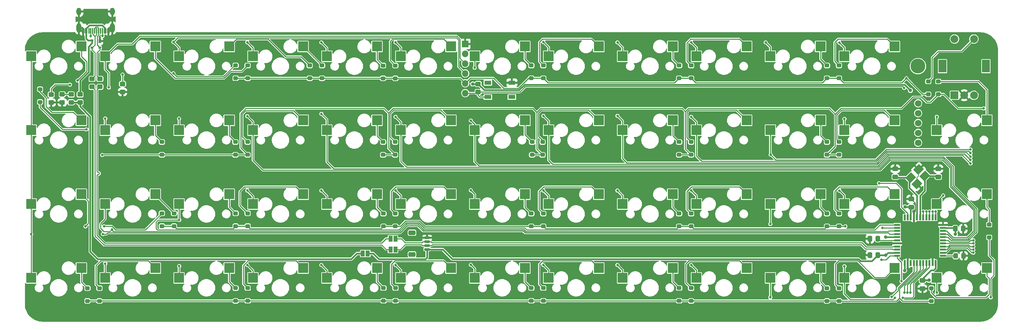
<source format=gbl>
G04 #@! TF.GenerationSoftware,KiCad,Pcbnew,(6.0.1-0)*
G04 #@! TF.CreationDate,2022-04-19T22:52:07-05:00*
G04 #@! TF.ProjectId,pcb,7063622e-6b69-4636-9164-5f7063625858,rev?*
G04 #@! TF.SameCoordinates,Original*
G04 #@! TF.FileFunction,Copper,L2,Bot*
G04 #@! TF.FilePolarity,Positive*
%FSLAX46Y46*%
G04 Gerber Fmt 4.6, Leading zero omitted, Abs format (unit mm)*
G04 Created by KiCad (PCBNEW (6.0.1-0)) date 2022-04-19 22:52:07*
%MOMM*%
%LPD*%
G01*
G04 APERTURE LIST*
G04 Aperture macros list*
%AMRoundRect*
0 Rectangle with rounded corners*
0 $1 Rounding radius*
0 $2 $3 $4 $5 $6 $7 $8 $9 X,Y pos of 4 corners*
0 Add a 4 corners polygon primitive as box body*
4,1,4,$2,$3,$4,$5,$6,$7,$8,$9,$2,$3,0*
0 Add four circle primitives for the rounded corners*
1,1,$1+$1,$2,$3*
1,1,$1+$1,$4,$5*
1,1,$1+$1,$6,$7*
1,1,$1+$1,$8,$9*
0 Add four rect primitives between the rounded corners*
20,1,$1+$1,$2,$3,$4,$5,0*
20,1,$1+$1,$4,$5,$6,$7,0*
20,1,$1+$1,$6,$7,$8,$9,0*
20,1,$1+$1,$8,$9,$2,$3,0*%
%AMRotRect*
0 Rectangle, with rotation*
0 The origin of the aperture is its center*
0 $1 length*
0 $2 width*
0 $3 Rotation angle, in degrees counterclockwise*
0 Add horizontal line*
21,1,$1,$2,0,0,$3*%
G04 Aperture macros list end*
G04 #@! TA.AperFunction,SMDPad,CuDef*
%ADD10R,2.550000X2.500000*%
G04 #@! TD*
G04 #@! TA.AperFunction,ComponentPad*
%ADD11R,2.000000X2.000000*%
G04 #@! TD*
G04 #@! TA.AperFunction,ComponentPad*
%ADD12C,2.000000*%
G04 #@! TD*
G04 #@! TA.AperFunction,ComponentPad*
%ADD13R,2.000000X3.200000*%
G04 #@! TD*
G04 #@! TA.AperFunction,ComponentPad*
%ADD14C,3.800000*%
G04 #@! TD*
G04 #@! TA.AperFunction,SMDPad,CuDef*
%ADD15RoundRect,0.250000X-0.475000X0.337500X-0.475000X-0.337500X0.475000X-0.337500X0.475000X0.337500X0*%
G04 #@! TD*
G04 #@! TA.AperFunction,SMDPad,CuDef*
%ADD16RoundRect,0.250000X0.350000X-0.250000X0.350000X0.250000X-0.350000X0.250000X-0.350000X-0.250000X0*%
G04 #@! TD*
G04 #@! TA.AperFunction,ComponentPad*
%ADD17O,1.700000X1.700000*%
G04 #@! TD*
G04 #@! TA.AperFunction,ComponentPad*
%ADD18R,1.700000X1.700000*%
G04 #@! TD*
G04 #@! TA.AperFunction,SMDPad,CuDef*
%ADD19R,1.800000X1.100000*%
G04 #@! TD*
G04 #@! TA.AperFunction,SMDPad,CuDef*
%ADD20R,1.500000X0.500000*%
G04 #@! TD*
G04 #@! TA.AperFunction,SMDPad,CuDef*
%ADD21R,0.500000X1.500000*%
G04 #@! TD*
G04 #@! TA.AperFunction,SMDPad,CuDef*
%ADD22RoundRect,0.250000X0.475000X-0.337500X0.475000X0.337500X-0.475000X0.337500X-0.475000X-0.337500X0*%
G04 #@! TD*
G04 #@! TA.AperFunction,SMDPad,CuDef*
%ADD23RotRect,2.100000X1.800000X45.000000*%
G04 #@! TD*
G04 #@! TA.AperFunction,SMDPad,CuDef*
%ADD24RoundRect,0.249999X0.450001X-0.325001X0.450001X0.325001X-0.450001X0.325001X-0.450001X-0.325001X0*%
G04 #@! TD*
G04 #@! TA.AperFunction,SMDPad,CuDef*
%ADD25RoundRect,0.150000X-0.150000X-0.575000X0.150000X-0.575000X0.150000X0.575000X-0.150000X0.575000X0*%
G04 #@! TD*
G04 #@! TA.AperFunction,SMDPad,CuDef*
%ADD26RoundRect,0.075000X-0.075000X-0.650000X0.075000X-0.650000X0.075000X0.650000X-0.075000X0.650000X0*%
G04 #@! TD*
G04 #@! TA.AperFunction,ComponentPad*
%ADD27O,1.300000X2.400000*%
G04 #@! TD*
G04 #@! TA.AperFunction,ComponentPad*
%ADD28O,1.300000X1.900000*%
G04 #@! TD*
G04 #@! TA.AperFunction,SMDPad,CuDef*
%ADD29RoundRect,0.249999X-0.450001X0.325001X-0.450001X-0.325001X0.450001X-0.325001X0.450001X0.325001X0*%
G04 #@! TD*
G04 #@! TA.AperFunction,SMDPad,CuDef*
%ADD30RoundRect,0.250000X-0.337500X-0.475000X0.337500X-0.475000X0.337500X0.475000X-0.337500X0.475000X0*%
G04 #@! TD*
G04 #@! TA.AperFunction,SMDPad,CuDef*
%ADD31RoundRect,0.250000X0.337500X0.475000X-0.337500X0.475000X-0.337500X-0.475000X0.337500X-0.475000X0*%
G04 #@! TD*
G04 #@! TA.AperFunction,SMDPad,CuDef*
%ADD32RoundRect,0.249999X0.325001X0.450001X-0.325001X0.450001X-0.325001X-0.450001X0.325001X-0.450001X0*%
G04 #@! TD*
G04 #@! TA.AperFunction,SMDPad,CuDef*
%ADD33R,0.700000X1.000000*%
G04 #@! TD*
G04 #@! TA.AperFunction,SMDPad,CuDef*
%ADD34R,0.700000X0.600000*%
G04 #@! TD*
G04 #@! TA.AperFunction,ComponentPad*
%ADD35C,1.700000*%
G04 #@! TD*
G04 #@! TA.AperFunction,SMDPad,CuDef*
%ADD36R,1.000000X1.500000*%
G04 #@! TD*
G04 #@! TA.AperFunction,SMDPad,CuDef*
%ADD37RoundRect,0.150000X0.625000X-0.150000X0.625000X0.150000X-0.625000X0.150000X-0.625000X-0.150000X0*%
G04 #@! TD*
G04 #@! TA.AperFunction,SMDPad,CuDef*
%ADD38RoundRect,0.250000X0.650000X-0.350000X0.650000X0.350000X-0.650000X0.350000X-0.650000X-0.350000X0*%
G04 #@! TD*
G04 #@! TA.AperFunction,ViaPad*
%ADD39C,0.650000*%
G04 #@! TD*
G04 #@! TA.AperFunction,ViaPad*
%ADD40C,0.900000*%
G04 #@! TD*
G04 #@! TA.AperFunction,Conductor*
%ADD41C,0.250000*%
G04 #@! TD*
G04 #@! TA.AperFunction,Conductor*
%ADD42C,0.400000*%
G04 #@! TD*
G04 #@! TA.AperFunction,Conductor*
%ADD43C,0.200000*%
G04 #@! TD*
G04 APERTURE END LIST*
D10*
X117905225Y-50653950D03*
X130832225Y-48113950D03*
X194105225Y-50653950D03*
X207032225Y-48113950D03*
X175055225Y-50653950D03*
X187982225Y-48113950D03*
X156005225Y-50653950D03*
X168932225Y-48113950D03*
X79805225Y-50653950D03*
X92732225Y-48113950D03*
X213155225Y-50653950D03*
X226082225Y-48113950D03*
X232205225Y-50653950D03*
X245132225Y-48113950D03*
X79805225Y-69703950D03*
X92732225Y-67163950D03*
X98855225Y-69703950D03*
X111782225Y-67163950D03*
X136960399Y-69703950D03*
X149887399Y-67163950D03*
X270305225Y-50653950D03*
X283232225Y-48113950D03*
X156005225Y-69703950D03*
X168932225Y-67163950D03*
X175055225Y-69703950D03*
X187982225Y-67163950D03*
X194105225Y-69703950D03*
X207032225Y-67163950D03*
X98855225Y-107803950D03*
X111782225Y-105263950D03*
X117905225Y-107803950D03*
X130832225Y-105263950D03*
X136955225Y-107803950D03*
X149882225Y-105263950D03*
X156005225Y-107803950D03*
X168932225Y-105263950D03*
X175055225Y-107803950D03*
X187982225Y-105263950D03*
X213155225Y-107803950D03*
X226082225Y-105263950D03*
X232205225Y-107803950D03*
X245132225Y-105263950D03*
X251255225Y-107803950D03*
X264182225Y-105263950D03*
X270305225Y-107803950D03*
X283232225Y-105263950D03*
X194105225Y-107803950D03*
X207032225Y-105263950D03*
X270305225Y-88753950D03*
X283232225Y-86213950D03*
X251255225Y-88753950D03*
X264182225Y-86213950D03*
X213155225Y-88753950D03*
X226082225Y-86213950D03*
X175055225Y-88753950D03*
X187982225Y-86213950D03*
X136955225Y-88753950D03*
X149882225Y-86213950D03*
X79805225Y-88753950D03*
X92732225Y-86213950D03*
X156005225Y-88753950D03*
X168932225Y-86213950D03*
X289355225Y-69703950D03*
X302282225Y-67163950D03*
X117905225Y-88753950D03*
X130832225Y-86213950D03*
X98855225Y-88753950D03*
X111782225Y-86213950D03*
X251255225Y-69703950D03*
X264182225Y-67163950D03*
X232205225Y-69703950D03*
X245132225Y-67163950D03*
X270305225Y-69703950D03*
X283232225Y-67163950D03*
X289355225Y-107803950D03*
X302282225Y-105263950D03*
X289355225Y-88753950D03*
X302282225Y-86213950D03*
X289355225Y-50653950D03*
X302282225Y-48113950D03*
D11*
X317752725Y-60693950D03*
D12*
X322752725Y-60693950D03*
X320252725Y-60693950D03*
D13*
X314652725Y-53193950D03*
X325852725Y-53193950D03*
D12*
X322752725Y-46193950D03*
X317752725Y-46193950D03*
D10*
X98855225Y-50653950D03*
X111782225Y-48113950D03*
X136955225Y-50653950D03*
X149882225Y-48113950D03*
X313167785Y-107804230D03*
X326094785Y-105264230D03*
X313167785Y-69704070D03*
X326094785Y-67164070D03*
X313167785Y-88754150D03*
X326094785Y-86214150D03*
X194105225Y-88753950D03*
X207032225Y-86213950D03*
X232205225Y-88753950D03*
X245132225Y-86213950D03*
X79805225Y-107803950D03*
X92732225Y-105263950D03*
X251255225Y-50653950D03*
X264182225Y-48113950D03*
X117905225Y-69703950D03*
X130832225Y-67163950D03*
X213155225Y-69703950D03*
X226082225Y-67163950D03*
D14*
X308346661Y-53193950D03*
D15*
X309490225Y-108456450D03*
X309490225Y-110531450D03*
D16*
X116590225Y-94443950D03*
X116590225Y-91143950D03*
X208890225Y-76043950D03*
X208890225Y-72743950D03*
X170490225Y-76043950D03*
X170490225Y-72743950D03*
X135581415Y-76043950D03*
X135581415Y-72743950D03*
X113490225Y-76043950D03*
X113490225Y-72743950D03*
X284890625Y-56306250D03*
X284890625Y-53006250D03*
X249881415Y-56306250D03*
X249881415Y-53006250D03*
X211781415Y-56306250D03*
X211781415Y-53006250D03*
X208681415Y-56306250D03*
X208681415Y-53006250D03*
X173651789Y-56333377D03*
X173651789Y-53033377D03*
X170476789Y-56333377D03*
X170476789Y-53033377D03*
X154751789Y-56306250D03*
X154751789Y-53006250D03*
X287990625Y-113750000D03*
X287990625Y-110450000D03*
X284890625Y-113750000D03*
X284890625Y-110450000D03*
X249890625Y-113713123D03*
X249890625Y-110413123D03*
X246790625Y-113706250D03*
X246790625Y-110406250D03*
X211783999Y-113706250D03*
X211783999Y-110406250D03*
X208700000Y-113706250D03*
X208700000Y-110406250D03*
X211790625Y-94506250D03*
X211790625Y-91206250D03*
X284890625Y-76043950D03*
X284890625Y-72743950D03*
X208690625Y-94506250D03*
X208690625Y-91206250D03*
X170585999Y-94506250D03*
X170585999Y-91206250D03*
X132490225Y-94443950D03*
X132490225Y-91143950D03*
X287990625Y-76043950D03*
X287990625Y-72743950D03*
X284890625Y-94506250D03*
X284890625Y-91206250D03*
X249890625Y-94506250D03*
X249890625Y-91206250D03*
X246790625Y-94506250D03*
X246790625Y-91206250D03*
X173690625Y-113706250D03*
X173690625Y-110406250D03*
X151576789Y-56306250D03*
X151576789Y-53006250D03*
X211590225Y-76043950D03*
X211590225Y-72743950D03*
D17*
X191665313Y-60143950D03*
X191665313Y-49983950D03*
X191665313Y-55063950D03*
X191665313Y-57603950D03*
X191665313Y-52523950D03*
D18*
X191665313Y-47443950D03*
D16*
X287990625Y-56306250D03*
X287990625Y-53006250D03*
X311790625Y-113750000D03*
X311790625Y-110450000D03*
X313590225Y-60443950D03*
X313590225Y-57143950D03*
X326690225Y-97343950D03*
X326690225Y-94043950D03*
D19*
X203690225Y-57443950D03*
X197490225Y-61143950D03*
X203690225Y-61143950D03*
X197490225Y-57443950D03*
D20*
X302990225Y-102093950D03*
X302990225Y-101293950D03*
X302990225Y-100493950D03*
X302990225Y-99693950D03*
X302990225Y-98893950D03*
X302990225Y-98093950D03*
X302990225Y-97293950D03*
X302990225Y-96493950D03*
X302990225Y-95693950D03*
X302990225Y-94893950D03*
X302990225Y-94093950D03*
D21*
X304890225Y-92193950D03*
X305690225Y-92193950D03*
X306490225Y-92193950D03*
X307290225Y-92193950D03*
X308090225Y-92193950D03*
X308890225Y-92193950D03*
X309690225Y-92193950D03*
X310490225Y-92193950D03*
X311290225Y-92193950D03*
X312090225Y-92193950D03*
X312890225Y-92193950D03*
D20*
X314790225Y-94093950D03*
X314790225Y-94893950D03*
X314790225Y-95693950D03*
X314790225Y-96493950D03*
X314790225Y-97293950D03*
X314790225Y-98093950D03*
X314790225Y-98893950D03*
X314790225Y-99693950D03*
X314790225Y-100493950D03*
X314790225Y-101293950D03*
X314790225Y-102093950D03*
D21*
X312890225Y-103993950D03*
X312090225Y-103993950D03*
X311290225Y-103993950D03*
X310490225Y-103993950D03*
X309690225Y-103993950D03*
X308890225Y-103993950D03*
X308090225Y-103993950D03*
X307290225Y-103993950D03*
X306490225Y-103993950D03*
X305690225Y-103993950D03*
X304890225Y-103993950D03*
D22*
X306590225Y-89531450D03*
X306590225Y-87456450D03*
X313590225Y-81731450D03*
X313590225Y-79656450D03*
X302490225Y-81731450D03*
X302490225Y-79656450D03*
D23*
X306451747Y-81906082D03*
X308502357Y-79855472D03*
X310128703Y-81481818D03*
X308078093Y-83532428D03*
D24*
X92390225Y-62518950D03*
X92390225Y-60468950D03*
D25*
X93165217Y-44091450D03*
X93965217Y-44091450D03*
D26*
X95165217Y-44091450D03*
X96161217Y-44091450D03*
X96665217Y-44091450D03*
X97665217Y-44091450D03*
D25*
X99665217Y-44091450D03*
X98865217Y-44091450D03*
D26*
X98165217Y-44091450D03*
X97165217Y-44091450D03*
X95665217Y-44091450D03*
X94665217Y-44091450D03*
D27*
X100715217Y-43316450D03*
D28*
X100715217Y-39116450D03*
X92115217Y-39116450D03*
D27*
X92115217Y-43316450D03*
D24*
X97490625Y-58518950D03*
X97490625Y-56468950D03*
X84940225Y-62568950D03*
X84940225Y-60518950D03*
D29*
X90090225Y-60468950D03*
X90090225Y-62518950D03*
D24*
X87790225Y-62518950D03*
X87790225Y-60468950D03*
D16*
X135590625Y-113706250D03*
X135590625Y-110406250D03*
X132490625Y-113713123D03*
X132490625Y-110413123D03*
D30*
X317952725Y-95093950D03*
X320027725Y-95093950D03*
D24*
X95490625Y-58518950D03*
X95490625Y-56468950D03*
D31*
X298027725Y-101893950D03*
X295952725Y-101893950D03*
X298027725Y-97693950D03*
X295952725Y-97693950D03*
D32*
X320115225Y-102093950D03*
X318065225Y-102093950D03*
D16*
X82090225Y-62443950D03*
X82090225Y-59143950D03*
X94290225Y-113743950D03*
X94290225Y-110443950D03*
X97390225Y-113743950D03*
X97390225Y-110443950D03*
X170590625Y-113706250D03*
X170590625Y-110406250D03*
X135590225Y-94443950D03*
X135590225Y-91143950D03*
X173650000Y-94506250D03*
X173650000Y-91206250D03*
X287990625Y-94506250D03*
X287990625Y-91206250D03*
X113490225Y-94443950D03*
X113490225Y-91143950D03*
X135581415Y-56306250D03*
X135581415Y-53006250D03*
X310990225Y-60443950D03*
X310990225Y-57143950D03*
X246781415Y-56306250D03*
X246781415Y-53006250D03*
X132490625Y-56299950D03*
X132490625Y-52999950D03*
D24*
X194990225Y-59818950D03*
X194990225Y-57768950D03*
D16*
X249881415Y-76043950D03*
X249881415Y-72743950D03*
X246781415Y-76043950D03*
X246781415Y-72743950D03*
X173590225Y-76043950D03*
X173590225Y-72743950D03*
X132431415Y-76043950D03*
X132431415Y-72743950D03*
D24*
X103340225Y-59818950D03*
X103340225Y-57768950D03*
D33*
X97490625Y-46743950D03*
D34*
X97490625Y-48443950D03*
X95490625Y-48443950D03*
X95490625Y-46543950D03*
D35*
X308390225Y-67843950D03*
X308390225Y-70383950D03*
X308390225Y-72923950D03*
X308390225Y-65303950D03*
D36*
X173690225Y-97693950D03*
X172390225Y-97693950D03*
D35*
X308390225Y-62763950D03*
D37*
X181840225Y-100443950D03*
X181840225Y-99443950D03*
X181840225Y-98443950D03*
X181840225Y-97443950D03*
D38*
X177965225Y-96143950D03*
X177965225Y-101743950D03*
D36*
X166540225Y-101493950D03*
X165240225Y-101493950D03*
X173690225Y-100443950D03*
X172390225Y-100443950D03*
D39*
X116449994Y-55034181D03*
X91735725Y-56893950D03*
X98590225Y-94493950D03*
X93790225Y-94493950D03*
D40*
X299990225Y-97293950D03*
X193590225Y-57793950D03*
X306390225Y-59443950D03*
X317990225Y-96543950D03*
X304990225Y-89493950D03*
X299990225Y-101893950D03*
X304890225Y-105893950D03*
X311190225Y-108393950D03*
D39*
X305352525Y-56306250D03*
X299190225Y-94893950D03*
X93990225Y-69493950D03*
X301540225Y-112693950D03*
X98090225Y-76093950D03*
X325290225Y-64093950D03*
X289640225Y-94493950D03*
X304090225Y-108643950D03*
X327090225Y-112793950D03*
X298940225Y-103093950D03*
X98275725Y-96493950D03*
X79805225Y-96508950D03*
X100590225Y-95293950D03*
X98890225Y-66693950D03*
X99790225Y-58693950D03*
X98890225Y-104093950D03*
X117940225Y-104743950D03*
X117905225Y-66741650D03*
X117940225Y-92843950D03*
X116490625Y-46956250D03*
X135490625Y-47056250D03*
X135490625Y-85256250D03*
X135490625Y-104456250D03*
X135490625Y-66094350D03*
X154590625Y-104456250D03*
X154590625Y-47056250D03*
X154590625Y-85256250D03*
X154590625Y-65493550D03*
X173690625Y-66244350D03*
X173690625Y-85256250D03*
X173690625Y-104456250D03*
X173690625Y-47056250D03*
X322590225Y-98093950D03*
X193099994Y-67203719D03*
X193090225Y-85193950D03*
X194090225Y-53593950D03*
X321890225Y-78293950D03*
X193090225Y-104393950D03*
X211790625Y-104456250D03*
X211790625Y-85256250D03*
X211790625Y-65994350D03*
X211790625Y-46956250D03*
X321890225Y-77393950D03*
X322590225Y-98893950D03*
X230890625Y-85256250D03*
X230890625Y-47056250D03*
X322590225Y-99693950D03*
X230890625Y-65994350D03*
X230890625Y-104456250D03*
X321890225Y-76493950D03*
X321890225Y-75593950D03*
X249890625Y-104456250D03*
X249890625Y-47056250D03*
X249890625Y-85256250D03*
X249890625Y-66243550D03*
X322590225Y-100493950D03*
X321890225Y-74693950D03*
X270369745Y-76014430D03*
X269090625Y-47056250D03*
X322590225Y-101273453D03*
X270290225Y-112793950D03*
X270290225Y-93893950D03*
X289390225Y-104793950D03*
X288094615Y-85286581D03*
X288090625Y-47156250D03*
X289390225Y-66793950D03*
X304440225Y-112893950D03*
X302390225Y-112893950D03*
X103340225Y-55393950D03*
X98190225Y-45393950D03*
X95146515Y-45410167D03*
X89790225Y-57943950D03*
X304790225Y-58793950D03*
X298290225Y-83393950D03*
X313190225Y-66243950D03*
X314840225Y-86543950D03*
X306410725Y-111593950D03*
X313190225Y-111593950D03*
X293990225Y-100793950D03*
X305631222Y-111593950D03*
X304851719Y-111593950D03*
X309710722Y-90693950D03*
X310490225Y-90693950D03*
X311290225Y-90693950D03*
X312090225Y-90693950D03*
X312890225Y-90693950D03*
D41*
X92732225Y-48113950D02*
X92732225Y-50735950D01*
X94090225Y-54539450D02*
X91735725Y-56893950D01*
X129369327Y-55893950D02*
X132263328Y-52999950D01*
X129369327Y-55893950D02*
X117309763Y-55893950D01*
X117309763Y-55893950D02*
X116449994Y-55034181D01*
X92732225Y-50735950D02*
X94090225Y-52093950D01*
X94090225Y-52093950D02*
X94090225Y-54539450D01*
X132263328Y-52999950D02*
X132490625Y-52999950D01*
X131300000Y-54500000D02*
X134087665Y-54500000D01*
X134087665Y-54500000D02*
X135581415Y-53006250D01*
X129526529Y-56273470D02*
X131300000Y-54500000D01*
X118760705Y-56273470D02*
X129526529Y-56273470D01*
X116869745Y-56273470D02*
X111782225Y-51185950D01*
X111782225Y-51185950D02*
X111782225Y-48113950D01*
X118760705Y-56273470D02*
X116869745Y-56273470D01*
X140835770Y-46235770D02*
X145400000Y-50800000D01*
X130832225Y-48113950D02*
X132710405Y-46235770D01*
X132710405Y-46235770D02*
X140835770Y-46235770D01*
X145400000Y-50800000D02*
X149370539Y-50800000D01*
X149370539Y-50800000D02*
X151576789Y-53006250D01*
X154751789Y-52983514D02*
X149882225Y-48113950D01*
X154751789Y-53006250D02*
X154751789Y-52983514D01*
X168932225Y-51488813D02*
X168932225Y-48113950D01*
X170476789Y-53033377D02*
X168932225Y-51488813D01*
X172864230Y-46235770D02*
X172300000Y-46800000D01*
X186104045Y-46235770D02*
X172864230Y-46235770D01*
X172300000Y-46800000D02*
X172300000Y-51681588D01*
X187982225Y-48113950D02*
X186104045Y-46235770D01*
X172300000Y-51681588D02*
X173651789Y-53033377D01*
X207032225Y-48113950D02*
X207032225Y-51357060D01*
X207032225Y-51357060D02*
X208681415Y-53006250D01*
X226082225Y-48113950D02*
X224207704Y-46239429D01*
X224207704Y-46239429D02*
X211544746Y-46239429D01*
X211544746Y-46239429D02*
X210800000Y-46984175D01*
X210800000Y-52024835D02*
X211781415Y-53006250D01*
X210800000Y-46984175D02*
X210800000Y-52024835D01*
X245132225Y-51357060D02*
X246781415Y-53006250D01*
X245132225Y-48113950D02*
X245132225Y-51357060D01*
X248800000Y-47203725D02*
X248800000Y-51924835D01*
X248800000Y-51924835D02*
X249881415Y-53006250D01*
X262307704Y-46239429D02*
X249764296Y-46239429D01*
X249764296Y-46239429D02*
X248800000Y-47203725D01*
X264182225Y-48113950D02*
X262307704Y-46239429D01*
X284890625Y-53006250D02*
X283232225Y-51347850D01*
X283232225Y-51347850D02*
X283232225Y-48113950D01*
X302282225Y-48113950D02*
X300407704Y-46239429D01*
X286890625Y-51906250D02*
X287990625Y-53006250D01*
X300407704Y-46239429D02*
X287707446Y-46239429D01*
X287707446Y-46239429D02*
X286890625Y-47056250D01*
X286890625Y-47056250D02*
X286890625Y-51906250D01*
X83590225Y-63543950D02*
X83590225Y-61293950D01*
X83590225Y-61293950D02*
X82090225Y-59793950D01*
X82090225Y-59793950D02*
X82090225Y-59143950D01*
X85140225Y-65093950D02*
X83590225Y-63543950D01*
X92732225Y-67163950D02*
X90662225Y-65093950D01*
X90662225Y-65093950D02*
X85140225Y-65093950D01*
X111782225Y-71035950D02*
X113490225Y-72743950D01*
X111782225Y-67163950D02*
X111782225Y-71035950D01*
X130832225Y-71144760D02*
X130832225Y-67163950D01*
X132431415Y-72743950D02*
X130832225Y-71144760D01*
X134169745Y-71332280D02*
X135581415Y-72743950D01*
X135026947Y-64693950D02*
X134169745Y-65551152D01*
X134169745Y-65551152D02*
X134169745Y-71332280D01*
X149887399Y-67163950D02*
X147417399Y-64693950D01*
X147417399Y-64693950D02*
X135026947Y-64693950D01*
X170490225Y-72743950D02*
X168932225Y-71185950D01*
X168932225Y-71185950D02*
X168932225Y-67163950D01*
X173247427Y-64473470D02*
X172290225Y-65430672D01*
X185291745Y-64473470D02*
X173247427Y-64473470D01*
X187982225Y-67163950D02*
X185291745Y-64473470D01*
X172290225Y-71443950D02*
X173590225Y-72743950D01*
X172290225Y-65430672D02*
X172290225Y-71443950D01*
X207032225Y-70885950D02*
X208890225Y-72743950D01*
X207032225Y-67163950D02*
X207032225Y-70885950D01*
X211247427Y-64473470D02*
X210490225Y-65230672D01*
X210490225Y-71243950D02*
X211990225Y-72743950D01*
X226082225Y-67163950D02*
X223391745Y-64473470D01*
X210490225Y-65230672D02*
X210490225Y-71243950D01*
X223391745Y-64473470D02*
X211247427Y-64473470D01*
X245132225Y-71094760D02*
X245132225Y-67163950D01*
X246781415Y-72743950D02*
X245132225Y-71094760D01*
X249347427Y-64473470D02*
X248769745Y-65051152D01*
X261491745Y-64473470D02*
X249347427Y-64473470D01*
X248769745Y-65051152D02*
X248769745Y-71632280D01*
X264182225Y-67163950D02*
X261491745Y-64473470D01*
X248769745Y-71632280D02*
X249881415Y-72743950D01*
X283232225Y-71085550D02*
X283232225Y-67163950D01*
X284890625Y-72743950D02*
X283232225Y-71085550D01*
X302282225Y-67163950D02*
X299591745Y-64473470D01*
X299591745Y-64473470D02*
X288641152Y-64473470D01*
X287390225Y-72143550D02*
X287990625Y-72743950D01*
X288641152Y-64473470D02*
X287390225Y-65724397D01*
X287390225Y-65724397D02*
X287390225Y-72143550D01*
X94535705Y-88017430D02*
X94535705Y-93748470D01*
X98590225Y-94493950D02*
X100609778Y-94493950D01*
X94535705Y-93748470D02*
X93790225Y-94493950D01*
X109190225Y-95443950D02*
X113490225Y-91143950D01*
X101559778Y-95443950D02*
X109190225Y-95443950D01*
X92732225Y-86213950D02*
X94535705Y-88017430D01*
X100609778Y-94493950D02*
X101559778Y-95443950D01*
X111782225Y-86213950D02*
X111782225Y-86335950D01*
X111782225Y-86335950D02*
X116590225Y-91143950D01*
X130832225Y-86213950D02*
X130832225Y-89485950D01*
X130832225Y-89485950D02*
X132490225Y-91143950D01*
X133590625Y-85494350D02*
X133590625Y-89144350D01*
X148007704Y-84339429D02*
X134745546Y-84339429D01*
X133590625Y-89144350D02*
X135590225Y-91143950D01*
X149882225Y-86213950D02*
X148007704Y-84339429D01*
X134745546Y-84339429D02*
X133590625Y-85494350D01*
X170585999Y-91206250D02*
X168932225Y-89552476D01*
X168932225Y-89552476D02*
X168932225Y-86213950D01*
X187982225Y-86213950D02*
X186107704Y-84339429D01*
X172600000Y-85527322D02*
X172600000Y-90156250D01*
X186107704Y-84339429D02*
X173787893Y-84339429D01*
X173787893Y-84339429D02*
X172600000Y-85527322D01*
X172600000Y-90156250D02*
X173650000Y-91206250D01*
X207032225Y-89547850D02*
X208690625Y-91206250D01*
X207032225Y-86213950D02*
X207032225Y-89547850D01*
X210700000Y-85527322D02*
X210700000Y-90115625D01*
X224207704Y-84339429D02*
X211887893Y-84339429D01*
X211887893Y-84339429D02*
X210700000Y-85527322D01*
X210700000Y-90115625D02*
X211790625Y-91206250D01*
X226082225Y-86213950D02*
X224207704Y-84339429D01*
X245132225Y-89547850D02*
X246790625Y-91206250D01*
X245132225Y-86213950D02*
X245132225Y-89547850D01*
X264182225Y-86213950D02*
X262307704Y-84339429D01*
X262307704Y-84339429D02*
X249964296Y-84339429D01*
X248800000Y-85503725D02*
X248800000Y-90115625D01*
X248800000Y-90115625D02*
X249890625Y-91206250D01*
X249964296Y-84339429D02*
X248800000Y-85503725D01*
X283232225Y-89547850D02*
X284890625Y-91206250D01*
X283232225Y-86213950D02*
X283232225Y-89547850D01*
X286900000Y-90115625D02*
X287990625Y-91206250D01*
X300407704Y-84339429D02*
X288044746Y-84339429D01*
X288044746Y-84339429D02*
X286900000Y-85484175D01*
X302282225Y-86213950D02*
X300407704Y-84339429D01*
X286900000Y-85484175D02*
X286900000Y-90115625D01*
X92732225Y-105263950D02*
X92732225Y-108885950D01*
X92732225Y-108885950D02*
X94290225Y-110443950D01*
X111782225Y-105263950D02*
X109907704Y-103389429D01*
X96490225Y-109543950D02*
X96490225Y-104593950D01*
X97694746Y-103389429D02*
X96490225Y-104593950D01*
X97390225Y-110443950D02*
X96490225Y-109543950D01*
X109907704Y-103389429D02*
X97694746Y-103389429D01*
X132490625Y-110413123D02*
X130832225Y-108754723D01*
X130832225Y-108754723D02*
X130832225Y-105263950D01*
X134490225Y-104593950D02*
X134490225Y-109305850D01*
X135694746Y-103389429D02*
X134490225Y-104593950D01*
X134490225Y-109305850D02*
X135590625Y-110406250D01*
X148007704Y-103389429D02*
X135694746Y-103389429D01*
X149882225Y-105263950D02*
X148007704Y-103389429D01*
X168932225Y-105263950D02*
X168932225Y-108747850D01*
X168932225Y-108747850D02*
X170590625Y-110406250D01*
X186107704Y-103389429D02*
X173494746Y-103389429D01*
X172590225Y-104293950D02*
X172590225Y-109305850D01*
X187982225Y-105263950D02*
X186107704Y-103389429D01*
X172590225Y-109305850D02*
X173690625Y-110406250D01*
X173494746Y-103389429D02*
X172590225Y-104293950D01*
X207032225Y-108738475D02*
X208700000Y-110406250D01*
X207032225Y-105263950D02*
X207032225Y-108738475D01*
X210740225Y-104243950D02*
X210740225Y-109362476D01*
X226082225Y-105263950D02*
X224207704Y-103389429D01*
X224207704Y-103389429D02*
X211594746Y-103389429D01*
X210740225Y-109362476D02*
X211783999Y-110406250D01*
X211594746Y-103389429D02*
X210740225Y-104243950D01*
X245132225Y-108747850D02*
X246790625Y-110406250D01*
X245132225Y-105263950D02*
X245132225Y-108747850D01*
X249294746Y-103389429D02*
X248490225Y-104193950D01*
X248490225Y-104193950D02*
X248490225Y-109012723D01*
X264182225Y-105263950D02*
X262307704Y-103389429D01*
X248490225Y-109012723D02*
X249890625Y-110413123D01*
X262307704Y-103389429D02*
X249294746Y-103389429D01*
X283232225Y-108791600D02*
X284890625Y-110450000D01*
X283232225Y-105263950D02*
X283232225Y-108791600D01*
X299902225Y-107643950D02*
X297140225Y-107643950D01*
X297140225Y-107643950D02*
X292890225Y-103393950D01*
X287090225Y-104193950D02*
X287090225Y-109549600D01*
X287890225Y-103393950D02*
X287090225Y-104193950D01*
X302282225Y-105263950D02*
X299902225Y-107643950D01*
X287090225Y-109549600D02*
X287990625Y-110450000D01*
X292890225Y-103393950D02*
X287890225Y-103393950D01*
D42*
X312890225Y-105293950D02*
X312890225Y-103993950D01*
X181399266Y-102934909D02*
X169381184Y-102934909D01*
X181840225Y-100443950D02*
X181840225Y-102493950D01*
X304890225Y-105893950D02*
X304890225Y-103993950D01*
X169381184Y-102934909D02*
X167940225Y-101493950D01*
X167940225Y-101493950D02*
X166540225Y-101493950D01*
X309490225Y-108456450D02*
X309490225Y-107993950D01*
X306490225Y-92193950D02*
X306490225Y-89631450D01*
X306390225Y-59443950D02*
X304894745Y-57948470D01*
X298027725Y-101893950D02*
X296449119Y-103472556D01*
X317952725Y-96506450D02*
X317990225Y-96543950D01*
X181840225Y-102493950D02*
X181399266Y-102934909D01*
X311190225Y-108393950D02*
X309552725Y-108393950D01*
X311690225Y-105793950D02*
X312390225Y-105793950D01*
X188381184Y-102934909D02*
X185890225Y-100443950D01*
X205569745Y-59364430D02*
X196585705Y-59364430D01*
X312390225Y-105793950D02*
X312890225Y-105293950D01*
X309490225Y-107993950D02*
X311690225Y-105793950D01*
X193815225Y-57768950D02*
X193790225Y-57793950D01*
X293073972Y-102934909D02*
X188381184Y-102934909D01*
X299990225Y-101893950D02*
X298027725Y-101893950D01*
X194990225Y-57768950D02*
X193815225Y-57768950D01*
X300590225Y-101293950D02*
X302990225Y-101293950D01*
X299990225Y-97293950D02*
X302990225Y-97293950D01*
X317952725Y-95093950D02*
X317952725Y-96506450D01*
X206985705Y-57948470D02*
X205569745Y-59364430D01*
X185890225Y-100443950D02*
X181840225Y-100443950D01*
X317752725Y-94893950D02*
X317952725Y-95093950D01*
X196585705Y-59364430D02*
X194990225Y-57768950D01*
X296449119Y-103472556D02*
X293611619Y-103472556D01*
X304990225Y-89493950D02*
X306552725Y-89493950D01*
X293611619Y-103472556D02*
X293073972Y-102934909D01*
X299990225Y-101893950D02*
X300590225Y-101293950D01*
X309552725Y-108393950D02*
X309490225Y-108456450D01*
X304894745Y-57948470D02*
X206985705Y-57948470D01*
X314790225Y-94893950D02*
X317752725Y-94893950D01*
X193790225Y-57793950D02*
X193590225Y-57793950D01*
D41*
X298027725Y-97693950D02*
X298427725Y-98093950D01*
X298427725Y-98093950D02*
X302990225Y-98093950D01*
D42*
X306451747Y-81906082D02*
X306140225Y-82217604D01*
X308090225Y-86493950D02*
X308090225Y-92193950D01*
X302490225Y-81731450D02*
X302664857Y-81906082D01*
X306140225Y-84543950D02*
X308090225Y-86493950D01*
X302664857Y-81906082D02*
X306451747Y-81906082D01*
X306140225Y-82217604D02*
X306140225Y-84543950D01*
X313340593Y-81481818D02*
X313590225Y-81731450D01*
X310128703Y-85355472D02*
X308890225Y-86593950D01*
X310128703Y-81481818D02*
X313340593Y-81481818D01*
X308890225Y-86593950D02*
X308890225Y-92193950D01*
X310128703Y-81481818D02*
X310128703Y-85355472D01*
D41*
X207985137Y-56306250D02*
X205381477Y-58909910D01*
X205381477Y-58909910D02*
X201581585Y-58909910D01*
X304164825Y-57493950D02*
X305352525Y-56306250D01*
X289178325Y-57493950D02*
X287990625Y-56306250D01*
X309490225Y-60443950D02*
X305352525Y-56306250D01*
X198977925Y-56306250D02*
X192963013Y-56306250D01*
X302990225Y-94893950D02*
X299170672Y-94893950D01*
X211781415Y-56306250D02*
X208681415Y-56306250D01*
X291790225Y-57493950D02*
X289178325Y-57493950D01*
X201581585Y-58909910D02*
X198977925Y-56306250D01*
X211781415Y-56306250D02*
X211802525Y-56306250D01*
X211802525Y-56306250D02*
X212990225Y-57493950D01*
X173618362Y-56299950D02*
X173651789Y-56333377D01*
X192963013Y-56306250D02*
X191665313Y-57603950D01*
X311090225Y-60443950D02*
X309490225Y-60443950D01*
X299170672Y-94893950D02*
X299190225Y-94893950D01*
X191665313Y-57603950D02*
X190394740Y-56333377D01*
X252390225Y-57493950D02*
X281490225Y-57493950D01*
X190394740Y-56333377D02*
X173651789Y-56333377D01*
X132490625Y-56299950D02*
X173618362Y-56299950D01*
X245593715Y-57493950D02*
X246781415Y-56306250D01*
X283702925Y-57493950D02*
X284890625Y-56306250D01*
X291790225Y-57493950D02*
X304164825Y-57493950D01*
X246781415Y-56306250D02*
X249881415Y-56306250D01*
X251069115Y-57493950D02*
X249881415Y-56306250D01*
X252390225Y-57493950D02*
X251069115Y-57493950D01*
X208681415Y-56306250D02*
X207985137Y-56306250D01*
X281490225Y-57493950D02*
X283702925Y-57493950D01*
X287990625Y-56306250D02*
X284890625Y-56306250D01*
X212990225Y-57493950D02*
X245593715Y-57493950D01*
X170490225Y-64093950D02*
X170690225Y-64093950D01*
X247590225Y-64093950D02*
X247190225Y-64093950D01*
X307290225Y-103993950D02*
X307290225Y-106310340D01*
X171890225Y-65293950D02*
X170690225Y-64093950D01*
X310590225Y-62493950D02*
X311540225Y-62493950D01*
X170490225Y-64093950D02*
X135090225Y-64093950D01*
X303210705Y-110993950D02*
X303210705Y-111023470D01*
X82090225Y-62443950D02*
X82090225Y-63780672D01*
X248390225Y-74552760D02*
X248390225Y-64893950D01*
X98140225Y-76043950D02*
X98090225Y-76093950D01*
X287010705Y-65567195D02*
X287010705Y-73873470D01*
X309246275Y-61150000D02*
X310590225Y-62493950D01*
X288483950Y-64093950D02*
X304090225Y-64093950D01*
X210090225Y-65793950D02*
X210090225Y-74343950D01*
X210090225Y-65093950D02*
X211090225Y-64093950D01*
X113490225Y-76043950D02*
X135581415Y-76043950D01*
X171890225Y-65293950D02*
X173090225Y-64093950D01*
X171890225Y-74343950D02*
X171890225Y-65293950D01*
X173590225Y-76043950D02*
X171890225Y-74343950D01*
X211090225Y-64093950D02*
X211790225Y-64093950D01*
X303210705Y-111023470D02*
X301540225Y-112693950D01*
X93990225Y-69493950D02*
X87803503Y-69493950D01*
X313590225Y-60443950D02*
X314993703Y-60443950D01*
X249881415Y-76043950D02*
X246781415Y-76043950D01*
X173090225Y-64093950D02*
X209090225Y-64093950D01*
X318643703Y-64093950D02*
X325290225Y-64093950D01*
X287990625Y-76043950D02*
X284890625Y-76043950D01*
X211590225Y-76043950D02*
X210090225Y-74543950D01*
X307034175Y-61150000D02*
X309246275Y-61150000D01*
X170490225Y-76043950D02*
X173590225Y-76043950D01*
X284890625Y-76043950D02*
X284890625Y-75993550D01*
X113490225Y-76043950D02*
X98140225Y-76043950D01*
X248390225Y-64893950D02*
X247590225Y-64093950D01*
X210090225Y-74543950D02*
X210090225Y-74343950D01*
X135090225Y-64093950D02*
X133790225Y-65393950D01*
X285537460Y-64093950D02*
X249190225Y-64093950D01*
X210090225Y-65093950D02*
X210090225Y-65793950D01*
X287010705Y-65567195D02*
X288483950Y-64093950D01*
X305998420Y-107602145D02*
X303210705Y-110389860D01*
X303210705Y-110389860D02*
X303210705Y-110993950D01*
X133790225Y-74252760D02*
X135581415Y-76043950D01*
X284890625Y-75993550D02*
X287010705Y-73873470D01*
X211790225Y-64093950D02*
X247190225Y-64093950D01*
X304090225Y-64093950D02*
X307034175Y-61150000D01*
X133790225Y-65393950D02*
X133790225Y-74252760D01*
X287010705Y-65567195D02*
X285537460Y-64093950D01*
X249190225Y-64093950D02*
X248390225Y-64893950D01*
X209090225Y-64093950D02*
X210090225Y-65093950D01*
X311540225Y-62493950D02*
X313590225Y-60443950D01*
X208890225Y-76043950D02*
X211590225Y-76043950D01*
X314993703Y-60443950D02*
X318643703Y-64093950D01*
X82090225Y-63780672D02*
X87803503Y-69493950D01*
X307290225Y-106310340D02*
X305998420Y-107602145D01*
X249881415Y-76043950D02*
X248390225Y-74552760D01*
X211790625Y-94506250D02*
X208690625Y-94506250D01*
X246790625Y-94506250D02*
X246232445Y-95064430D01*
X250448805Y-95064430D02*
X249890625Y-94506250D01*
X327090225Y-112793950D02*
X327090225Y-107893950D01*
X170027819Y-95064430D02*
X136210705Y-95064430D01*
X212348805Y-95064430D02*
X211790625Y-94506250D01*
X302990225Y-102093950D02*
X302990225Y-102693950D01*
X131869745Y-95064430D02*
X117210705Y-95064430D01*
X284890625Y-94506250D02*
X284332445Y-95064430D01*
X304090225Y-103793950D02*
X304090225Y-108643950D01*
X116590225Y-94443950D02*
X113490225Y-94443950D01*
X284332445Y-95064430D02*
X250448805Y-95064430D01*
X302990225Y-102693950D02*
X304090225Y-103793950D01*
X246232445Y-95064430D02*
X212348805Y-95064430D01*
X135590225Y-94443950D02*
X132490225Y-94443950D01*
X289627925Y-94506250D02*
X289640225Y-94493950D01*
X302990225Y-102093950D02*
X301140225Y-102093950D01*
X327090225Y-107893950D02*
X327890225Y-107093950D01*
X298940225Y-103093950D02*
X300140225Y-103093950D01*
X170585999Y-94506250D02*
X170027819Y-95064430D01*
X174941203Y-94506250D02*
X176292063Y-93155390D01*
X136210705Y-95064430D02*
X135590225Y-94443950D01*
X284890625Y-94506250D02*
X287990625Y-94506250D01*
X117210705Y-95064430D02*
X116590225Y-94443950D01*
X287990625Y-94506250D02*
X289627925Y-94506250D01*
X179861831Y-93155390D02*
X181212691Y-94506250D01*
X249890625Y-94506250D02*
X246790625Y-94506250D01*
X327890225Y-107093950D02*
X327890225Y-103193950D01*
X327890225Y-103193950D02*
X326690225Y-101993950D01*
X132490225Y-94443950D02*
X131869745Y-95064430D01*
X176292063Y-93155390D02*
X179861831Y-93155390D01*
X301140225Y-102093950D02*
X300140225Y-103093950D01*
X181212691Y-94506250D02*
X208690625Y-94506250D01*
X170585999Y-94506250D02*
X173650000Y-94506250D01*
X326690225Y-101993950D02*
X326690225Y-97343950D01*
X173650000Y-94506250D02*
X174941203Y-94506250D01*
X308090225Y-103993950D02*
X308090225Y-106047062D01*
X303590225Y-113006050D02*
X302846275Y-113750000D01*
X135590625Y-113706250D02*
X173690625Y-113706250D01*
X135583752Y-113713123D02*
X135590625Y-113706250D01*
X303590225Y-110547062D02*
X303590225Y-113006050D01*
X304334175Y-113750000D02*
X304434175Y-113750000D01*
X303590225Y-113006050D02*
X304334175Y-113750000D01*
X308090225Y-106047062D02*
X303590225Y-110547062D01*
X287990625Y-113750000D02*
X302846275Y-113750000D01*
X132490625Y-113713123D02*
X135583752Y-113713123D01*
X304434175Y-113750000D02*
X311790625Y-113750000D01*
X249890625Y-113713123D02*
X287953748Y-113713123D01*
X173690625Y-113706250D02*
X211783999Y-113706250D01*
X211783999Y-113706250D02*
X249883752Y-113706250D01*
X249883752Y-113706250D02*
X249890625Y-113713123D01*
X287953748Y-113713123D02*
X287990625Y-113750000D01*
X132490625Y-113713123D02*
X94321052Y-113713123D01*
X94321052Y-113713123D02*
X94290225Y-113743950D01*
X301715224Y-100343950D02*
X301865224Y-100493950D01*
X182940225Y-99443950D02*
X183190225Y-99193950D01*
X181840225Y-99443950D02*
X182940225Y-99443950D01*
X301865224Y-100493950D02*
X302990225Y-100493950D01*
X173690225Y-100443950D02*
X174940225Y-100443950D01*
X180390225Y-99193950D02*
X176190225Y-99193950D01*
X174940225Y-100443950D02*
X176190225Y-99193950D01*
X181840225Y-99443950D02*
X180640225Y-99443950D01*
X294836671Y-100343950D02*
X301715224Y-100343950D01*
X293686671Y-99193950D02*
X294836671Y-100343950D01*
X183190225Y-99193950D02*
X293686671Y-99193950D01*
X180640225Y-99443950D02*
X180390225Y-99193950D01*
X293893779Y-98693950D02*
X295043779Y-99843950D01*
X295043779Y-99843950D02*
X301715224Y-99843950D01*
X180690225Y-98443950D02*
X180440225Y-98693950D01*
X182840225Y-98443950D02*
X183090225Y-98693950D01*
X173690225Y-97693950D02*
X175190225Y-97693950D01*
X183090225Y-98693950D02*
X293893779Y-98693950D01*
X175190225Y-97693950D02*
X176190225Y-98693950D01*
X181840225Y-98443950D02*
X182840225Y-98443950D01*
X301715224Y-99843950D02*
X301865224Y-99693950D01*
X180440225Y-98693950D02*
X176190225Y-98693950D01*
X181840225Y-98443950D02*
X180690225Y-98443950D01*
X301865224Y-99693950D02*
X302990225Y-99693950D01*
X207099265Y-96202990D02*
X206590225Y-95693950D01*
X79805225Y-96508950D02*
X79805225Y-107803950D01*
X79805225Y-88753950D02*
X79805225Y-96508950D01*
X79805225Y-62641650D02*
X79805225Y-69703950D01*
X79805225Y-69703950D02*
X79805225Y-79041650D01*
X79805225Y-79041650D02*
X79805225Y-88753950D01*
X300699265Y-96202990D02*
X207099265Y-96202990D01*
X176763669Y-94293950D02*
X174854629Y-96202990D01*
X180790225Y-95693950D02*
X179390225Y-94293950D01*
X302990225Y-96493950D02*
X300990225Y-96493950D01*
X99199265Y-96493950D02*
X98275725Y-96493950D01*
X206590225Y-95693950D02*
X180790225Y-95693950D01*
X79805225Y-50653950D02*
X79805225Y-62641650D01*
X99490225Y-96202990D02*
X99199265Y-96493950D01*
X300990225Y-96493950D02*
X300699265Y-96202990D01*
X179390225Y-94293950D02*
X176763669Y-94293950D01*
X174854629Y-96202990D02*
X99490225Y-96202990D01*
X100590225Y-95452990D02*
X100960705Y-95823470D01*
X300790225Y-95693950D02*
X302990225Y-95693950D01*
X300660705Y-95823470D02*
X300790225Y-95693950D01*
X207319745Y-95823470D02*
X300660705Y-95823470D01*
X98519745Y-95823470D02*
X100060705Y-95823470D01*
X99790225Y-54893950D02*
X99790225Y-58693950D01*
X174697427Y-95823470D02*
X176606467Y-93914430D01*
X98855225Y-53958950D02*
X99790225Y-54893950D01*
X189511105Y-45476730D02*
X107807445Y-45476730D01*
X102015225Y-47493950D02*
X98855225Y-50653950D01*
X98855225Y-88753950D02*
X98855225Y-92628950D01*
X180926947Y-95293950D02*
X206790225Y-95293950D01*
X206790225Y-95293950D02*
X207319745Y-95823470D01*
X98855225Y-92628950D02*
X97690225Y-93793950D01*
X100590225Y-95293950D02*
X100590225Y-95452990D01*
X97690225Y-94993950D02*
X98519745Y-95823470D01*
X98855225Y-69703950D02*
X98855225Y-66728950D01*
X98855225Y-66728950D02*
X98890225Y-66693950D01*
X179547427Y-93914430D02*
X180926947Y-95293950D01*
X100960705Y-95823470D02*
X174697427Y-95823470D01*
X97690225Y-93793950D02*
X97690225Y-94993950D01*
X107807445Y-45476730D02*
X105790225Y-47493950D01*
X98855225Y-50653950D02*
X98855225Y-53958950D01*
X98855225Y-107803950D02*
X98855225Y-104128950D01*
X98855225Y-104128950D02*
X98890225Y-104093950D01*
X190290225Y-51148862D02*
X190290225Y-46255850D01*
X105790225Y-47493950D02*
X102015225Y-47493950D01*
X190290225Y-46255850D02*
X189511105Y-45476730D01*
X100060705Y-95823470D02*
X100590225Y-95293950D01*
X176606467Y-93914430D02*
X179547427Y-93914430D01*
X191665313Y-52523950D02*
X190290225Y-51148862D01*
X117905225Y-92808950D02*
X117940225Y-92843950D01*
X117590625Y-45856250D02*
X189353903Y-45856250D01*
X189353903Y-45856250D02*
X189910705Y-46413052D01*
X207548405Y-95443950D02*
X206990225Y-94885770D01*
X189910705Y-46413052D02*
X189910705Y-53309342D01*
X174540225Y-95443950D02*
X112340225Y-95443950D01*
X111990225Y-93393950D02*
X112540225Y-92843950D01*
X111990225Y-95093950D02*
X111990225Y-93393950D01*
X117905225Y-48370850D02*
X116490625Y-46956250D01*
X117905225Y-50653950D02*
X117905225Y-48370850D01*
X181055489Y-94885770D02*
X179704629Y-93534910D01*
X117905225Y-104778950D02*
X117940225Y-104743950D01*
X112540225Y-92843950D02*
X117940225Y-92843950D01*
X189910705Y-53309342D02*
X191665313Y-55063950D01*
X117905225Y-107803950D02*
X117905225Y-104778950D01*
X298590225Y-94093950D02*
X297240225Y-95443950D01*
X179704629Y-93534910D02*
X176449265Y-93534910D01*
X302990225Y-94093950D02*
X298590225Y-94093950D01*
X117905225Y-69703950D02*
X117905225Y-66741650D01*
X206990225Y-94885770D02*
X181055489Y-94885770D01*
X117905225Y-88753950D02*
X117905225Y-92808950D01*
X297240225Y-95443950D02*
X207548405Y-95443950D01*
X112340225Y-95443950D02*
X111990225Y-95093950D01*
X116490625Y-46956250D02*
X117590625Y-45856250D01*
X176449265Y-93534910D02*
X174540225Y-95443950D01*
X135490625Y-104456250D02*
X136955225Y-105920850D01*
X136955225Y-105920850D02*
X136955225Y-107803950D01*
X136955225Y-50653950D02*
X136955225Y-48520850D01*
X314640225Y-77343950D02*
X316690225Y-79393950D01*
X298569745Y-80014430D02*
X301240225Y-77343950D01*
X139510705Y-80014430D02*
X298569745Y-80014430D01*
X316690225Y-84293950D02*
X322690225Y-90293950D01*
X136955225Y-48520850D02*
X135490625Y-47056250D01*
X136960399Y-69703950D02*
X136960399Y-77464124D01*
X322690225Y-90293950D02*
X322690225Y-95683784D01*
X320998139Y-97375870D02*
X317347427Y-97375870D01*
X135490625Y-85256250D02*
X136955225Y-86720850D01*
X317347427Y-97375870D02*
X315665507Y-95693950D01*
X316690225Y-79393950D02*
X316690225Y-84293950D01*
X136960399Y-67564124D02*
X135490625Y-66094350D01*
X301240225Y-77343950D02*
X314640225Y-77343950D01*
X315665507Y-95693950D02*
X314790225Y-95693950D01*
X136960399Y-77464124D02*
X139510705Y-80014430D01*
X136955225Y-86720850D02*
X136955225Y-88753950D01*
X322690225Y-95683784D02*
X320998139Y-97375870D01*
X136960399Y-69703950D02*
X136960399Y-67564124D01*
X317190225Y-97755390D02*
X321155341Y-97755390D01*
X321155341Y-97755390D02*
X323069745Y-95840986D01*
X314790225Y-96493950D02*
X315928785Y-96493950D01*
X156005225Y-66908150D02*
X154590625Y-65493550D01*
X314797427Y-76964430D02*
X301083023Y-76964430D01*
X156005225Y-105870850D02*
X156005225Y-107803950D01*
X298412543Y-79634910D02*
X157790225Y-79634910D01*
X156005225Y-69703950D02*
X156005225Y-66908150D01*
X154590625Y-104456250D02*
X156005225Y-105870850D01*
X156005225Y-77849910D02*
X156005225Y-69703950D01*
X156005225Y-50653950D02*
X156005225Y-48470850D01*
X157790225Y-79634910D02*
X156005225Y-77849910D01*
X156005225Y-88753950D02*
X156005225Y-86670850D01*
X156005225Y-86670850D02*
X154590625Y-85256250D01*
X323069745Y-90136748D02*
X317069745Y-84136748D01*
X315928785Y-96493950D02*
X317190225Y-97755390D01*
X317069745Y-79236748D02*
X314797427Y-76964430D01*
X323069745Y-95840986D02*
X323069745Y-90136748D01*
X301083023Y-76964430D02*
X298412543Y-79634910D01*
X317069745Y-84136748D02*
X317069745Y-79236748D01*
X156005225Y-48470850D02*
X154590625Y-47056250D01*
X314954629Y-76584910D02*
X300925821Y-76584910D01*
X176551665Y-79255390D02*
X175055225Y-77758950D01*
X175055225Y-105820850D02*
X175055225Y-107803950D01*
X173690625Y-104456250D02*
X175055225Y-105820850D01*
X321312543Y-98134910D02*
X323449265Y-95998188D01*
X317449265Y-83979546D02*
X317449265Y-79079546D01*
X300925821Y-76584910D02*
X298255341Y-79255390D01*
X175055225Y-88753950D02*
X175055225Y-86620850D01*
X317449265Y-79079546D02*
X314954629Y-76584910D01*
X175055225Y-77758950D02*
X175055225Y-69703950D01*
X175055225Y-69703950D02*
X175055225Y-67608950D01*
X175055225Y-48420850D02*
X175055225Y-50653950D01*
X298255341Y-79255390D02*
X176551665Y-79255390D01*
X316049265Y-97293950D02*
X316890225Y-98134910D01*
X316890225Y-98134910D02*
X321312543Y-98134910D01*
X175055225Y-67608950D02*
X173690625Y-66244350D01*
X323449265Y-89979546D02*
X317449265Y-83979546D01*
X175055225Y-86620850D02*
X173690625Y-85256250D01*
X323449265Y-95998188D02*
X323449265Y-89979546D01*
X173690625Y-47056250D02*
X175055225Y-48420850D01*
X314790225Y-97293950D02*
X316049265Y-97293950D01*
X316490225Y-98514430D02*
X321469745Y-98514430D01*
X195190225Y-78875870D02*
X194105225Y-77790870D01*
X194105225Y-105705225D02*
X194105225Y-107803950D01*
X314790225Y-98093950D02*
X316069745Y-98093950D01*
X321890225Y-98093950D02*
X322590225Y-98093950D01*
X319790225Y-76193950D02*
X321890225Y-78293950D01*
X316790225Y-76193950D02*
X319790225Y-76193950D01*
X194105225Y-69703950D02*
X194105225Y-68208950D01*
X300780059Y-76193950D02*
X298098139Y-78875870D01*
X194105225Y-68208950D02*
X193099994Y-67203719D01*
X316790225Y-76193950D02*
X300780059Y-76193950D01*
X298098139Y-78875870D02*
X195190225Y-78875870D01*
X194105225Y-77790870D02*
X194105225Y-69703950D01*
X194105225Y-86208950D02*
X193090225Y-85193950D01*
X316069745Y-98093950D02*
X316490225Y-98514430D01*
X321469745Y-98514430D02*
X321890225Y-98093950D01*
X194105225Y-105408950D02*
X193090225Y-104393950D01*
X194105225Y-50653950D02*
X194105225Y-53578950D01*
X194105225Y-53578950D02*
X194090225Y-53593950D01*
X194105225Y-88753950D02*
X194105225Y-86208950D01*
X194105225Y-105705225D02*
X194105225Y-105408950D01*
X317310705Y-75814430D02*
X320310705Y-75814430D01*
X213155225Y-69703950D02*
X213155225Y-67358950D01*
X317310705Y-75814430D02*
X315257593Y-75814430D01*
X213155225Y-50653950D02*
X213155225Y-48320850D01*
X213155225Y-48320850D02*
X211790625Y-46956250D01*
X213155225Y-67358950D02*
X211790625Y-65994350D01*
X211790625Y-104456250D02*
X213155225Y-105820850D01*
X314790225Y-98893950D02*
X322590225Y-98893950D01*
X213155225Y-88753950D02*
X213155225Y-86620850D01*
X214192625Y-78496350D02*
X213155225Y-77458950D01*
X297940937Y-78496350D02*
X214192625Y-78496350D01*
X213155225Y-86620850D02*
X211790625Y-85256250D01*
X213155225Y-105820850D02*
X213155225Y-107803950D01*
X213155225Y-77458950D02*
X213155225Y-69703950D01*
X312890225Y-75814430D02*
X315257593Y-75814430D01*
X300622857Y-75814430D02*
X297940937Y-78496350D01*
X312890225Y-75814430D02*
X300622857Y-75814430D01*
X320310705Y-75814430D02*
X321890225Y-77393950D01*
X232205225Y-105770850D02*
X232205225Y-107803950D01*
X321369745Y-99273470D02*
X321790225Y-99693950D01*
X320831185Y-75434910D02*
X321890225Y-76493950D01*
X317750738Y-75434910D02*
X320831185Y-75434910D01*
X316069745Y-99693950D02*
X316490225Y-99273470D01*
X300465655Y-75434910D02*
X297806615Y-78093950D01*
X316490225Y-99273470D02*
X321369745Y-99273470D01*
X232205225Y-77008950D02*
X232205225Y-69703950D01*
X232205225Y-86570850D02*
X230890625Y-85256250D01*
X232205225Y-88753950D02*
X232205225Y-86570850D01*
X314790225Y-99693950D02*
X316069745Y-99693950D01*
X232205225Y-48370850D02*
X232205225Y-50653950D01*
X233290225Y-78093950D02*
X232205225Y-77008950D01*
X321790225Y-99693950D02*
X322590225Y-99693950D01*
X232205225Y-69703950D02*
X232205225Y-67308950D01*
X230890625Y-47056250D02*
X232205225Y-48370850D01*
X232205225Y-67308950D02*
X230890625Y-65994350D01*
X297806615Y-78093950D02*
X233290225Y-78093950D01*
X317750738Y-75434910D02*
X300465655Y-75434910D01*
X230890625Y-104456250D02*
X232205225Y-105770850D01*
X297649413Y-77714430D02*
X252610705Y-77714430D01*
X318251665Y-75055390D02*
X317928785Y-75055390D01*
X321990225Y-100493950D02*
X322590225Y-100493950D01*
X249890625Y-104456250D02*
X251255225Y-105820850D01*
X251255225Y-88753950D02*
X251255225Y-86620850D01*
X312575821Y-75055390D02*
X317928785Y-75055390D01*
X252610705Y-77714430D02*
X251255225Y-76358950D01*
X249890625Y-47056250D02*
X251255225Y-48420850D01*
X251255225Y-86620850D02*
X249890625Y-85256250D01*
X312575821Y-75055390D02*
X300308453Y-75055390D01*
X315806467Y-100493950D02*
X316647427Y-99652990D01*
X251255225Y-105820850D02*
X251255225Y-107803950D01*
X321149265Y-99652990D02*
X321990225Y-100493950D01*
X251255225Y-48420850D02*
X251255225Y-50653950D01*
X314790225Y-100493950D02*
X315806467Y-100493950D01*
X251255225Y-76358950D02*
X251255225Y-69703950D01*
X316647427Y-99652990D02*
X321149265Y-99652990D01*
X251255225Y-69703950D02*
X251255225Y-67608150D01*
X251255225Y-67608150D02*
X249890625Y-66243550D01*
X318251665Y-75055390D02*
X321351665Y-75055390D01*
X300308453Y-75055390D02*
X297649413Y-77714430D01*
X321351665Y-75055390D02*
X321890225Y-75593950D01*
X322169728Y-101273453D02*
X320928785Y-100032510D01*
X270369745Y-76014430D02*
X271690225Y-77334910D01*
X270305225Y-69703950D02*
X270305225Y-75949910D01*
X269090625Y-47056250D02*
X270305225Y-48270850D01*
X322590225Y-101273453D02*
X322169728Y-101273453D01*
X271690225Y-77334910D02*
X297492211Y-77334910D01*
X316804629Y-100032510D02*
X315543189Y-101293950D01*
X270305225Y-48270850D02*
X270305225Y-50653950D01*
X297492211Y-77334910D02*
X300151251Y-74675870D01*
X320928785Y-100032510D02*
X316804629Y-100032510D01*
X270305225Y-75949910D02*
X270369745Y-76014430D01*
X321872145Y-74675870D02*
X321890225Y-74693950D01*
X270305225Y-93878950D02*
X270290225Y-93893950D01*
X270305225Y-110579750D02*
X270305225Y-112778950D01*
X270305225Y-112778950D02*
X270290225Y-112793950D01*
X300151251Y-74675870D02*
X321872145Y-74675870D01*
X315543189Y-101293950D02*
X314790225Y-101293950D01*
X270305225Y-107803950D02*
X270305225Y-110579750D01*
X270305225Y-88753950D02*
X270305225Y-93878950D01*
X288090625Y-47156250D02*
X289355225Y-48420850D01*
X304440225Y-112893950D02*
X306840225Y-112893950D01*
X301913695Y-113370480D02*
X290866755Y-113370480D01*
X290866755Y-113370480D02*
X289355225Y-111858950D01*
X289355225Y-111858950D02*
X289355225Y-107803950D01*
X289355225Y-48420850D02*
X289355225Y-50653950D01*
X289355225Y-86520850D02*
X288090625Y-85256250D01*
X289355225Y-104828950D02*
X289390225Y-104793950D01*
X289355225Y-88753950D02*
X289355225Y-86520850D01*
X311290225Y-104993950D02*
X311290225Y-103993950D01*
X306840225Y-112893950D02*
X307240225Y-112493950D01*
X289355225Y-66828950D02*
X289355225Y-69703950D01*
X302390225Y-112893950D02*
X301913695Y-113370480D01*
X289355225Y-107803950D02*
X289355225Y-104828950D01*
X307240225Y-109043950D02*
X311290225Y-104993950D01*
X307240225Y-112493950D02*
X307240225Y-109043950D01*
X289390225Y-66793950D02*
X289355225Y-66828950D01*
X314790225Y-102093950D02*
X318065225Y-102093950D01*
D42*
X93965217Y-43494373D02*
X94802180Y-42657410D01*
X92390225Y-56893950D02*
X94600000Y-54684175D01*
X92390225Y-60468950D02*
X92390225Y-56893950D01*
X93965217Y-43541450D02*
X93965217Y-43494373D01*
X95490625Y-46543950D02*
X94440225Y-46543950D01*
X95490625Y-47262510D02*
X95490625Y-46703135D01*
X94600000Y-54684175D02*
X94600000Y-48153135D01*
X98101838Y-42657410D02*
X98865217Y-43420789D01*
X94600000Y-48153135D02*
X95490625Y-47262510D01*
X93965217Y-46068942D02*
X93965217Y-43541450D01*
X98865217Y-43420789D02*
X98865217Y-43541450D01*
X94802180Y-42657410D02*
X98101838Y-42657410D01*
X94440225Y-46543950D02*
X93965217Y-46068942D01*
D41*
X103340225Y-55393950D02*
X103340225Y-57768950D01*
X98165217Y-45368942D02*
X98190225Y-45393950D01*
X98165217Y-43541450D02*
X98165217Y-45368942D01*
X84940225Y-58993950D02*
X85990225Y-57943950D01*
X85990225Y-57943950D02*
X89790225Y-57943950D01*
X95165217Y-45391465D02*
X95146515Y-45410167D01*
X84940225Y-60518950D02*
X84940225Y-58993950D01*
X95165217Y-43541450D02*
X95165217Y-45391465D01*
X195440225Y-61143950D02*
X194990225Y-60693950D01*
X300290225Y-83393950D02*
X298290225Y-83393950D01*
X197490225Y-61143950D02*
X195440225Y-61143950D01*
X205758013Y-59818950D02*
X207173973Y-58402990D01*
X305690225Y-91193950D02*
X304090225Y-89593950D01*
X207173973Y-58402990D02*
X304399265Y-58402990D01*
X302690225Y-83393950D02*
X300290225Y-83393950D01*
X191665313Y-60143950D02*
X194665225Y-60143950D01*
X304090225Y-84793950D02*
X302690225Y-83393950D01*
X194990225Y-59818950D02*
X205758013Y-59818950D01*
X305690225Y-92193950D02*
X305690225Y-91193950D01*
X194665225Y-60143950D02*
X194990225Y-59818950D01*
X304090225Y-89593950D02*
X304090225Y-84793950D01*
X304399265Y-58402990D02*
X304790225Y-58793950D01*
X194990225Y-60693950D02*
X194990225Y-59818950D01*
X311790625Y-111594350D02*
X311790625Y-110450000D01*
X326710705Y-111973470D02*
X325840225Y-112843950D01*
X325840225Y-112843950D02*
X313040225Y-112843950D01*
X326094785Y-105264230D02*
X326094785Y-107278030D01*
X326710705Y-107893950D02*
X326710705Y-111973470D01*
X313040225Y-112843950D02*
X311790625Y-111594350D01*
X326094785Y-107278030D02*
X326710705Y-107893950D01*
X313190225Y-111593950D02*
X313167785Y-111571510D01*
X313167785Y-88216390D02*
X314840225Y-86543950D01*
X310490225Y-105257228D02*
X310490225Y-103993950D01*
X313167785Y-69704070D02*
X313167785Y-66266390D01*
X313167785Y-66266390D02*
X313190225Y-66243950D01*
X306410725Y-111593950D02*
X306410725Y-109336728D01*
X306410725Y-109336728D02*
X310490225Y-105257228D01*
X313167785Y-111571510D02*
X313167785Y-107804230D01*
X313167785Y-88754150D02*
X313167785Y-88216390D01*
X307635705Y-90593950D02*
X307635705Y-88501930D01*
X295952725Y-101893950D02*
X295090225Y-101893950D01*
D43*
X308502357Y-81488210D02*
X308502357Y-79855472D01*
X308078093Y-83532428D02*
X308078093Y-81912474D01*
D41*
X307290225Y-90939430D02*
X307635705Y-90593950D01*
D43*
X308078093Y-81912474D02*
X308502357Y-81488210D01*
D41*
X307635705Y-88501930D02*
X306590225Y-87456450D01*
X295090225Y-101893950D02*
X293990225Y-100793950D01*
X307290225Y-92193950D02*
X307290225Y-90939430D01*
X87790225Y-60468950D02*
X90090225Y-60468950D01*
X95490625Y-48443950D02*
X95490625Y-48968951D01*
X95665217Y-43541450D02*
X95665217Y-44968942D01*
X96240625Y-55718950D02*
X95490625Y-56468950D01*
X96190625Y-45494350D02*
X96190625Y-47743950D01*
X95490625Y-48968951D02*
X96240625Y-49718951D01*
X96190625Y-47743950D02*
X95490625Y-48443950D01*
X96665217Y-45019758D02*
X96190625Y-45494350D01*
X95665217Y-44968942D02*
X96190625Y-45494350D01*
X96665217Y-43541450D02*
X96665217Y-45019758D01*
X96240625Y-49718951D02*
X96240625Y-55718950D01*
X97490625Y-48968951D02*
X96740625Y-49718951D01*
X96453726Y-43111930D02*
X96876708Y-43111930D01*
X97490625Y-48443950D02*
X97490625Y-48394350D01*
X96161217Y-43404439D02*
X96453726Y-43111930D01*
X96185825Y-43541450D02*
X96185825Y-43404439D01*
X96790225Y-47693950D02*
X96790225Y-45493950D01*
X96876708Y-43111930D02*
X97165217Y-43400439D01*
X97490625Y-48394350D02*
X96790225Y-47693950D01*
X96790225Y-45493950D02*
X97165217Y-45118958D01*
X96740625Y-55718950D02*
X97490625Y-56468950D01*
X96740625Y-49718951D02*
X96740625Y-55718950D01*
X97165217Y-43400439D02*
X97165217Y-43541450D01*
X97490625Y-48443950D02*
X97490625Y-48968951D01*
X97165217Y-45118958D02*
X97165217Y-43541450D01*
X96161217Y-43541450D02*
X96161217Y-43404439D01*
X309690225Y-103993950D02*
X309690225Y-105520506D01*
X309690225Y-105520506D02*
X308603503Y-106607228D01*
X305631222Y-109579509D02*
X305631222Y-111593950D01*
X308603503Y-106607228D02*
X305631222Y-109579509D01*
X304851719Y-109822290D02*
X308890225Y-105783784D01*
X308890225Y-105783784D02*
X308890225Y-103993950D01*
X304851719Y-111593950D02*
X304851719Y-109822290D01*
X311990225Y-50993950D02*
X311990225Y-56143950D01*
X322752725Y-46193950D02*
X319552725Y-49393950D01*
X319552725Y-49393950D02*
X313590225Y-49393950D01*
X311990225Y-56143950D02*
X310990225Y-57143950D01*
X313590225Y-49393950D02*
X311990225Y-50993950D01*
X326094785Y-59298510D02*
X323940225Y-57143950D01*
X326094785Y-67164070D02*
X326094785Y-59298510D01*
X313590225Y-57143950D02*
X323940225Y-57143950D01*
X326094785Y-89498510D02*
X326540225Y-89943950D01*
X326094785Y-86214150D02*
X326094785Y-89498510D01*
X326690225Y-90093950D02*
X326540225Y-89943950D01*
X326690225Y-94043950D02*
X326690225Y-90093950D01*
X309690225Y-90714447D02*
X309710722Y-90693950D01*
X309690225Y-92193950D02*
X309690225Y-90714447D01*
X310490225Y-92193950D02*
X310490225Y-90693950D01*
X311290225Y-92193950D02*
X311290225Y-90693950D01*
X312090225Y-92193950D02*
X312090225Y-90693950D01*
X312890225Y-92193950D02*
X312890225Y-90693950D01*
D42*
X92390225Y-62518950D02*
X90090225Y-62518950D01*
X163722143Y-101493950D02*
X162281184Y-102934909D01*
X94990225Y-100993950D02*
X94990225Y-66193950D01*
X165240225Y-101493950D02*
X163722143Y-101493950D01*
X92390225Y-63593950D02*
X92390225Y-62518950D01*
X94990225Y-66193950D02*
X92390225Y-63593950D01*
X96931184Y-102934909D02*
X94990225Y-100993950D01*
X162281184Y-102934909D02*
X96931184Y-102934909D01*
D41*
X98561671Y-99318950D02*
X96240625Y-96997904D01*
X170140224Y-99318950D02*
X98561671Y-99318950D01*
X96240625Y-59268950D02*
X95490625Y-58518950D01*
X96240625Y-96997904D02*
X96240625Y-59268950D01*
X171265224Y-100443950D02*
X170140224Y-99318950D01*
X172390225Y-100443950D02*
X171265224Y-100443950D01*
X98768779Y-98818950D02*
X96740625Y-96790796D01*
X97040625Y-81144350D02*
X97112363Y-81144350D01*
X170140224Y-98818950D02*
X98768779Y-98818950D01*
X96740625Y-80244350D02*
X96740625Y-59268950D01*
X96740625Y-96790796D02*
X96740625Y-81444350D01*
X96740625Y-59268950D02*
X97490625Y-58518950D01*
X97112363Y-80544350D02*
X97040625Y-80544350D01*
X171265224Y-97693950D02*
X170140224Y-98818950D01*
X172390225Y-97693950D02*
X171265224Y-97693950D01*
X97112363Y-80544350D02*
G75*
G02*
X97412363Y-80844350I0J-300000D01*
G01*
X96740625Y-80244350D02*
G75*
G03*
X97040625Y-80544350I300000J0D01*
G01*
X97412363Y-80844350D02*
G75*
G02*
X97112363Y-81144350I-300000J0D01*
G01*
X97040625Y-81144350D02*
G75*
G03*
X96740625Y-81444350I0J-300000D01*
G01*
G04 #@! TA.AperFunction,Conductor*
G36*
X99494902Y-38409853D02*
G01*
X99553004Y-38429032D01*
X99588736Y-38478700D01*
X99588986Y-38538209D01*
X99579017Y-38570315D01*
X99577135Y-38579168D01*
X99557559Y-38744574D01*
X99557217Y-38750370D01*
X99557217Y-38846770D01*
X99561339Y-38859455D01*
X99565460Y-38862450D01*
X100870217Y-38862450D01*
X100928408Y-38881357D01*
X100964372Y-38930857D01*
X100969217Y-38961450D01*
X100969217Y-40532179D01*
X100973339Y-40544864D01*
X100973943Y-40545303D01*
X100981091Y-40545819D01*
X101011741Y-40540552D01*
X101020468Y-40538214D01*
X101211626Y-40467692D01*
X101219788Y-40463799D01*
X101394881Y-40359629D01*
X101402206Y-40354308D01*
X101408776Y-40348546D01*
X101464993Y-40324394D01*
X101524670Y-40337899D01*
X101565011Y-40383901D01*
X101573050Y-40422979D01*
X101573050Y-41758847D01*
X101554143Y-41817038D01*
X101504643Y-41853002D01*
X101443457Y-41853002D01*
X101421222Y-41842574D01*
X101247027Y-41732665D01*
X101238974Y-41728562D01*
X101049728Y-41653061D01*
X101041070Y-41650496D01*
X100984596Y-41639262D01*
X100971351Y-41640830D01*
X100971316Y-41640862D01*
X100969217Y-41648906D01*
X100969217Y-44982179D01*
X100973339Y-44994864D01*
X100973943Y-44995303D01*
X100981091Y-44995819D01*
X101011741Y-44990552D01*
X101020468Y-44988214D01*
X101211626Y-44917692D01*
X101219788Y-44913799D01*
X101394881Y-44809629D01*
X101402206Y-44804308D01*
X101555385Y-44669974D01*
X101561611Y-44663413D01*
X101687746Y-44503411D01*
X101692671Y-44495828D01*
X101765675Y-44357071D01*
X101809503Y-44314376D01*
X101870055Y-44305597D01*
X101916095Y-44326641D01*
X101924374Y-44333435D01*
X101928662Y-44335727D01*
X101972368Y-44359088D01*
X102062538Y-44407285D01*
X102067192Y-44408697D01*
X102067195Y-44408698D01*
X102207798Y-44451350D01*
X102207802Y-44451351D01*
X102212454Y-44452762D01*
X102217297Y-44453239D01*
X102351013Y-44466409D01*
X102360153Y-44467912D01*
X102362185Y-44468146D01*
X102367647Y-44469412D01*
X102368363Y-44469413D01*
X102374943Y-44467912D01*
X102380042Y-44466749D01*
X102402059Y-44464270D01*
X212963238Y-44464263D01*
X324386152Y-44464255D01*
X324408339Y-44466773D01*
X324419754Y-44469398D01*
X324430628Y-44466938D01*
X324437635Y-44466950D01*
X324452103Y-44465652D01*
X324471662Y-44466506D01*
X324813444Y-44481429D01*
X324822048Y-44482182D01*
X325208099Y-44533006D01*
X325216605Y-44534506D01*
X325596753Y-44618783D01*
X325605095Y-44621018D01*
X325976462Y-44738110D01*
X325984577Y-44741064D01*
X326344314Y-44890071D01*
X326352142Y-44893721D01*
X326398190Y-44917692D01*
X326697534Y-45073521D01*
X326704995Y-45077828D01*
X327033429Y-45287064D01*
X327040481Y-45292002D01*
X327349409Y-45529050D01*
X327356009Y-45534589D01*
X327643111Y-45797668D01*
X327649203Y-45803760D01*
X327912282Y-46090862D01*
X327917821Y-46097462D01*
X328154869Y-46406390D01*
X328159807Y-46413442D01*
X328369043Y-46741876D01*
X328373350Y-46749337D01*
X328492928Y-46979043D01*
X328553150Y-47094729D01*
X328556800Y-47102557D01*
X328705807Y-47462294D01*
X328708761Y-47470409D01*
X328825853Y-47841776D01*
X328828088Y-47850118D01*
X328912365Y-48230266D01*
X328913865Y-48238772D01*
X328964689Y-48624823D01*
X328965442Y-48633427D01*
X328981196Y-48994247D01*
X328979986Y-49007486D01*
X328979972Y-49015535D01*
X328977473Y-49026401D01*
X328979933Y-49037273D01*
X328979933Y-49037275D01*
X328980175Y-49038342D01*
X328982616Y-49060191D01*
X328982616Y-114477229D01*
X328980098Y-114499416D01*
X328977473Y-114510831D01*
X328979933Y-114521705D01*
X328979921Y-114528712D01*
X328981219Y-114543180D01*
X328965442Y-114904521D01*
X328964689Y-114913125D01*
X328913865Y-115299176D01*
X328912365Y-115307682D01*
X328828088Y-115687830D01*
X328825853Y-115696172D01*
X328708761Y-116067539D01*
X328705807Y-116075654D01*
X328556800Y-116435391D01*
X328553150Y-116443219D01*
X328373350Y-116788611D01*
X328369043Y-116796072D01*
X328159807Y-117124506D01*
X328154869Y-117131558D01*
X327917821Y-117440486D01*
X327912282Y-117447086D01*
X327649203Y-117734188D01*
X327643111Y-117740280D01*
X327356009Y-118003359D01*
X327349409Y-118008898D01*
X327040481Y-118245946D01*
X327033429Y-118250884D01*
X326704995Y-118460120D01*
X326697534Y-118464427D01*
X326475315Y-118580107D01*
X326352142Y-118644227D01*
X326344314Y-118647877D01*
X325984577Y-118796884D01*
X325976462Y-118799838D01*
X325605095Y-118916930D01*
X325596753Y-118919165D01*
X325216605Y-119003442D01*
X325208099Y-119004942D01*
X324822048Y-119055766D01*
X324813444Y-119056519D01*
X324452624Y-119072273D01*
X324439385Y-119071063D01*
X324431336Y-119071049D01*
X324420470Y-119068550D01*
X324409598Y-119071010D01*
X324409596Y-119071010D01*
X324408529Y-119071252D01*
X324386680Y-119073693D01*
X82756994Y-119073693D01*
X82734807Y-119071175D01*
X82723392Y-119068550D01*
X82712518Y-119071010D01*
X82705511Y-119070998D01*
X82691043Y-119072296D01*
X82665369Y-119071175D01*
X82329702Y-119056519D01*
X82321098Y-119055766D01*
X81935047Y-119004942D01*
X81926541Y-119003442D01*
X81546393Y-118919165D01*
X81538051Y-118916930D01*
X81166684Y-118799838D01*
X81158569Y-118796884D01*
X80798832Y-118647877D01*
X80791004Y-118644227D01*
X80667831Y-118580107D01*
X80445612Y-118464427D01*
X80438151Y-118460120D01*
X80109717Y-118250884D01*
X80102665Y-118245946D01*
X79793737Y-118008898D01*
X79787137Y-118003359D01*
X79500035Y-117740280D01*
X79493943Y-117734188D01*
X79230864Y-117447086D01*
X79225325Y-117440486D01*
X78988277Y-117131558D01*
X78983339Y-117124506D01*
X78774103Y-116796072D01*
X78769796Y-116788611D01*
X78589996Y-116443219D01*
X78586346Y-116435391D01*
X78437339Y-116075654D01*
X78434385Y-116067539D01*
X78317293Y-115696172D01*
X78315058Y-115687830D01*
X78230781Y-115307682D01*
X78229281Y-115299176D01*
X78178457Y-114913125D01*
X78177704Y-114904522D01*
X78161961Y-114543965D01*
X78163900Y-114522958D01*
X78163764Y-114522942D01*
X78164406Y-114517367D01*
X78165672Y-114511905D01*
X78165673Y-114511189D01*
X78163009Y-114499510D01*
X78160530Y-114477493D01*
X78160530Y-109187912D01*
X78179437Y-109129721D01*
X78228937Y-109093757D01*
X78290123Y-109093757D01*
X78341845Y-109132910D01*
X78385673Y-109198502D01*
X78451994Y-109242817D01*
X78461557Y-109244719D01*
X78461559Y-109244720D01*
X78484230Y-109249229D01*
X78510477Y-109254450D01*
X81088891Y-109254450D01*
X81147082Y-109273357D01*
X81183046Y-109322857D01*
X81183046Y-109384043D01*
X81150046Y-109431303D01*
X81042016Y-109516162D01*
X81030527Y-109525187D01*
X81027442Y-109528742D01*
X81027439Y-109528745D01*
X80893034Y-109683634D01*
X80889770Y-109687396D01*
X80887411Y-109691473D01*
X80887410Y-109691475D01*
X80804899Y-109834100D01*
X80782224Y-109873295D01*
X80757676Y-109943987D01*
X80713433Y-110071394D01*
X80711772Y-110076176D01*
X80711098Y-110080828D01*
X80711097Y-110080830D01*
X80707022Y-110108937D01*
X80680955Y-110288719D01*
X80690884Y-110503256D01*
X80691989Y-110507839D01*
X80736267Y-110691562D01*
X80741203Y-110712044D01*
X80743153Y-110716332D01*
X80743153Y-110716333D01*
X80746137Y-110722896D01*
X80830094Y-110907550D01*
X80954351Y-111082720D01*
X81109490Y-111231234D01*
X81289914Y-111347732D01*
X81294275Y-111349490D01*
X81294276Y-111349490D01*
X81484749Y-111426253D01*
X81484752Y-111426254D01*
X81489112Y-111428011D01*
X81493725Y-111428912D01*
X81493729Y-111428913D01*
X81696401Y-111468492D01*
X81696408Y-111468493D01*
X81699896Y-111469174D01*
X81705539Y-111469450D01*
X81863889Y-111469450D01*
X81967925Y-111459524D01*
X82019327Y-111454620D01*
X82019330Y-111454620D01*
X82024020Y-111454172D01*
X82230101Y-111393715D01*
X82421032Y-111295379D01*
X82555444Y-111189797D01*
X82586220Y-111165622D01*
X82586221Y-111165621D01*
X82589923Y-111162713D01*
X82593008Y-111159158D01*
X82593011Y-111159155D01*
X82727591Y-111004064D01*
X82727592Y-111004063D01*
X82730680Y-111000504D01*
X82739492Y-110985273D01*
X82835868Y-110818681D01*
X82838226Y-110814605D01*
X82908678Y-110611724D01*
X82939495Y-110399181D01*
X82939119Y-110391058D01*
X84641295Y-110391058D01*
X84667281Y-110688080D01*
X84687685Y-110779361D01*
X84717198Y-110911393D01*
X84732322Y-110979055D01*
X84835275Y-111258873D01*
X84882125Y-111347732D01*
X84972803Y-111519719D01*
X84972807Y-111519726D01*
X84974331Y-111522616D01*
X85147047Y-111765651D01*
X85350389Y-111983709D01*
X85352925Y-111985792D01*
X85352926Y-111985793D01*
X85578245Y-112170873D01*
X85578250Y-112170877D01*
X85580784Y-112172958D01*
X85687101Y-112238877D01*
X85760503Y-112284388D01*
X85834185Y-112330073D01*
X85837182Y-112331420D01*
X85837186Y-112331422D01*
X85959703Y-112386483D01*
X86106139Y-112452294D01*
X86391869Y-112537473D01*
X86395110Y-112537986D01*
X86395113Y-112537987D01*
X86468076Y-112549543D01*
X86686354Y-112584115D01*
X86757114Y-112587328D01*
X86778509Y-112588300D01*
X86778515Y-112588300D01*
X86779613Y-112588350D01*
X86965850Y-112588350D01*
X87187726Y-112573613D01*
X87335676Y-112543781D01*
X87476772Y-112515331D01*
X87476777Y-112515330D01*
X87479999Y-112514680D01*
X87553261Y-112489454D01*
X87758799Y-112418682D01*
X87758805Y-112418679D01*
X87761911Y-112417610D01*
X87766994Y-112415065D01*
X87935009Y-112330929D01*
X88028509Y-112284108D01*
X88275108Y-112116520D01*
X88297632Y-112096381D01*
X88494926Y-111919980D01*
X88494929Y-111919976D01*
X88497376Y-111917789D01*
X88543380Y-111864116D01*
X88579433Y-111822051D01*
X88691409Y-111691407D01*
X88853796Y-111441353D01*
X88857287Y-111434003D01*
X88980279Y-111174981D01*
X88981686Y-111172018D01*
X89072831Y-110888135D01*
X89123402Y-110607067D01*
X89125046Y-110597932D01*
X89125046Y-110597930D01*
X89125629Y-110594691D01*
X89139155Y-110296842D01*
X89137459Y-110277450D01*
X89123155Y-110113957D01*
X89113169Y-109999820D01*
X89076126Y-109834100D01*
X89048843Y-109712042D01*
X89048841Y-109712037D01*
X89048128Y-109708845D01*
X88945175Y-109429027D01*
X88874647Y-109295259D01*
X88807647Y-109168181D01*
X88807643Y-109168174D01*
X88806119Y-109165284D01*
X88633403Y-108922249D01*
X88430061Y-108704191D01*
X88374241Y-108658340D01*
X88202205Y-108517027D01*
X88202200Y-108517023D01*
X88199666Y-108514942D01*
X88012756Y-108399053D01*
X87949062Y-108359561D01*
X87949060Y-108359560D01*
X87946265Y-108357827D01*
X87943268Y-108356480D01*
X87943264Y-108356478D01*
X87677310Y-108236954D01*
X87674311Y-108235606D01*
X87388581Y-108150427D01*
X87385340Y-108149914D01*
X87385337Y-108149913D01*
X87296917Y-108135909D01*
X87094096Y-108103785D01*
X87023336Y-108100572D01*
X87001941Y-108099600D01*
X87001935Y-108099600D01*
X87000837Y-108099550D01*
X86814600Y-108099550D01*
X86592724Y-108114287D01*
X86444774Y-108144119D01*
X86303678Y-108172569D01*
X86303673Y-108172570D01*
X86300451Y-108173220D01*
X86257711Y-108187937D01*
X86021651Y-108269218D01*
X86021645Y-108269221D01*
X86018539Y-108270290D01*
X85751941Y-108403792D01*
X85505342Y-108571380D01*
X85502896Y-108573567D01*
X85304310Y-108751124D01*
X85283074Y-108770111D01*
X85280939Y-108772602D01*
X85280936Y-108772605D01*
X85239965Y-108820407D01*
X85089041Y-108996493D01*
X84926654Y-109246547D01*
X84925251Y-109249501D01*
X84925248Y-109249507D01*
X84835688Y-109438120D01*
X84798764Y-109515882D01*
X84707619Y-109799765D01*
X84654821Y-110093209D01*
X84641295Y-110391058D01*
X82939119Y-110391058D01*
X82929566Y-110184644D01*
X82895496Y-110043277D01*
X82880352Y-109980439D01*
X82880350Y-109980434D01*
X82879247Y-109975856D01*
X82870727Y-109957116D01*
X82831936Y-109871800D01*
X82790356Y-109780350D01*
X82783388Y-109770526D01*
X82728292Y-109692856D01*
X82710045Y-109634454D01*
X82729611Y-109576482D01*
X82779516Y-109541081D01*
X82818958Y-109537075D01*
X82868644Y-109542078D01*
X82991511Y-109554450D01*
X83146269Y-109554450D01*
X83233110Y-109547996D01*
X83336037Y-109540348D01*
X83336043Y-109540347D01*
X83339691Y-109540076D01*
X83569336Y-109488113D01*
X83589873Y-109483466D01*
X83593457Y-109482655D01*
X83607071Y-109477361D01*
X83681677Y-109448348D01*
X83835948Y-109388355D01*
X84053271Y-109264145D01*
X84058644Y-109261074D01*
X84058645Y-109261074D01*
X84061837Y-109259249D01*
X84073840Y-109249787D01*
X84181031Y-109165284D01*
X84266161Y-109098173D01*
X84268675Y-109095500D01*
X84268681Y-109095495D01*
X84441919Y-108911337D01*
X84441922Y-108911333D01*
X84444433Y-108908664D01*
X84592736Y-108694887D01*
X84707811Y-108461537D01*
X84787131Y-108213742D01*
X84787721Y-108210121D01*
X84828364Y-107960563D01*
X84828364Y-107960558D01*
X84828953Y-107956944D01*
X84832359Y-107696785D01*
X84822370Y-107623384D01*
X84808476Y-107521295D01*
X84797273Y-107438980D01*
X84724467Y-107189193D01*
X84684361Y-107102196D01*
X84617077Y-106956246D01*
X84617074Y-106956240D01*
X84615539Y-106952911D01*
X84483908Y-106752140D01*
X84474895Y-106738392D01*
X84474894Y-106738390D01*
X84472884Y-106735325D01*
X84460415Y-106721354D01*
X84302077Y-106543952D01*
X84302076Y-106543951D01*
X84299634Y-106541215D01*
X84291539Y-106534482D01*
X84102424Y-106377197D01*
X84099596Y-106374845D01*
X83877164Y-106239870D01*
X83637224Y-106139255D01*
X83618525Y-106134506D01*
X83388609Y-106076115D01*
X83388604Y-106076114D01*
X83385048Y-106075211D01*
X83168939Y-106053450D01*
X83014181Y-106053450D01*
X82927340Y-106059904D01*
X82824413Y-106067552D01*
X82824407Y-106067553D01*
X82820759Y-106067824D01*
X82566993Y-106125245D01*
X82563572Y-106126575D01*
X82563570Y-106126576D01*
X82530246Y-106139535D01*
X82324502Y-106219545D01*
X82098613Y-106348651D01*
X82095723Y-106350930D01*
X82095722Y-106350930D01*
X82062047Y-106377477D01*
X81894289Y-106509727D01*
X81891775Y-106512400D01*
X81891769Y-106512405D01*
X81718531Y-106696563D01*
X81718528Y-106696567D01*
X81716017Y-106699236D01*
X81567714Y-106913013D01*
X81468513Y-107114173D01*
X81425821Y-107157998D01*
X81365519Y-107168360D01*
X81310644Y-107141298D01*
X81282155Y-107087150D01*
X81280725Y-107070384D01*
X81280725Y-106534202D01*
X81273824Y-106499510D01*
X81270995Y-106485284D01*
X81270994Y-106485282D01*
X81269092Y-106475719D01*
X81224777Y-106409398D01*
X81158456Y-106365083D01*
X81148893Y-106363181D01*
X81148891Y-106363180D01*
X81126220Y-106358671D01*
X81099973Y-106353450D01*
X80229725Y-106353450D01*
X80171534Y-106334543D01*
X80135570Y-106285043D01*
X80130725Y-106254450D01*
X80130725Y-105371115D01*
X87678091Y-105371115D01*
X87678585Y-105374743D01*
X87678585Y-105374747D01*
X87692643Y-105478039D01*
X87713177Y-105628920D01*
X87785983Y-105878707D01*
X87797847Y-105904441D01*
X87893373Y-106111654D01*
X87893376Y-106111660D01*
X87894911Y-106114989D01*
X88037566Y-106332575D01*
X88040005Y-106335307D01*
X88040006Y-106335309D01*
X88208373Y-106523948D01*
X88210816Y-106526685D01*
X88410854Y-106693055D01*
X88633286Y-106828030D01*
X88873226Y-106928645D01*
X88876788Y-106929549D01*
X88876789Y-106929550D01*
X89121841Y-106991785D01*
X89121846Y-106991786D01*
X89125402Y-106992689D01*
X89341511Y-107014450D01*
X89496269Y-107014450D01*
X89583110Y-107007996D01*
X89686037Y-107000348D01*
X89686043Y-107000347D01*
X89689691Y-107000076D01*
X89911704Y-106949840D01*
X89939873Y-106943466D01*
X89943457Y-106942655D01*
X89978764Y-106928925D01*
X90027449Y-106909992D01*
X90185948Y-106848355D01*
X90411837Y-106719249D01*
X90448048Y-106690703D01*
X90613270Y-106560452D01*
X90616161Y-106558173D01*
X90618675Y-106555500D01*
X90618681Y-106555495D01*
X90791919Y-106371337D01*
X90791922Y-106371333D01*
X90794433Y-106368664D01*
X90942736Y-106154887D01*
X91057811Y-105921537D01*
X91062888Y-105905676D01*
X91063438Y-105903959D01*
X91099185Y-105854302D01*
X91157293Y-105835141D01*
X91215565Y-105853794D01*
X91251745Y-105903136D01*
X91256725Y-105934140D01*
X91256725Y-106533698D01*
X91268358Y-106592181D01*
X91312673Y-106658502D01*
X91378994Y-106702817D01*
X91388557Y-106704719D01*
X91388559Y-106704720D01*
X91411230Y-106709229D01*
X91437477Y-106714450D01*
X92307725Y-106714450D01*
X92365916Y-106733357D01*
X92401880Y-106782857D01*
X92406725Y-106813450D01*
X92406725Y-108867416D01*
X92406348Y-108876045D01*
X92402961Y-108914757D01*
X92405203Y-108923124D01*
X92413021Y-108952299D01*
X92414891Y-108960734D01*
X92418595Y-108981740D01*
X92421637Y-108998995D01*
X92425967Y-109006494D01*
X92427963Y-109011979D01*
X92430429Y-109017266D01*
X92432671Y-109025634D01*
X92449661Y-109049897D01*
X92454957Y-109057461D01*
X92459596Y-109064742D01*
X92479031Y-109098405D01*
X92505363Y-109120500D01*
X92508796Y-109123381D01*
X92515164Y-109129215D01*
X92541838Y-109155889D01*
X92569615Y-109210406D01*
X92560044Y-109270838D01*
X92516779Y-109314103D01*
X92456347Y-109323674D01*
X92434828Y-109317717D01*
X92295701Y-109261647D01*
X92295698Y-109261646D01*
X92291338Y-109259889D01*
X92286725Y-109258988D01*
X92286721Y-109258987D01*
X92084049Y-109219408D01*
X92084042Y-109219407D01*
X92080554Y-109218726D01*
X92074911Y-109218450D01*
X91916561Y-109218450D01*
X91820134Y-109227650D01*
X91761123Y-109233280D01*
X91761120Y-109233280D01*
X91756430Y-109233728D01*
X91550349Y-109294185D01*
X91546162Y-109296341D01*
X91546163Y-109296341D01*
X91398876Y-109372199D01*
X91359418Y-109392521D01*
X91308669Y-109432385D01*
X91202373Y-109515882D01*
X91190527Y-109525187D01*
X91187442Y-109528742D01*
X91187439Y-109528745D01*
X91053034Y-109683634D01*
X91049770Y-109687396D01*
X91047411Y-109691473D01*
X91047410Y-109691475D01*
X90964899Y-109834100D01*
X90942224Y-109873295D01*
X90917676Y-109943987D01*
X90873433Y-110071394D01*
X90871772Y-110076176D01*
X90871098Y-110080828D01*
X90871097Y-110080830D01*
X90867022Y-110108937D01*
X90840955Y-110288719D01*
X90850884Y-110503256D01*
X90851989Y-110507839D01*
X90896267Y-110691562D01*
X90901203Y-110712044D01*
X90903153Y-110716332D01*
X90903153Y-110716333D01*
X90906137Y-110722896D01*
X90990094Y-110907550D01*
X91114351Y-111082720D01*
X91269490Y-111231234D01*
X91449914Y-111347732D01*
X91454275Y-111349490D01*
X91454276Y-111349490D01*
X91644749Y-111426253D01*
X91644752Y-111426254D01*
X91649112Y-111428011D01*
X91653725Y-111428912D01*
X91653729Y-111428913D01*
X91856401Y-111468492D01*
X91856408Y-111468493D01*
X91859896Y-111469174D01*
X91865539Y-111469450D01*
X92023889Y-111469450D01*
X92127925Y-111459524D01*
X92179327Y-111454620D01*
X92179330Y-111454620D01*
X92184020Y-111454172D01*
X92390101Y-111393715D01*
X92581032Y-111295379D01*
X92715444Y-111189797D01*
X92746220Y-111165622D01*
X92746221Y-111165621D01*
X92749923Y-111162713D01*
X92753008Y-111159158D01*
X92753011Y-111159155D01*
X92887591Y-111004064D01*
X92887592Y-111004063D01*
X92890680Y-111000504D01*
X92899492Y-110985273D01*
X92995868Y-110818681D01*
X92998226Y-110814605D01*
X93068678Y-110611724D01*
X93099495Y-110399181D01*
X93089566Y-110184644D01*
X93055496Y-110043277D01*
X93040352Y-109980439D01*
X93040350Y-109980434D01*
X93039247Y-109975856D01*
X93037297Y-109971567D01*
X92996349Y-109881506D01*
X92989476Y-109820708D01*
X93019652Y-109767481D01*
X93075350Y-109742157D01*
X93135296Y-109754408D01*
X93156475Y-109770526D01*
X93460729Y-110074780D01*
X93488506Y-110129297D01*
X93489725Y-110144784D01*
X93489725Y-110747784D01*
X93492706Y-110779319D01*
X93537591Y-110907134D01*
X93541986Y-110913085D01*
X93541987Y-110913086D01*
X93606762Y-111000784D01*
X93618075Y-111016100D01*
X93624032Y-111020500D01*
X93708271Y-111082720D01*
X93727041Y-111096584D01*
X93854856Y-111141469D01*
X93860863Y-111142037D01*
X93860864Y-111142037D01*
X93884080Y-111144232D01*
X93884090Y-111144232D01*
X93886391Y-111144450D01*
X94694059Y-111144450D01*
X94696360Y-111144232D01*
X94696370Y-111144232D01*
X94719586Y-111142037D01*
X94719587Y-111142037D01*
X94725594Y-111141469D01*
X94853409Y-111096584D01*
X94872180Y-111082720D01*
X94956418Y-111020500D01*
X94962375Y-111016100D01*
X94973688Y-111000784D01*
X95038463Y-110913086D01*
X95038464Y-110913085D01*
X95042859Y-110907134D01*
X95087744Y-110779319D01*
X95090725Y-110747784D01*
X95090725Y-110140116D01*
X95090275Y-110135347D01*
X95088312Y-110114589D01*
X95088312Y-110114588D01*
X95087744Y-110108581D01*
X95042859Y-109980766D01*
X95036272Y-109971847D01*
X94966775Y-109877757D01*
X94962375Y-109871800D01*
X94911334Y-109834100D01*
X94859361Y-109795712D01*
X94859360Y-109795711D01*
X94853409Y-109791316D01*
X94725594Y-109746431D01*
X94719587Y-109745863D01*
X94719586Y-109745863D01*
X94696370Y-109743668D01*
X94696360Y-109743668D01*
X94694059Y-109743450D01*
X94091059Y-109743450D01*
X94032868Y-109724543D01*
X94021055Y-109714454D01*
X93086721Y-108780120D01*
X93058944Y-108725603D01*
X93057725Y-108710116D01*
X93057725Y-106813450D01*
X93076632Y-106755259D01*
X93126132Y-106719295D01*
X93156725Y-106714450D01*
X94026973Y-106714450D01*
X94053220Y-106709229D01*
X94075891Y-106704720D01*
X94075893Y-106704719D01*
X94085456Y-106702817D01*
X94151777Y-106658502D01*
X94196092Y-106592181D01*
X94207725Y-106533698D01*
X94207725Y-103994202D01*
X94199562Y-103953163D01*
X94197995Y-103945284D01*
X94197994Y-103945282D01*
X94196092Y-103935719D01*
X94151777Y-103869398D01*
X94085456Y-103825083D01*
X94075893Y-103823181D01*
X94075891Y-103823180D01*
X94053220Y-103818671D01*
X94026973Y-103813450D01*
X91437477Y-103813450D01*
X91411230Y-103818671D01*
X91388559Y-103823180D01*
X91388557Y-103823181D01*
X91378994Y-103825083D01*
X91312673Y-103869398D01*
X91268358Y-103935719D01*
X91266456Y-103945282D01*
X91266455Y-103945284D01*
X91264888Y-103953163D01*
X91256725Y-103994202D01*
X91256725Y-104593325D01*
X91237818Y-104651516D01*
X91188318Y-104687480D01*
X91127132Y-104687480D01*
X91077632Y-104651516D01*
X91067819Y-104634773D01*
X91043602Y-104582241D01*
X90965539Y-104412911D01*
X90851587Y-104239105D01*
X90824895Y-104198392D01*
X90824894Y-104198390D01*
X90822884Y-104195325D01*
X90803338Y-104173425D01*
X90652077Y-104003952D01*
X90652076Y-104003951D01*
X90649634Y-104001215D01*
X90641539Y-103994482D01*
X90452424Y-103837197D01*
X90449596Y-103834845D01*
X90227164Y-103699870D01*
X89987224Y-103599255D01*
X89983661Y-103598350D01*
X89738609Y-103536115D01*
X89738604Y-103536114D01*
X89735048Y-103535211D01*
X89518939Y-103513450D01*
X89364181Y-103513450D01*
X89277340Y-103519904D01*
X89174413Y-103527552D01*
X89174407Y-103527553D01*
X89170759Y-103527824D01*
X89124590Y-103538271D01*
X88920582Y-103584433D01*
X88916993Y-103585245D01*
X88913572Y-103586575D01*
X88913570Y-103586576D01*
X88880246Y-103599535D01*
X88674502Y-103679545D01*
X88448613Y-103808651D01*
X88445723Y-103810930D01*
X88445722Y-103810930D01*
X88376372Y-103865601D01*
X88244289Y-103969727D01*
X88241775Y-103972400D01*
X88241769Y-103972405D01*
X88068531Y-104156563D01*
X88068528Y-104156567D01*
X88066017Y-104159236D01*
X87917714Y-104373013D01*
X87802639Y-104606363D01*
X87801517Y-104609868D01*
X87740533Y-104800383D01*
X87723319Y-104854158D01*
X87722730Y-104857775D01*
X87722729Y-104857779D01*
X87683085Y-105101206D01*
X87681497Y-105110956D01*
X87681449Y-105114621D01*
X87681200Y-105133634D01*
X87678091Y-105371115D01*
X80130725Y-105371115D01*
X80130725Y-96970384D01*
X80149632Y-96912193D01*
X80169456Y-96891844D01*
X80180016Y-96883741D01*
X80264249Y-96773967D01*
X80266732Y-96767973D01*
X80266734Y-96767969D01*
X80314716Y-96652127D01*
X80317199Y-96646133D01*
X80318146Y-96638946D01*
X80334413Y-96515383D01*
X80335260Y-96508950D01*
X80328313Y-96456184D01*
X80318046Y-96378198D01*
X80318045Y-96378196D01*
X80317199Y-96371767D01*
X80293500Y-96314552D01*
X80266734Y-96249931D01*
X80266732Y-96249927D01*
X80264249Y-96243933D01*
X80180016Y-96134159D01*
X80169458Y-96126057D01*
X80134802Y-96075635D01*
X80130725Y-96047516D01*
X80130725Y-90303450D01*
X80149632Y-90245259D01*
X80199132Y-90209295D01*
X80229725Y-90204450D01*
X81088891Y-90204450D01*
X81147082Y-90223357D01*
X81183046Y-90272857D01*
X81183046Y-90334043D01*
X81150046Y-90381303D01*
X81034230Y-90472278D01*
X81030527Y-90475187D01*
X81027442Y-90478742D01*
X81027439Y-90478745D01*
X80935710Y-90584454D01*
X80889770Y-90637396D01*
X80887411Y-90641473D01*
X80887410Y-90641475D01*
X80860774Y-90687517D01*
X80782224Y-90823295D01*
X80755551Y-90900105D01*
X80725686Y-90986109D01*
X80711772Y-91026176D01*
X80680955Y-91238719D01*
X80690884Y-91453256D01*
X80705364Y-91513337D01*
X80735476Y-91638280D01*
X80741203Y-91662044D01*
X80830094Y-91857550D01*
X80954351Y-92032720D01*
X81109490Y-92181234D01*
X81289914Y-92297732D01*
X81294275Y-92299490D01*
X81294276Y-92299490D01*
X81484749Y-92376253D01*
X81484752Y-92376254D01*
X81489112Y-92378011D01*
X81493725Y-92378912D01*
X81493729Y-92378913D01*
X81696401Y-92418492D01*
X81696408Y-92418493D01*
X81699896Y-92419174D01*
X81705539Y-92419450D01*
X81863889Y-92419450D01*
X81961924Y-92410097D01*
X82019327Y-92404620D01*
X82019330Y-92404620D01*
X82024020Y-92404172D01*
X82230101Y-92343715D01*
X82348361Y-92282807D01*
X82416848Y-92247534D01*
X82416849Y-92247534D01*
X82421032Y-92245379D01*
X82512477Y-92173548D01*
X82586220Y-92115622D01*
X82586221Y-92115621D01*
X82589923Y-92112713D01*
X82593008Y-92109158D01*
X82593011Y-92109155D01*
X82727591Y-91954064D01*
X82727592Y-91954063D01*
X82730680Y-91950504D01*
X82744823Y-91926058D01*
X82835868Y-91768681D01*
X82838226Y-91764605D01*
X82895333Y-91600153D01*
X82907134Y-91566171D01*
X82907135Y-91566169D01*
X82908678Y-91561724D01*
X82939495Y-91349181D01*
X82939119Y-91341058D01*
X84641295Y-91341058D01*
X84641581Y-91344326D01*
X84641581Y-91344329D01*
X84644289Y-91375284D01*
X84667281Y-91638080D01*
X84675620Y-91675386D01*
X84726223Y-91901769D01*
X84732322Y-91929055D01*
X84835275Y-92208873D01*
X84896909Y-92325772D01*
X84972803Y-92469719D01*
X84972807Y-92469726D01*
X84974331Y-92472616D01*
X85147047Y-92715651D01*
X85350389Y-92933709D01*
X85352925Y-92935792D01*
X85352926Y-92935793D01*
X85578245Y-93120873D01*
X85578250Y-93120877D01*
X85580784Y-93122958D01*
X85834185Y-93280073D01*
X85837182Y-93281420D01*
X85837186Y-93281422D01*
X85958517Y-93335950D01*
X86106139Y-93402294D01*
X86391869Y-93487473D01*
X86395110Y-93487986D01*
X86395113Y-93487987D01*
X86468107Y-93499548D01*
X86686354Y-93534115D01*
X86757114Y-93537328D01*
X86778509Y-93538300D01*
X86778515Y-93538300D01*
X86779613Y-93538350D01*
X86965850Y-93538350D01*
X87187726Y-93523613D01*
X87364410Y-93487987D01*
X87476772Y-93465331D01*
X87476777Y-93465330D01*
X87479999Y-93464680D01*
X87534619Y-93445873D01*
X87758799Y-93368682D01*
X87758805Y-93368679D01*
X87761911Y-93367610D01*
X87785248Y-93355924D01*
X87939782Y-93278539D01*
X88028509Y-93234108D01*
X88275108Y-93066520D01*
X88418477Y-92938333D01*
X88494926Y-92869980D01*
X88494929Y-92869976D01*
X88497376Y-92867789D01*
X88511657Y-92851128D01*
X88594402Y-92754587D01*
X88691409Y-92641407D01*
X88853796Y-92391353D01*
X88860037Y-92378211D01*
X88980279Y-92124981D01*
X88981686Y-92122018D01*
X89072831Y-91838135D01*
X89125629Y-91544691D01*
X89139155Y-91246842D01*
X89138445Y-91238719D01*
X90840955Y-91238719D01*
X90850884Y-91453256D01*
X90865364Y-91513337D01*
X90895476Y-91638280D01*
X90901203Y-91662044D01*
X90990094Y-91857550D01*
X91114351Y-92032720D01*
X91269490Y-92181234D01*
X91449914Y-92297732D01*
X91454275Y-92299490D01*
X91454276Y-92299490D01*
X91644749Y-92376253D01*
X91644752Y-92376254D01*
X91649112Y-92378011D01*
X91653725Y-92378912D01*
X91653729Y-92378913D01*
X91856401Y-92418492D01*
X91856408Y-92418493D01*
X91859896Y-92419174D01*
X91865539Y-92419450D01*
X92023889Y-92419450D01*
X92121924Y-92410097D01*
X92179327Y-92404620D01*
X92179330Y-92404620D01*
X92184020Y-92404172D01*
X92390101Y-92343715D01*
X92508361Y-92282807D01*
X92576848Y-92247534D01*
X92576849Y-92247534D01*
X92581032Y-92245379D01*
X92672477Y-92173548D01*
X92746220Y-92115622D01*
X92746221Y-92115621D01*
X92749923Y-92112713D01*
X92753008Y-92109158D01*
X92753011Y-92109155D01*
X92887591Y-91954064D01*
X92887592Y-91954063D01*
X92890680Y-91950504D01*
X92904823Y-91926058D01*
X92995868Y-91768681D01*
X92998226Y-91764605D01*
X93055333Y-91600153D01*
X93067134Y-91566171D01*
X93067135Y-91566169D01*
X93068678Y-91561724D01*
X93099495Y-91349181D01*
X93089566Y-91134644D01*
X93053768Y-90986109D01*
X93040352Y-90930439D01*
X93040350Y-90930434D01*
X93039247Y-90925856D01*
X92950356Y-90730350D01*
X92910962Y-90674814D01*
X92878960Y-90629700D01*
X92826099Y-90555180D01*
X92670960Y-90406666D01*
X92490536Y-90290168D01*
X92483013Y-90287136D01*
X92295701Y-90211647D01*
X92295698Y-90211646D01*
X92291338Y-90209889D01*
X92286725Y-90208988D01*
X92286721Y-90208987D01*
X92084049Y-90169408D01*
X92084042Y-90169407D01*
X92080554Y-90168726D01*
X92074911Y-90168450D01*
X91916561Y-90168450D01*
X91824547Y-90177229D01*
X91761123Y-90183280D01*
X91761120Y-90183280D01*
X91756430Y-90183728D01*
X91550349Y-90244185D01*
X91527545Y-90255930D01*
X91373934Y-90335045D01*
X91359418Y-90342521D01*
X91294290Y-90393680D01*
X91198144Y-90469204D01*
X91190527Y-90475187D01*
X91187442Y-90478742D01*
X91187439Y-90478745D01*
X91095710Y-90584454D01*
X91049770Y-90637396D01*
X91047411Y-90641473D01*
X91047410Y-90641475D01*
X91020774Y-90687517D01*
X90942224Y-90823295D01*
X90915551Y-90900105D01*
X90885686Y-90986109D01*
X90871772Y-91026176D01*
X90840955Y-91238719D01*
X89138445Y-91238719D01*
X89138085Y-91234606D01*
X89121867Y-91049244D01*
X89113169Y-90949820D01*
X89066954Y-90743066D01*
X89048843Y-90662042D01*
X89048841Y-90662037D01*
X89048128Y-90658845D01*
X88945175Y-90379027D01*
X88869199Y-90234926D01*
X88807647Y-90118181D01*
X88807643Y-90118174D01*
X88806119Y-90115284D01*
X88633403Y-89872249D01*
X88430061Y-89654191D01*
X88427524Y-89652107D01*
X88202205Y-89467027D01*
X88202200Y-89467023D01*
X88199666Y-89464942D01*
X87974935Y-89325603D01*
X87949062Y-89309561D01*
X87949060Y-89309560D01*
X87946265Y-89307827D01*
X87943268Y-89306480D01*
X87943264Y-89306478D01*
X87677310Y-89186954D01*
X87674311Y-89185606D01*
X87388581Y-89100427D01*
X87385340Y-89099914D01*
X87385337Y-89099913D01*
X87296917Y-89085909D01*
X87094096Y-89053785D01*
X87023336Y-89050572D01*
X87001941Y-89049600D01*
X87001935Y-89049600D01*
X87000837Y-89049550D01*
X86814600Y-89049550D01*
X86592724Y-89064287D01*
X86448093Y-89093450D01*
X86303678Y-89122569D01*
X86303673Y-89122570D01*
X86300451Y-89123220D01*
X86267851Y-89134445D01*
X86021651Y-89219218D01*
X86021645Y-89219221D01*
X86018539Y-89220290D01*
X85751941Y-89353792D01*
X85505342Y-89521380D01*
X85502896Y-89523567D01*
X85287077Y-89716532D01*
X85283074Y-89720111D01*
X85280939Y-89722602D01*
X85280936Y-89722605D01*
X85210753Y-89804489D01*
X85089041Y-89946493D01*
X84926654Y-90196547D01*
X84925251Y-90199501D01*
X84925248Y-90199507D01*
X84848468Y-90361206D01*
X84798764Y-90465882D01*
X84707619Y-90749765D01*
X84675936Y-90925856D01*
X84659196Y-91018896D01*
X84654821Y-91043209D01*
X84641295Y-91341058D01*
X82939119Y-91341058D01*
X82929566Y-91134644D01*
X82893768Y-90986109D01*
X82880352Y-90930439D01*
X82880350Y-90930434D01*
X82879247Y-90925856D01*
X82790356Y-90730350D01*
X82759973Y-90687517D01*
X82728292Y-90642856D01*
X82710045Y-90584454D01*
X82729611Y-90526482D01*
X82779516Y-90491081D01*
X82818958Y-90487075D01*
X82886103Y-90493836D01*
X82991511Y-90504450D01*
X83146269Y-90504450D01*
X83233110Y-90497996D01*
X83336037Y-90490348D01*
X83336043Y-90490347D01*
X83339691Y-90490076D01*
X83545750Y-90443450D01*
X83589873Y-90433466D01*
X83593457Y-90432655D01*
X83603430Y-90428777D01*
X83666860Y-90404110D01*
X83835948Y-90338355D01*
X84042778Y-90220142D01*
X84058644Y-90211074D01*
X84058645Y-90211074D01*
X84061837Y-90209249D01*
X84077950Y-90196547D01*
X84223082Y-90082134D01*
X84266161Y-90048173D01*
X84268675Y-90045500D01*
X84268681Y-90045495D01*
X84441919Y-89861337D01*
X84441922Y-89861333D01*
X84444433Y-89858664D01*
X84592736Y-89644887D01*
X84707811Y-89411537D01*
X84787131Y-89163742D01*
X84790979Y-89140116D01*
X84828364Y-88910563D01*
X84828364Y-88910558D01*
X84828953Y-88906944D01*
X84832359Y-88646785D01*
X84817727Y-88539268D01*
X84810670Y-88487419D01*
X84797273Y-88388980D01*
X84724467Y-88139193D01*
X84669695Y-88020384D01*
X84617077Y-87906246D01*
X84617074Y-87906240D01*
X84615539Y-87902911D01*
X84486180Y-87705605D01*
X84474895Y-87688392D01*
X84474894Y-87688390D01*
X84472884Y-87685325D01*
X84460165Y-87671074D01*
X84302077Y-87493952D01*
X84302076Y-87493951D01*
X84299634Y-87491215D01*
X84296565Y-87488662D01*
X84102424Y-87327197D01*
X84099596Y-87324845D01*
X83877164Y-87189870D01*
X83637224Y-87089255D01*
X83633661Y-87088350D01*
X83388609Y-87026115D01*
X83388604Y-87026114D01*
X83385048Y-87025211D01*
X83168939Y-87003450D01*
X83014181Y-87003450D01*
X82927340Y-87009904D01*
X82824413Y-87017552D01*
X82824407Y-87017553D01*
X82820759Y-87017824D01*
X82788113Y-87025211D01*
X82585219Y-87071121D01*
X82566993Y-87075245D01*
X82563572Y-87076575D01*
X82563570Y-87076576D01*
X82502315Y-87100397D01*
X82324502Y-87169545D01*
X82098613Y-87298651D01*
X82095723Y-87300930D01*
X82095722Y-87300930D01*
X82062149Y-87327397D01*
X81894289Y-87459727D01*
X81891775Y-87462400D01*
X81891769Y-87462405D01*
X81718531Y-87646563D01*
X81718528Y-87646567D01*
X81716017Y-87649236D01*
X81567714Y-87863013D01*
X81468513Y-88064173D01*
X81425821Y-88107998D01*
X81365519Y-88118360D01*
X81310644Y-88091298D01*
X81282155Y-88037150D01*
X81280725Y-88020384D01*
X81280725Y-87484202D01*
X81275403Y-87457448D01*
X81270995Y-87435284D01*
X81270994Y-87435282D01*
X81269092Y-87425719D01*
X81224777Y-87359398D01*
X81158456Y-87315083D01*
X81148893Y-87313181D01*
X81148891Y-87313180D01*
X81126220Y-87308671D01*
X81099973Y-87303450D01*
X80229725Y-87303450D01*
X80171534Y-87284543D01*
X80135570Y-87235043D01*
X80130725Y-87204450D01*
X80130725Y-71253450D01*
X80149632Y-71195259D01*
X80199132Y-71159295D01*
X80229725Y-71154450D01*
X81088891Y-71154450D01*
X81147082Y-71173357D01*
X81183046Y-71222857D01*
X81183046Y-71284043D01*
X81150046Y-71331303D01*
X81034337Y-71422194D01*
X81030527Y-71425187D01*
X81027442Y-71428742D01*
X81027439Y-71428745D01*
X80967817Y-71497454D01*
X80889770Y-71587396D01*
X80782224Y-71773295D01*
X80762611Y-71829776D01*
X80720568Y-71950847D01*
X80711772Y-71976176D01*
X80680955Y-72188719D01*
X80690884Y-72403256D01*
X80700893Y-72444785D01*
X80735428Y-72588080D01*
X80741203Y-72612044D01*
X80830094Y-72807550D01*
X80954351Y-72982720D01*
X81109490Y-73131234D01*
X81289914Y-73247732D01*
X81294275Y-73249490D01*
X81294276Y-73249490D01*
X81484749Y-73326253D01*
X81484752Y-73326254D01*
X81489112Y-73328011D01*
X81493725Y-73328912D01*
X81493729Y-73328913D01*
X81696401Y-73368492D01*
X81696408Y-73368493D01*
X81699896Y-73369174D01*
X81705539Y-73369450D01*
X81863889Y-73369450D01*
X81961924Y-73360097D01*
X82019327Y-73354620D01*
X82019330Y-73354620D01*
X82024020Y-73354172D01*
X82230101Y-73293715D01*
X82421032Y-73195379D01*
X82568783Y-73079319D01*
X82586220Y-73065622D01*
X82586221Y-73065621D01*
X82589923Y-73062713D01*
X82593008Y-73059158D01*
X82593011Y-73059155D01*
X82727591Y-72904064D01*
X82727592Y-72904063D01*
X82730680Y-72900504D01*
X82786868Y-72803381D01*
X82835868Y-72718681D01*
X82838226Y-72714605D01*
X82908678Y-72511724D01*
X82939495Y-72299181D01*
X82939119Y-72291058D01*
X84641295Y-72291058D01*
X84641581Y-72294326D01*
X84641581Y-72294329D01*
X84641594Y-72294473D01*
X84667281Y-72588080D01*
X84673623Y-72616453D01*
X84717198Y-72811393D01*
X84732322Y-72879055D01*
X84835275Y-73158873D01*
X84880779Y-73245179D01*
X84972803Y-73419719D01*
X84972807Y-73419726D01*
X84974331Y-73422616D01*
X85147047Y-73665651D01*
X85350389Y-73883709D01*
X85352925Y-73885792D01*
X85352926Y-73885793D01*
X85578245Y-74070873D01*
X85578250Y-74070877D01*
X85580784Y-74072958D01*
X85651396Y-74116739D01*
X85800398Y-74209124D01*
X85834185Y-74230073D01*
X85837182Y-74231420D01*
X85837186Y-74231422D01*
X85948764Y-74281567D01*
X86106139Y-74352294D01*
X86391869Y-74437473D01*
X86395110Y-74437986D01*
X86395113Y-74437987D01*
X86461282Y-74448467D01*
X86686354Y-74484115D01*
X86757114Y-74487328D01*
X86778509Y-74488300D01*
X86778515Y-74488300D01*
X86779613Y-74488350D01*
X86965850Y-74488350D01*
X87187726Y-74473613D01*
X87335676Y-74443781D01*
X87476772Y-74415331D01*
X87476777Y-74415330D01*
X87479999Y-74414680D01*
X87544667Y-74392413D01*
X87758799Y-74318682D01*
X87758805Y-74318679D01*
X87761911Y-74317610D01*
X87833888Y-74281567D01*
X87911194Y-74242855D01*
X88028509Y-74184108D01*
X88275108Y-74016520D01*
X88393524Y-73910644D01*
X88494926Y-73819980D01*
X88494929Y-73819976D01*
X88497376Y-73817789D01*
X88499589Y-73815208D01*
X88611439Y-73684709D01*
X88691409Y-73591407D01*
X88853796Y-73341353D01*
X88860075Y-73328131D01*
X88966420Y-73104167D01*
X88981686Y-73072018D01*
X89072831Y-72788135D01*
X89120770Y-72521699D01*
X89125046Y-72497932D01*
X89125046Y-72497930D01*
X89125629Y-72494691D01*
X89139155Y-72196842D01*
X89138445Y-72188719D01*
X90840955Y-72188719D01*
X90850884Y-72403256D01*
X90860893Y-72444785D01*
X90895428Y-72588080D01*
X90901203Y-72612044D01*
X90990094Y-72807550D01*
X91114351Y-72982720D01*
X91269490Y-73131234D01*
X91449914Y-73247732D01*
X91454275Y-73249490D01*
X91454276Y-73249490D01*
X91644749Y-73326253D01*
X91644752Y-73326254D01*
X91649112Y-73328011D01*
X91653725Y-73328912D01*
X91653729Y-73328913D01*
X91856401Y-73368492D01*
X91856408Y-73368493D01*
X91859896Y-73369174D01*
X91865539Y-73369450D01*
X92023889Y-73369450D01*
X92121924Y-73360097D01*
X92179327Y-73354620D01*
X92179330Y-73354620D01*
X92184020Y-73354172D01*
X92390101Y-73293715D01*
X92581032Y-73195379D01*
X92728783Y-73079319D01*
X92746220Y-73065622D01*
X92746221Y-73065621D01*
X92749923Y-73062713D01*
X92753008Y-73059158D01*
X92753011Y-73059155D01*
X92887591Y-72904064D01*
X92887592Y-72904063D01*
X92890680Y-72900504D01*
X92946868Y-72803381D01*
X92995868Y-72718681D01*
X92998226Y-72714605D01*
X93068678Y-72511724D01*
X93099495Y-72299181D01*
X93089875Y-72091316D01*
X93089784Y-72089352D01*
X93089784Y-72089351D01*
X93089566Y-72084644D01*
X93056976Y-71949418D01*
X93040352Y-71880439D01*
X93040350Y-71880434D01*
X93039247Y-71875856D01*
X92950356Y-71680350D01*
X92826099Y-71505180D01*
X92670960Y-71356666D01*
X92490536Y-71240168D01*
X92469346Y-71231628D01*
X92295701Y-71161647D01*
X92295698Y-71161646D01*
X92291338Y-71159889D01*
X92286725Y-71158988D01*
X92286721Y-71158987D01*
X92084049Y-71119408D01*
X92084042Y-71119407D01*
X92080554Y-71118726D01*
X92074911Y-71118450D01*
X91916561Y-71118450D01*
X91818526Y-71127803D01*
X91761123Y-71133280D01*
X91761120Y-71133280D01*
X91756430Y-71133728D01*
X91550349Y-71194185D01*
X91359418Y-71292521D01*
X91308873Y-71332225D01*
X91198246Y-71419124D01*
X91190527Y-71425187D01*
X91187442Y-71428742D01*
X91187439Y-71428745D01*
X91127817Y-71497454D01*
X91049770Y-71587396D01*
X90942224Y-71773295D01*
X90922611Y-71829776D01*
X90880568Y-71950847D01*
X90871772Y-71976176D01*
X90840955Y-72188719D01*
X89138445Y-72188719D01*
X89137983Y-72183439D01*
X89126171Y-72048431D01*
X89113169Y-71899820D01*
X89064138Y-71680470D01*
X89048843Y-71612042D01*
X89048841Y-71612037D01*
X89048128Y-71608845D01*
X88945175Y-71329027D01*
X88863163Y-71173477D01*
X88807647Y-71068181D01*
X88807643Y-71068174D01*
X88806119Y-71065284D01*
X88633403Y-70822249D01*
X88430061Y-70604191D01*
X88399578Y-70579152D01*
X88202205Y-70417027D01*
X88202200Y-70417023D01*
X88199666Y-70414942D01*
X88018022Y-70302318D01*
X87949062Y-70259561D01*
X87949060Y-70259560D01*
X87946265Y-70257827D01*
X87943268Y-70256480D01*
X87943264Y-70256478D01*
X87677310Y-70136954D01*
X87674311Y-70135606D01*
X87388581Y-70050427D01*
X87385340Y-70049914D01*
X87385337Y-70049913D01*
X87296917Y-70035909D01*
X87094096Y-70003785D01*
X87023336Y-70000572D01*
X87001941Y-69999600D01*
X87001935Y-69999600D01*
X87000837Y-69999550D01*
X86814600Y-69999550D01*
X86592724Y-70014287D01*
X86444774Y-70044119D01*
X86303678Y-70072569D01*
X86303673Y-70072570D01*
X86300451Y-70073220D01*
X86297334Y-70074293D01*
X86297335Y-70074293D01*
X86021651Y-70169218D01*
X86021645Y-70169221D01*
X86018539Y-70170290D01*
X86015600Y-70171762D01*
X86015597Y-70171763D01*
X85885653Y-70236834D01*
X85751941Y-70303792D01*
X85505342Y-70471380D01*
X85502896Y-70473567D01*
X85346938Y-70613010D01*
X85283074Y-70670111D01*
X85280939Y-70672602D01*
X85280936Y-70672605D01*
X85213637Y-70751124D01*
X85089041Y-70896493D01*
X84926654Y-71146547D01*
X84925251Y-71149501D01*
X84925248Y-71149507D01*
X84841383Y-71326126D01*
X84798764Y-71415882D01*
X84707619Y-71699765D01*
X84676686Y-71871687D01*
X84657631Y-71977594D01*
X84654821Y-71993209D01*
X84641295Y-72291058D01*
X82939119Y-72291058D01*
X82929875Y-72091316D01*
X82929784Y-72089352D01*
X82929784Y-72089351D01*
X82929566Y-72084644D01*
X82896976Y-71949418D01*
X82880352Y-71880439D01*
X82880350Y-71880434D01*
X82879247Y-71875856D01*
X82790356Y-71680350D01*
X82728292Y-71592856D01*
X82710045Y-71534454D01*
X82729611Y-71476482D01*
X82779516Y-71441081D01*
X82818958Y-71437075D01*
X82893249Y-71444556D01*
X82991511Y-71454450D01*
X83146269Y-71454450D01*
X83233110Y-71447996D01*
X83336037Y-71440348D01*
X83336043Y-71440347D01*
X83339691Y-71440076D01*
X83593457Y-71382655D01*
X83627553Y-71369396D01*
X83723137Y-71332225D01*
X83835948Y-71288355D01*
X84061837Y-71159249D01*
X84074043Y-71149627D01*
X84223022Y-71032181D01*
X84266161Y-70998173D01*
X84268675Y-70995500D01*
X84268681Y-70995495D01*
X84441919Y-70811337D01*
X84441922Y-70811333D01*
X84444433Y-70808664D01*
X84592736Y-70594887D01*
X84707811Y-70361537D01*
X84780132Y-70135606D01*
X84786012Y-70117238D01*
X84786012Y-70117237D01*
X84787131Y-70113742D01*
X84793711Y-70073340D01*
X84828364Y-69860563D01*
X84828364Y-69860558D01*
X84828953Y-69856944D01*
X84829405Y-69822458D01*
X84830334Y-69751472D01*
X84832359Y-69596785D01*
X84797273Y-69338980D01*
X84724467Y-69089193D01*
X84674649Y-68981129D01*
X84617077Y-68856246D01*
X84617074Y-68856240D01*
X84615539Y-68852911D01*
X84485953Y-68655259D01*
X84474895Y-68638392D01*
X84474894Y-68638390D01*
X84472884Y-68635325D01*
X84460165Y-68621074D01*
X84302077Y-68443952D01*
X84302076Y-68443951D01*
X84299634Y-68441215D01*
X84099596Y-68274845D01*
X83877164Y-68139870D01*
X83637224Y-68039255D01*
X83633661Y-68038350D01*
X83388609Y-67976115D01*
X83388604Y-67976114D01*
X83385048Y-67975211D01*
X83168939Y-67953450D01*
X83014181Y-67953450D01*
X82927340Y-67959904D01*
X82824413Y-67967552D01*
X82824407Y-67967553D01*
X82820759Y-67967824D01*
X82566993Y-68025245D01*
X82563572Y-68026575D01*
X82563570Y-68026576D01*
X82530658Y-68039375D01*
X82324502Y-68119545D01*
X82098613Y-68248651D01*
X82095723Y-68250930D01*
X82095722Y-68250930D01*
X82021556Y-68309398D01*
X81894289Y-68409727D01*
X81891775Y-68412400D01*
X81891769Y-68412405D01*
X81718531Y-68596563D01*
X81718528Y-68596567D01*
X81716017Y-68599236D01*
X81567714Y-68813013D01*
X81468513Y-69014173D01*
X81425821Y-69057998D01*
X81365519Y-69068360D01*
X81310644Y-69041298D01*
X81282155Y-68987150D01*
X81280725Y-68970384D01*
X81280725Y-68434202D01*
X81274935Y-68405094D01*
X81270995Y-68385284D01*
X81270994Y-68385282D01*
X81269092Y-68375719D01*
X81224777Y-68309398D01*
X81158456Y-68265083D01*
X81148893Y-68263181D01*
X81148891Y-68263180D01*
X81126220Y-68258671D01*
X81099973Y-68253450D01*
X80229725Y-68253450D01*
X80171534Y-68234543D01*
X80135570Y-68185043D01*
X80130725Y-68154450D01*
X80130725Y-62747784D01*
X81289725Y-62747784D01*
X81289943Y-62750085D01*
X81289943Y-62750095D01*
X81291940Y-62771218D01*
X81292706Y-62779319D01*
X81337591Y-62907134D01*
X81341986Y-62913085D01*
X81341987Y-62913086D01*
X81359657Y-62937009D01*
X81418075Y-63016100D01*
X81424032Y-63020500D01*
X81481689Y-63063086D01*
X81527041Y-63096584D01*
X81654856Y-63141469D01*
X81660863Y-63142037D01*
X81660864Y-63142037D01*
X81666945Y-63142612D01*
X81675041Y-63143377D01*
X81731194Y-63167677D01*
X81762341Y-63220341D01*
X81764725Y-63241938D01*
X81764725Y-63762138D01*
X81764348Y-63770767D01*
X81760961Y-63809479D01*
X81763203Y-63817846D01*
X81771021Y-63847021D01*
X81772891Y-63855456D01*
X81776671Y-63876893D01*
X81779637Y-63893717D01*
X81783967Y-63901216D01*
X81785963Y-63906701D01*
X81788429Y-63911988D01*
X81790671Y-63920356D01*
X81811238Y-63949728D01*
X81812957Y-63952183D01*
X81817596Y-63959464D01*
X81837031Y-63993127D01*
X81866796Y-64018103D01*
X81873164Y-64023937D01*
X87560239Y-69711013D01*
X87566074Y-69717381D01*
X87591048Y-69747144D01*
X87624722Y-69766586D01*
X87631981Y-69771211D01*
X87655359Y-69787580D01*
X87663819Y-69793504D01*
X87672181Y-69795745D01*
X87677463Y-69798208D01*
X87682957Y-69800207D01*
X87690458Y-69804538D01*
X87728436Y-69811235D01*
X87728731Y-69811287D01*
X87737159Y-69813156D01*
X87766330Y-69820972D01*
X87766333Y-69820972D01*
X87774696Y-69823213D01*
X87813399Y-69819827D01*
X87822028Y-69819450D01*
X93528791Y-69819450D01*
X93586982Y-69838357D01*
X93607331Y-69858181D01*
X93615434Y-69868741D01*
X93725207Y-69952974D01*
X93853042Y-70005924D01*
X93859471Y-70006770D01*
X93859473Y-70006771D01*
X93983792Y-70023138D01*
X93990225Y-70023985D01*
X93996658Y-70023138D01*
X94120977Y-70006771D01*
X94120979Y-70006770D01*
X94127408Y-70005924D01*
X94255243Y-69952974D01*
X94365016Y-69868741D01*
X94412183Y-69807272D01*
X94462608Y-69772617D01*
X94523772Y-69774219D01*
X94572314Y-69811466D01*
X94589725Y-69867540D01*
X94589725Y-87372116D01*
X94570818Y-87430307D01*
X94521318Y-87466271D01*
X94460132Y-87466271D01*
X94420721Y-87442120D01*
X94236721Y-87258120D01*
X94208944Y-87203603D01*
X94207725Y-87188116D01*
X94207725Y-84944202D01*
X94200492Y-84907839D01*
X94197995Y-84895284D01*
X94197994Y-84895282D01*
X94196092Y-84885719D01*
X94151777Y-84819398D01*
X94085456Y-84775083D01*
X94075893Y-84773181D01*
X94075891Y-84773180D01*
X94053220Y-84768671D01*
X94026973Y-84763450D01*
X91437477Y-84763450D01*
X91411230Y-84768671D01*
X91388559Y-84773180D01*
X91388557Y-84773181D01*
X91378994Y-84775083D01*
X91312673Y-84819398D01*
X91268358Y-84885719D01*
X91266456Y-84895282D01*
X91266455Y-84895284D01*
X91263958Y-84907839D01*
X91256725Y-84944202D01*
X91256725Y-85543325D01*
X91237818Y-85601516D01*
X91188318Y-85637480D01*
X91127132Y-85637480D01*
X91077632Y-85601516D01*
X91067819Y-85584773D01*
X91060089Y-85568004D01*
X90965539Y-85362911D01*
X90829771Y-85155829D01*
X90824895Y-85148392D01*
X90824894Y-85148390D01*
X90822884Y-85145325D01*
X90717777Y-85027562D01*
X90652077Y-84953952D01*
X90652076Y-84953951D01*
X90649634Y-84951215D01*
X90561008Y-84877505D01*
X90452424Y-84787197D01*
X90449596Y-84784845D01*
X90227164Y-84649870D01*
X89987224Y-84549255D01*
X89983661Y-84548350D01*
X89738609Y-84486115D01*
X89738604Y-84486114D01*
X89735048Y-84485211D01*
X89518939Y-84463450D01*
X89364181Y-84463450D01*
X89277340Y-84469904D01*
X89174413Y-84477552D01*
X89174407Y-84477553D01*
X89170759Y-84477824D01*
X89138113Y-84485211D01*
X88921762Y-84534166D01*
X88916993Y-84535245D01*
X88913572Y-84536575D01*
X88913570Y-84536576D01*
X88869449Y-84553734D01*
X88674502Y-84629545D01*
X88494471Y-84732441D01*
X88451894Y-84756776D01*
X88448613Y-84758651D01*
X88445723Y-84760930D01*
X88445722Y-84760930D01*
X88412149Y-84787397D01*
X88244289Y-84919727D01*
X88241775Y-84922400D01*
X88241769Y-84922405D01*
X88068531Y-85106563D01*
X88068528Y-85106567D01*
X88066017Y-85109236D01*
X87917714Y-85323013D01*
X87802639Y-85556363D01*
X87801517Y-85559868D01*
X87725113Y-85798555D01*
X87723319Y-85804158D01*
X87722730Y-85807775D01*
X87722729Y-85807779D01*
X87686217Y-86031976D01*
X87681497Y-86060956D01*
X87678091Y-86321115D01*
X87678585Y-86324743D01*
X87678585Y-86324747D01*
X87694550Y-86442055D01*
X87713177Y-86578920D01*
X87785983Y-86828707D01*
X87787522Y-86832045D01*
X87893373Y-87061654D01*
X87893376Y-87061660D01*
X87894911Y-87064989D01*
X87983070Y-87199455D01*
X88010141Y-87240744D01*
X88037566Y-87282575D01*
X88040005Y-87285307D01*
X88040006Y-87285309D01*
X88201521Y-87466271D01*
X88210816Y-87476685D01*
X88213638Y-87479032D01*
X88213639Y-87479033D01*
X88219248Y-87483698D01*
X88410854Y-87643055D01*
X88633286Y-87778030D01*
X88873226Y-87878645D01*
X88876788Y-87879549D01*
X88876789Y-87879550D01*
X89121841Y-87941785D01*
X89121846Y-87941786D01*
X89125402Y-87942689D01*
X89341511Y-87964450D01*
X89496269Y-87964450D01*
X89583110Y-87957996D01*
X89686037Y-87950348D01*
X89686043Y-87950347D01*
X89689691Y-87950076D01*
X89943457Y-87892655D01*
X89979484Y-87878645D01*
X90019681Y-87863013D01*
X90185948Y-87798355D01*
X90411837Y-87669249D01*
X90448048Y-87640703D01*
X90613270Y-87510452D01*
X90616161Y-87508173D01*
X90618675Y-87505500D01*
X90618681Y-87505495D01*
X90791919Y-87321337D01*
X90791922Y-87321333D01*
X90794433Y-87318664D01*
X90942736Y-87104887D01*
X91057811Y-86871537D01*
X91063438Y-86853959D01*
X91099185Y-86804302D01*
X91157293Y-86785141D01*
X91215565Y-86803794D01*
X91251745Y-86853136D01*
X91256725Y-86884140D01*
X91256725Y-87483698D01*
X91268358Y-87542181D01*
X91312673Y-87608502D01*
X91378994Y-87652817D01*
X91388557Y-87654719D01*
X91388559Y-87654720D01*
X91411230Y-87659229D01*
X91437477Y-87664450D01*
X93681391Y-87664450D01*
X93739582Y-87683357D01*
X93751395Y-87693446D01*
X94181209Y-88123260D01*
X94208986Y-88177777D01*
X94210205Y-88193264D01*
X94210205Y-93572636D01*
X94191298Y-93630827D01*
X94181209Y-93642640D01*
X93886346Y-93937503D01*
X93831829Y-93965280D01*
X93803420Y-93965652D01*
X93796660Y-93964762D01*
X93796658Y-93964762D01*
X93790225Y-93963915D01*
X93783792Y-93964762D01*
X93659473Y-93981129D01*
X93659471Y-93981130D01*
X93653042Y-93981976D01*
X93613817Y-93998223D01*
X93531206Y-94032441D01*
X93531202Y-94032443D01*
X93525208Y-94034926D01*
X93415434Y-94119159D01*
X93331201Y-94228933D01*
X93328718Y-94234927D01*
X93328716Y-94234931D01*
X93305771Y-94290326D01*
X93278251Y-94356767D01*
X93277405Y-94363196D01*
X93277404Y-94363198D01*
X93268300Y-94432351D01*
X93260190Y-94493950D01*
X93261037Y-94500383D01*
X93275832Y-94612757D01*
X93278251Y-94631133D01*
X93280734Y-94637127D01*
X93328716Y-94752969D01*
X93328718Y-94752973D01*
X93331201Y-94758967D01*
X93415434Y-94868741D01*
X93525207Y-94952974D01*
X93653042Y-95005924D01*
X93659471Y-95006770D01*
X93659473Y-95006771D01*
X93783792Y-95023138D01*
X93790225Y-95023985D01*
X93796658Y-95023138D01*
X93920977Y-95006771D01*
X93920979Y-95006770D01*
X93927408Y-95005924D01*
X94055243Y-94952974D01*
X94165016Y-94868741D01*
X94249249Y-94758967D01*
X94251732Y-94752973D01*
X94251734Y-94752969D01*
X94299716Y-94637127D01*
X94302199Y-94631133D01*
X94304619Y-94612757D01*
X94319413Y-94500383D01*
X94320260Y-94493950D01*
X94318523Y-94480755D01*
X94329673Y-94420594D01*
X94346672Y-94397829D01*
X94420721Y-94323780D01*
X94475238Y-94296003D01*
X94535670Y-94305574D01*
X94578935Y-94348839D01*
X94589725Y-94393784D01*
X94589725Y-101057383D01*
X94597180Y-101080325D01*
X94600806Y-101095431D01*
X94604579Y-101119254D01*
X94615530Y-101140747D01*
X94621473Y-101155093D01*
X94628929Y-101178040D01*
X94641879Y-101195863D01*
X94643108Y-101197555D01*
X94651223Y-101210796D01*
X94662175Y-101232292D01*
X94684738Y-101254855D01*
X94684741Y-101254859D01*
X96670275Y-103240393D01*
X96670279Y-103240396D01*
X96692842Y-103262959D01*
X96714330Y-103273908D01*
X96727571Y-103282022D01*
X96740790Y-103291626D01*
X96740794Y-103291628D01*
X96747095Y-103296206D01*
X96763977Y-103301691D01*
X96770043Y-103303662D01*
X96784387Y-103309604D01*
X96805880Y-103320555D01*
X96813575Y-103321774D01*
X96813576Y-103321774D01*
X96829701Y-103324328D01*
X96844805Y-103327954D01*
X96860342Y-103333002D01*
X96860344Y-103333002D01*
X96867751Y-103335409D01*
X97049432Y-103335409D01*
X97107623Y-103354316D01*
X97143587Y-103403816D01*
X97143587Y-103465002D01*
X97119436Y-103504413D01*
X96273168Y-104350681D01*
X96266801Y-104356515D01*
X96237031Y-104381495D01*
X96218732Y-104413191D01*
X96217598Y-104415155D01*
X96212957Y-104422439D01*
X96190671Y-104454266D01*
X96188429Y-104462634D01*
X96185963Y-104467921D01*
X96183967Y-104473406D01*
X96179637Y-104480905D01*
X96178134Y-104489431D01*
X96178133Y-104489433D01*
X96172891Y-104519166D01*
X96171021Y-104527600D01*
X96160961Y-104565143D01*
X96163427Y-104593325D01*
X96164348Y-104603855D01*
X96164725Y-104612484D01*
X96164725Y-109525416D01*
X96164348Y-109534045D01*
X96160961Y-109572757D01*
X96163203Y-109581124D01*
X96171021Y-109610299D01*
X96172891Y-109618734D01*
X96175663Y-109634454D01*
X96179637Y-109656995D01*
X96183967Y-109664494D01*
X96185963Y-109669979D01*
X96188429Y-109675266D01*
X96190671Y-109683634D01*
X96209645Y-109710731D01*
X96212957Y-109715461D01*
X96217596Y-109722742D01*
X96237031Y-109756405D01*
X96265901Y-109780630D01*
X96266795Y-109781380D01*
X96273163Y-109787214D01*
X96560729Y-110074780D01*
X96588506Y-110129297D01*
X96589725Y-110144784D01*
X96589725Y-110747784D01*
X96592706Y-110779319D01*
X96637591Y-110907134D01*
X96641986Y-110913085D01*
X96641987Y-110913086D01*
X96706762Y-111000784D01*
X96718075Y-111016100D01*
X96724032Y-111020500D01*
X96808271Y-111082720D01*
X96827041Y-111096584D01*
X96954856Y-111141469D01*
X96960863Y-111142037D01*
X96960864Y-111142037D01*
X96984080Y-111144232D01*
X96984090Y-111144232D01*
X96986391Y-111144450D01*
X97794059Y-111144450D01*
X97796360Y-111144232D01*
X97796370Y-111144232D01*
X97819586Y-111142037D01*
X97819587Y-111142037D01*
X97825594Y-111141469D01*
X97953409Y-111096584D01*
X97972180Y-111082720D01*
X98056418Y-111020500D01*
X98062375Y-111016100D01*
X98073688Y-111000784D01*
X98138463Y-110913086D01*
X98138464Y-110913085D01*
X98142859Y-110907134D01*
X98187744Y-110779319D01*
X98190725Y-110747784D01*
X98190725Y-110140116D01*
X98190275Y-110135347D01*
X98188312Y-110114589D01*
X98188312Y-110114588D01*
X98187744Y-110108581D01*
X98142859Y-109980766D01*
X98136272Y-109971847D01*
X98066775Y-109877757D01*
X98062375Y-109871800D01*
X98011334Y-109834100D01*
X97959361Y-109795712D01*
X97959360Y-109795711D01*
X97953409Y-109791316D01*
X97825594Y-109746431D01*
X97819587Y-109745863D01*
X97819586Y-109745863D01*
X97796370Y-109743668D01*
X97796360Y-109743668D01*
X97794059Y-109743450D01*
X97191059Y-109743450D01*
X97132868Y-109724543D01*
X97121055Y-109714454D01*
X96844721Y-109438120D01*
X96816944Y-109383603D01*
X96815725Y-109368116D01*
X96815725Y-104769784D01*
X96834632Y-104711593D01*
X96844721Y-104699780D01*
X97800576Y-103743925D01*
X97855093Y-103716148D01*
X97870580Y-103714929D01*
X98330259Y-103714929D01*
X98388450Y-103733836D01*
X98424414Y-103783336D01*
X98424414Y-103844522D01*
X98421723Y-103851814D01*
X98405888Y-103890044D01*
X98378251Y-103956767D01*
X98377405Y-103963196D01*
X98377404Y-103963198D01*
X98367425Y-104038994D01*
X98360190Y-104093950D01*
X98361037Y-104100383D01*
X98376096Y-104214762D01*
X98378251Y-104231133D01*
X98391237Y-104262484D01*
X98428716Y-104352969D01*
X98428718Y-104352973D01*
X98431201Y-104358967D01*
X98468170Y-104407145D01*
X98509267Y-104460704D01*
X98529725Y-104520972D01*
X98529725Y-106254450D01*
X98510818Y-106312641D01*
X98461318Y-106348605D01*
X98430725Y-106353450D01*
X97560477Y-106353450D01*
X97534230Y-106358671D01*
X97511559Y-106363180D01*
X97511557Y-106363181D01*
X97501994Y-106365083D01*
X97435673Y-106409398D01*
X97391358Y-106475719D01*
X97389456Y-106485282D01*
X97389455Y-106485284D01*
X97386626Y-106499510D01*
X97379725Y-106534202D01*
X97379725Y-109073698D01*
X97380794Y-109079072D01*
X97389035Y-109120500D01*
X97391358Y-109132181D01*
X97435673Y-109198502D01*
X97501994Y-109242817D01*
X97511557Y-109244719D01*
X97511559Y-109244720D01*
X97534230Y-109249229D01*
X97560477Y-109254450D01*
X100138891Y-109254450D01*
X100197082Y-109273357D01*
X100233046Y-109322857D01*
X100233046Y-109384043D01*
X100200046Y-109431303D01*
X100092016Y-109516162D01*
X100080527Y-109525187D01*
X100077442Y-109528742D01*
X100077439Y-109528745D01*
X99943034Y-109683634D01*
X99939770Y-109687396D01*
X99937411Y-109691473D01*
X99937410Y-109691475D01*
X99854899Y-109834100D01*
X99832224Y-109873295D01*
X99807676Y-109943987D01*
X99763433Y-110071394D01*
X99761772Y-110076176D01*
X99761098Y-110080828D01*
X99761097Y-110080830D01*
X99757022Y-110108937D01*
X99730955Y-110288719D01*
X99740884Y-110503256D01*
X99741989Y-110507839D01*
X99786267Y-110691562D01*
X99791203Y-110712044D01*
X99793153Y-110716332D01*
X99793153Y-110716333D01*
X99796137Y-110722896D01*
X99880094Y-110907550D01*
X100004351Y-111082720D01*
X100159490Y-111231234D01*
X100339914Y-111347732D01*
X100344275Y-111349490D01*
X100344276Y-111349490D01*
X100534749Y-111426253D01*
X100534752Y-111426254D01*
X100539112Y-111428011D01*
X100543725Y-111428912D01*
X100543729Y-111428913D01*
X100746401Y-111468492D01*
X100746408Y-111468493D01*
X100749896Y-111469174D01*
X100755539Y-111469450D01*
X100913889Y-111469450D01*
X101017925Y-111459524D01*
X101069327Y-111454620D01*
X101069330Y-111454620D01*
X101074020Y-111454172D01*
X101280101Y-111393715D01*
X101471032Y-111295379D01*
X101605444Y-111189797D01*
X101636220Y-111165622D01*
X101636221Y-111165621D01*
X101639923Y-111162713D01*
X101643008Y-111159158D01*
X101643011Y-111159155D01*
X101777591Y-111004064D01*
X101777592Y-111004063D01*
X101780680Y-111000504D01*
X101789492Y-110985273D01*
X101885868Y-110818681D01*
X101888226Y-110814605D01*
X101958678Y-110611724D01*
X101989495Y-110399181D01*
X101989119Y-110391058D01*
X103691295Y-110391058D01*
X103717281Y-110688080D01*
X103737685Y-110779361D01*
X103767198Y-110911393D01*
X103782322Y-110979055D01*
X103885275Y-111258873D01*
X103932125Y-111347732D01*
X104022803Y-111519719D01*
X104022807Y-111519726D01*
X104024331Y-111522616D01*
X104197047Y-111765651D01*
X104400389Y-111983709D01*
X104402925Y-111985792D01*
X104402926Y-111985793D01*
X104628245Y-112170873D01*
X104628250Y-112170877D01*
X104630784Y-112172958D01*
X104737101Y-112238877D01*
X104810503Y-112284388D01*
X104884185Y-112330073D01*
X104887182Y-112331420D01*
X104887186Y-112331422D01*
X105009703Y-112386483D01*
X105156139Y-112452294D01*
X105441869Y-112537473D01*
X105445110Y-112537986D01*
X105445113Y-112537987D01*
X105518076Y-112549543D01*
X105736354Y-112584115D01*
X105807114Y-112587328D01*
X105828509Y-112588300D01*
X105828515Y-112588300D01*
X105829613Y-112588350D01*
X106015850Y-112588350D01*
X106237726Y-112573613D01*
X106385676Y-112543781D01*
X106526772Y-112515331D01*
X106526777Y-112515330D01*
X106529999Y-112514680D01*
X106603261Y-112489454D01*
X106808799Y-112418682D01*
X106808805Y-112418679D01*
X106811911Y-112417610D01*
X106816994Y-112415065D01*
X106985009Y-112330929D01*
X107078509Y-112284108D01*
X107325108Y-112116520D01*
X107347632Y-112096381D01*
X107544926Y-111919980D01*
X107544929Y-111919976D01*
X107547376Y-111917789D01*
X107593380Y-111864116D01*
X107629433Y-111822051D01*
X107741409Y-111691407D01*
X107903796Y-111441353D01*
X107907287Y-111434003D01*
X108030279Y-111174981D01*
X108031686Y-111172018D01*
X108122831Y-110888135D01*
X108173402Y-110607067D01*
X108175046Y-110597932D01*
X108175046Y-110597930D01*
X108175629Y-110594691D01*
X108189155Y-110296842D01*
X108188445Y-110288719D01*
X109890955Y-110288719D01*
X109900884Y-110503256D01*
X109901989Y-110507839D01*
X109946267Y-110691562D01*
X109951203Y-110712044D01*
X109953153Y-110716332D01*
X109953153Y-110716333D01*
X109956137Y-110722896D01*
X110040094Y-110907550D01*
X110164351Y-111082720D01*
X110319490Y-111231234D01*
X110499914Y-111347732D01*
X110504275Y-111349490D01*
X110504276Y-111349490D01*
X110694749Y-111426253D01*
X110694752Y-111426254D01*
X110699112Y-111428011D01*
X110703725Y-111428912D01*
X110703729Y-111428913D01*
X110906401Y-111468492D01*
X110906408Y-111468493D01*
X110909896Y-111469174D01*
X110915539Y-111469450D01*
X111073889Y-111469450D01*
X111177925Y-111459524D01*
X111229327Y-111454620D01*
X111229330Y-111454620D01*
X111234020Y-111454172D01*
X111440101Y-111393715D01*
X111631032Y-111295379D01*
X111765444Y-111189797D01*
X111796220Y-111165622D01*
X111796221Y-111165621D01*
X111799923Y-111162713D01*
X111803008Y-111159158D01*
X111803011Y-111159155D01*
X111937591Y-111004064D01*
X111937592Y-111004063D01*
X111940680Y-111000504D01*
X111949492Y-110985273D01*
X112045868Y-110818681D01*
X112048226Y-110814605D01*
X112118678Y-110611724D01*
X112149495Y-110399181D01*
X112139566Y-110184644D01*
X112105496Y-110043277D01*
X112090352Y-109980439D01*
X112090350Y-109980434D01*
X112089247Y-109975856D01*
X112080727Y-109957116D01*
X112041936Y-109871800D01*
X112000356Y-109780350D01*
X111876099Y-109605180D01*
X111720960Y-109456666D01*
X111540536Y-109340168D01*
X111536174Y-109338410D01*
X111345701Y-109261647D01*
X111345698Y-109261646D01*
X111341338Y-109259889D01*
X111336725Y-109258988D01*
X111336721Y-109258987D01*
X111134049Y-109219408D01*
X111134042Y-109219407D01*
X111130554Y-109218726D01*
X111124911Y-109218450D01*
X110966561Y-109218450D01*
X110870134Y-109227650D01*
X110811123Y-109233280D01*
X110811120Y-109233280D01*
X110806430Y-109233728D01*
X110600349Y-109294185D01*
X110596162Y-109296341D01*
X110596163Y-109296341D01*
X110448876Y-109372199D01*
X110409418Y-109392521D01*
X110358669Y-109432385D01*
X110252373Y-109515882D01*
X110240527Y-109525187D01*
X110237442Y-109528742D01*
X110237439Y-109528745D01*
X110103034Y-109683634D01*
X110099770Y-109687396D01*
X110097411Y-109691473D01*
X110097410Y-109691475D01*
X110014899Y-109834100D01*
X109992224Y-109873295D01*
X109967676Y-109943987D01*
X109923433Y-110071394D01*
X109921772Y-110076176D01*
X109921098Y-110080828D01*
X109921097Y-110080830D01*
X109917022Y-110108937D01*
X109890955Y-110288719D01*
X108188445Y-110288719D01*
X108187459Y-110277450D01*
X108173155Y-110113957D01*
X108163169Y-109999820D01*
X108126126Y-109834100D01*
X108098843Y-109712042D01*
X108098841Y-109712037D01*
X108098128Y-109708845D01*
X107995175Y-109429027D01*
X107924647Y-109295259D01*
X107857647Y-109168181D01*
X107857643Y-109168174D01*
X107856119Y-109165284D01*
X107791032Y-109073698D01*
X116429725Y-109073698D01*
X116430794Y-109079072D01*
X116439035Y-109120500D01*
X116441358Y-109132181D01*
X116485673Y-109198502D01*
X116551994Y-109242817D01*
X116561557Y-109244719D01*
X116561559Y-109244720D01*
X116584230Y-109249229D01*
X116610477Y-109254450D01*
X119188891Y-109254450D01*
X119247082Y-109273357D01*
X119283046Y-109322857D01*
X119283046Y-109384043D01*
X119250046Y-109431303D01*
X119142016Y-109516162D01*
X119130527Y-109525187D01*
X119127442Y-109528742D01*
X119127439Y-109528745D01*
X118993034Y-109683634D01*
X118989770Y-109687396D01*
X118987411Y-109691473D01*
X118987410Y-109691475D01*
X118904899Y-109834100D01*
X118882224Y-109873295D01*
X118857676Y-109943987D01*
X118813433Y-110071394D01*
X118811772Y-110076176D01*
X118811098Y-110080828D01*
X118811097Y-110080830D01*
X118807022Y-110108937D01*
X118780955Y-110288719D01*
X118790884Y-110503256D01*
X118791989Y-110507839D01*
X118836267Y-110691562D01*
X118841203Y-110712044D01*
X118843153Y-110716332D01*
X118843153Y-110716333D01*
X118846137Y-110722896D01*
X118930094Y-110907550D01*
X119054351Y-111082720D01*
X119209490Y-111231234D01*
X119389914Y-111347732D01*
X119394275Y-111349490D01*
X119394276Y-111349490D01*
X119584749Y-111426253D01*
X119584752Y-111426254D01*
X119589112Y-111428011D01*
X119593725Y-111428912D01*
X119593729Y-111428913D01*
X119796401Y-111468492D01*
X119796408Y-111468493D01*
X119799896Y-111469174D01*
X119805539Y-111469450D01*
X119963889Y-111469450D01*
X120067925Y-111459524D01*
X120119327Y-111454620D01*
X120119330Y-111454620D01*
X120124020Y-111454172D01*
X120330101Y-111393715D01*
X120521032Y-111295379D01*
X120655444Y-111189797D01*
X120686220Y-111165622D01*
X120686221Y-111165621D01*
X120689923Y-111162713D01*
X120693008Y-111159158D01*
X120693011Y-111159155D01*
X120827591Y-111004064D01*
X120827592Y-111004063D01*
X120830680Y-111000504D01*
X120839492Y-110985273D01*
X120935868Y-110818681D01*
X120938226Y-110814605D01*
X121008678Y-110611724D01*
X121039495Y-110399181D01*
X121039119Y-110391058D01*
X122741295Y-110391058D01*
X122767281Y-110688080D01*
X122787685Y-110779361D01*
X122817198Y-110911393D01*
X122832322Y-110979055D01*
X122935275Y-111258873D01*
X122982125Y-111347732D01*
X123072803Y-111519719D01*
X123072807Y-111519726D01*
X123074331Y-111522616D01*
X123247047Y-111765651D01*
X123450389Y-111983709D01*
X123452925Y-111985792D01*
X123452926Y-111985793D01*
X123678245Y-112170873D01*
X123678250Y-112170877D01*
X123680784Y-112172958D01*
X123787101Y-112238877D01*
X123860503Y-112284388D01*
X123934185Y-112330073D01*
X123937182Y-112331420D01*
X123937186Y-112331422D01*
X124059703Y-112386483D01*
X124206139Y-112452294D01*
X124491869Y-112537473D01*
X124495110Y-112537986D01*
X124495113Y-112537987D01*
X124568076Y-112549543D01*
X124786354Y-112584115D01*
X124857114Y-112587328D01*
X124878509Y-112588300D01*
X124878515Y-112588300D01*
X124879613Y-112588350D01*
X125065850Y-112588350D01*
X125287726Y-112573613D01*
X125435676Y-112543781D01*
X125576772Y-112515331D01*
X125576777Y-112515330D01*
X125579999Y-112514680D01*
X125653261Y-112489454D01*
X125858799Y-112418682D01*
X125858805Y-112418679D01*
X125861911Y-112417610D01*
X125866994Y-112415065D01*
X126035009Y-112330929D01*
X126128509Y-112284108D01*
X126375108Y-112116520D01*
X126397632Y-112096381D01*
X126594926Y-111919980D01*
X126594929Y-111919976D01*
X126597376Y-111917789D01*
X126643380Y-111864116D01*
X126679433Y-111822051D01*
X126791409Y-111691407D01*
X126953796Y-111441353D01*
X126957287Y-111434003D01*
X127080279Y-111174981D01*
X127081686Y-111172018D01*
X127172831Y-110888135D01*
X127223402Y-110607067D01*
X127225046Y-110597932D01*
X127225046Y-110597930D01*
X127225629Y-110594691D01*
X127239155Y-110296842D01*
X127238445Y-110288719D01*
X128940955Y-110288719D01*
X128950884Y-110503256D01*
X128951989Y-110507839D01*
X128996267Y-110691562D01*
X129001203Y-110712044D01*
X129003153Y-110716332D01*
X129003153Y-110716333D01*
X129006137Y-110722896D01*
X129090094Y-110907550D01*
X129214351Y-111082720D01*
X129369490Y-111231234D01*
X129549914Y-111347732D01*
X129554275Y-111349490D01*
X129554276Y-111349490D01*
X129744749Y-111426253D01*
X129744752Y-111426254D01*
X129749112Y-111428011D01*
X129753725Y-111428912D01*
X129753729Y-111428913D01*
X129956401Y-111468492D01*
X129956408Y-111468493D01*
X129959896Y-111469174D01*
X129965539Y-111469450D01*
X130123889Y-111469450D01*
X130227925Y-111459524D01*
X130279327Y-111454620D01*
X130279330Y-111454620D01*
X130284020Y-111454172D01*
X130490101Y-111393715D01*
X130681032Y-111295379D01*
X130815444Y-111189797D01*
X130846220Y-111165622D01*
X130846221Y-111165621D01*
X130849923Y-111162713D01*
X130853008Y-111159158D01*
X130853011Y-111159155D01*
X130987591Y-111004064D01*
X130987592Y-111004063D01*
X130990680Y-111000504D01*
X130999492Y-110985273D01*
X131095868Y-110818681D01*
X131098226Y-110814605D01*
X131168678Y-110611724D01*
X131199495Y-110399181D01*
X131189566Y-110184644D01*
X131155496Y-110043277D01*
X131140352Y-109980439D01*
X131140350Y-109980434D01*
X131139247Y-109975856D01*
X131130727Y-109957116D01*
X131091936Y-109871800D01*
X131050356Y-109780350D01*
X130926099Y-109605180D01*
X130770960Y-109456666D01*
X130590536Y-109340168D01*
X130586174Y-109338410D01*
X130395701Y-109261647D01*
X130395698Y-109261646D01*
X130391338Y-109259889D01*
X130386725Y-109258988D01*
X130386721Y-109258987D01*
X130184049Y-109219408D01*
X130184042Y-109219407D01*
X130180554Y-109218726D01*
X130174911Y-109218450D01*
X130016561Y-109218450D01*
X129920134Y-109227650D01*
X129861123Y-109233280D01*
X129861120Y-109233280D01*
X129856430Y-109233728D01*
X129650349Y-109294185D01*
X129646162Y-109296341D01*
X129646163Y-109296341D01*
X129498876Y-109372199D01*
X129459418Y-109392521D01*
X129408669Y-109432385D01*
X129302373Y-109515882D01*
X129290527Y-109525187D01*
X129287442Y-109528742D01*
X129287439Y-109528745D01*
X129153034Y-109683634D01*
X129149770Y-109687396D01*
X129147411Y-109691473D01*
X129147410Y-109691475D01*
X129064899Y-109834100D01*
X129042224Y-109873295D01*
X129017676Y-109943987D01*
X128973433Y-110071394D01*
X128971772Y-110076176D01*
X128971098Y-110080828D01*
X128971097Y-110080830D01*
X128967022Y-110108937D01*
X128940955Y-110288719D01*
X127238445Y-110288719D01*
X127237459Y-110277450D01*
X127223155Y-110113957D01*
X127213169Y-109999820D01*
X127176126Y-109834100D01*
X127148843Y-109712042D01*
X127148841Y-109712037D01*
X127148128Y-109708845D01*
X127045175Y-109429027D01*
X126974647Y-109295259D01*
X126907647Y-109168181D01*
X126907643Y-109168174D01*
X126906119Y-109165284D01*
X126733403Y-108922249D01*
X126530061Y-108704191D01*
X126474241Y-108658340D01*
X126302205Y-108517027D01*
X126302200Y-108517023D01*
X126299666Y-108514942D01*
X126112756Y-108399053D01*
X126049062Y-108359561D01*
X126049060Y-108359560D01*
X126046265Y-108357827D01*
X126043268Y-108356480D01*
X126043264Y-108356478D01*
X125777310Y-108236954D01*
X125774311Y-108235606D01*
X125488581Y-108150427D01*
X125485340Y-108149914D01*
X125485337Y-108149913D01*
X125396917Y-108135909D01*
X125194096Y-108103785D01*
X125123336Y-108100572D01*
X125101941Y-108099600D01*
X125101935Y-108099600D01*
X125100837Y-108099550D01*
X124914600Y-108099550D01*
X124692724Y-108114287D01*
X124544774Y-108144119D01*
X124403678Y-108172569D01*
X124403673Y-108172570D01*
X124400451Y-108173220D01*
X124357711Y-108187937D01*
X124121651Y-108269218D01*
X124121645Y-108269221D01*
X124118539Y-108270290D01*
X123851941Y-108403792D01*
X123605342Y-108571380D01*
X123602896Y-108573567D01*
X123404310Y-108751124D01*
X123383074Y-108770111D01*
X123380939Y-108772602D01*
X123380936Y-108772605D01*
X123339965Y-108820407D01*
X123189041Y-108996493D01*
X123026654Y-109246547D01*
X123025251Y-109249501D01*
X123025248Y-109249507D01*
X122935688Y-109438120D01*
X122898764Y-109515882D01*
X122807619Y-109799765D01*
X122754821Y-110093209D01*
X122741295Y-110391058D01*
X121039119Y-110391058D01*
X121029566Y-110184644D01*
X120995496Y-110043277D01*
X120980352Y-109980439D01*
X120980350Y-109980434D01*
X120979247Y-109975856D01*
X120970727Y-109957116D01*
X120931936Y-109871800D01*
X120890356Y-109780350D01*
X120883388Y-109770526D01*
X120828292Y-109692856D01*
X120810045Y-109634454D01*
X120829611Y-109576482D01*
X120879516Y-109541081D01*
X120918958Y-109537075D01*
X120968644Y-109542078D01*
X121091511Y-109554450D01*
X121246269Y-109554450D01*
X121333110Y-109547996D01*
X121436037Y-109540348D01*
X121436043Y-109540347D01*
X121439691Y-109540076D01*
X121669336Y-109488113D01*
X121689873Y-109483466D01*
X121693457Y-109482655D01*
X121707071Y-109477361D01*
X121781677Y-109448348D01*
X121935948Y-109388355D01*
X122153271Y-109264145D01*
X122158644Y-109261074D01*
X122158645Y-109261074D01*
X122161837Y-109259249D01*
X122173840Y-109249787D01*
X122281031Y-109165284D01*
X122366161Y-109098173D01*
X122368675Y-109095500D01*
X122368681Y-109095495D01*
X122541919Y-108911337D01*
X122541922Y-108911333D01*
X122544433Y-108908664D01*
X122692736Y-108694887D01*
X122807811Y-108461537D01*
X122887131Y-108213742D01*
X122887721Y-108210121D01*
X122928364Y-107960563D01*
X122928364Y-107960558D01*
X122928953Y-107956944D01*
X122932359Y-107696785D01*
X122922370Y-107623384D01*
X122908476Y-107521295D01*
X122897273Y-107438980D01*
X122824467Y-107189193D01*
X122784361Y-107102196D01*
X122717077Y-106956246D01*
X122717074Y-106956240D01*
X122715539Y-106952911D01*
X122583908Y-106752140D01*
X122574895Y-106738392D01*
X122574894Y-106738390D01*
X122572884Y-106735325D01*
X122560415Y-106721354D01*
X122402077Y-106543952D01*
X122402076Y-106543951D01*
X122399634Y-106541215D01*
X122391539Y-106534482D01*
X122202424Y-106377197D01*
X122199596Y-106374845D01*
X121977164Y-106239870D01*
X121737224Y-106139255D01*
X121718525Y-106134506D01*
X121488609Y-106076115D01*
X121488604Y-106076114D01*
X121485048Y-106075211D01*
X121268939Y-106053450D01*
X121114181Y-106053450D01*
X121027340Y-106059904D01*
X120924413Y-106067552D01*
X120924407Y-106067553D01*
X120920759Y-106067824D01*
X120666993Y-106125245D01*
X120663572Y-106126575D01*
X120663570Y-106126576D01*
X120630246Y-106139535D01*
X120424502Y-106219545D01*
X120198613Y-106348651D01*
X120195723Y-106350930D01*
X120195722Y-106350930D01*
X120162047Y-106377477D01*
X119994289Y-106509727D01*
X119991775Y-106512400D01*
X119991769Y-106512405D01*
X119818531Y-106696563D01*
X119818528Y-106696567D01*
X119816017Y-106699236D01*
X119667714Y-106913013D01*
X119568513Y-107114173D01*
X119525821Y-107157998D01*
X119465519Y-107168360D01*
X119410644Y-107141298D01*
X119382155Y-107087150D01*
X119380725Y-107070384D01*
X119380725Y-106534202D01*
X119373824Y-106499510D01*
X119370995Y-106485284D01*
X119370994Y-106485282D01*
X119369092Y-106475719D01*
X119324777Y-106409398D01*
X119258456Y-106365083D01*
X119248893Y-106363181D01*
X119248891Y-106363180D01*
X119226220Y-106358671D01*
X119199973Y-106353450D01*
X118329725Y-106353450D01*
X118271534Y-106334543D01*
X118235570Y-106285043D01*
X118230725Y-106254450D01*
X118230725Y-105232241D01*
X118249632Y-105174050D01*
X118269452Y-105153704D01*
X118315016Y-105118741D01*
X118399249Y-105008967D01*
X118401732Y-105002973D01*
X118401734Y-105002969D01*
X118440394Y-104909632D01*
X118452199Y-104881133D01*
X118455580Y-104855458D01*
X118469413Y-104750383D01*
X118470260Y-104743950D01*
X118461669Y-104678697D01*
X118453046Y-104613198D01*
X118453045Y-104613196D01*
X118452199Y-104606767D01*
X118429668Y-104552371D01*
X118401734Y-104484931D01*
X118401732Y-104484927D01*
X118399249Y-104478933D01*
X118315016Y-104369159D01*
X118205243Y-104284926D01*
X118077408Y-104231976D01*
X118070979Y-104231130D01*
X118070977Y-104231129D01*
X117946658Y-104214762D01*
X117940225Y-104213915D01*
X117933792Y-104214762D01*
X117809473Y-104231129D01*
X117809471Y-104231130D01*
X117803042Y-104231976D01*
X117785831Y-104239105D01*
X117681206Y-104282441D01*
X117681202Y-104282443D01*
X117675208Y-104284926D01*
X117565434Y-104369159D01*
X117481201Y-104478933D01*
X117478718Y-104484927D01*
X117478716Y-104484931D01*
X117450782Y-104552371D01*
X117428251Y-104606767D01*
X117427405Y-104613196D01*
X117427404Y-104613198D01*
X117418781Y-104678697D01*
X117410190Y-104743950D01*
X117411037Y-104750383D01*
X117424871Y-104855458D01*
X117428251Y-104881133D01*
X117440056Y-104909632D01*
X117478716Y-105002969D01*
X117478718Y-105002973D01*
X117481201Y-105008967D01*
X117491783Y-105022757D01*
X117559267Y-105110704D01*
X117579725Y-105170972D01*
X117579725Y-106254450D01*
X117560818Y-106312641D01*
X117511318Y-106348605D01*
X117480725Y-106353450D01*
X116610477Y-106353450D01*
X116584230Y-106358671D01*
X116561559Y-106363180D01*
X116561557Y-106363181D01*
X116551994Y-106365083D01*
X116485673Y-106409398D01*
X116441358Y-106475719D01*
X116439456Y-106485282D01*
X116439455Y-106485284D01*
X116436626Y-106499510D01*
X116429725Y-106534202D01*
X116429725Y-109073698D01*
X107791032Y-109073698D01*
X107683403Y-108922249D01*
X107480061Y-108704191D01*
X107424241Y-108658340D01*
X107252205Y-108517027D01*
X107252200Y-108517023D01*
X107249666Y-108514942D01*
X107062756Y-108399053D01*
X106999062Y-108359561D01*
X106999060Y-108359560D01*
X106996265Y-108357827D01*
X106993268Y-108356480D01*
X106993264Y-108356478D01*
X106727310Y-108236954D01*
X106724311Y-108235606D01*
X106438581Y-108150427D01*
X106435340Y-108149914D01*
X106435337Y-108149913D01*
X106346917Y-108135909D01*
X106144096Y-108103785D01*
X106073336Y-108100572D01*
X106051941Y-108099600D01*
X106051935Y-108099600D01*
X106050837Y-108099550D01*
X105864600Y-108099550D01*
X105642724Y-108114287D01*
X105494774Y-108144119D01*
X105353678Y-108172569D01*
X105353673Y-108172570D01*
X105350451Y-108173220D01*
X105307711Y-108187937D01*
X105071651Y-108269218D01*
X105071645Y-108269221D01*
X105068539Y-108270290D01*
X104801941Y-108403792D01*
X104555342Y-108571380D01*
X104552896Y-108573567D01*
X104354310Y-108751124D01*
X104333074Y-108770111D01*
X104330939Y-108772602D01*
X104330936Y-108772605D01*
X104289965Y-108820407D01*
X104139041Y-108996493D01*
X103976654Y-109246547D01*
X103975251Y-109249501D01*
X103975248Y-109249507D01*
X103885688Y-109438120D01*
X103848764Y-109515882D01*
X103757619Y-109799765D01*
X103704821Y-110093209D01*
X103691295Y-110391058D01*
X101989119Y-110391058D01*
X101979566Y-110184644D01*
X101945496Y-110043277D01*
X101930352Y-109980439D01*
X101930350Y-109980434D01*
X101929247Y-109975856D01*
X101920727Y-109957116D01*
X101881936Y-109871800D01*
X101840356Y-109780350D01*
X101833388Y-109770526D01*
X101778292Y-109692856D01*
X101760045Y-109634454D01*
X101779611Y-109576482D01*
X101829516Y-109541081D01*
X101868958Y-109537075D01*
X101918644Y-109542078D01*
X102041511Y-109554450D01*
X102196269Y-109554450D01*
X102283110Y-109547996D01*
X102386037Y-109540348D01*
X102386043Y-109540347D01*
X102389691Y-109540076D01*
X102619336Y-109488113D01*
X102639873Y-109483466D01*
X102643457Y-109482655D01*
X102657071Y-109477361D01*
X102731677Y-109448348D01*
X102885948Y-109388355D01*
X103103271Y-109264145D01*
X103108644Y-109261074D01*
X103108645Y-109261074D01*
X103111837Y-109259249D01*
X103123840Y-109249787D01*
X103231031Y-109165284D01*
X103316161Y-109098173D01*
X103318675Y-109095500D01*
X103318681Y-109095495D01*
X103491919Y-108911337D01*
X103491922Y-108911333D01*
X103494433Y-108908664D01*
X103642736Y-108694887D01*
X103757811Y-108461537D01*
X103837131Y-108213742D01*
X103837721Y-108210121D01*
X103878364Y-107960563D01*
X103878364Y-107960558D01*
X103878953Y-107956944D01*
X103882359Y-107696785D01*
X103872370Y-107623384D01*
X103858476Y-107521295D01*
X103847273Y-107438980D01*
X103774467Y-107189193D01*
X103734361Y-107102196D01*
X103667077Y-106956246D01*
X103667074Y-106956240D01*
X103665539Y-106952911D01*
X103533908Y-106752140D01*
X103524895Y-106738392D01*
X103524894Y-106738390D01*
X103522884Y-106735325D01*
X103510415Y-106721354D01*
X103352077Y-106543952D01*
X103352076Y-106543951D01*
X103349634Y-106541215D01*
X103341539Y-106534482D01*
X103152424Y-106377197D01*
X103149596Y-106374845D01*
X102927164Y-106239870D01*
X102687224Y-106139255D01*
X102668525Y-106134506D01*
X102438609Y-106076115D01*
X102438604Y-106076114D01*
X102435048Y-106075211D01*
X102218939Y-106053450D01*
X102064181Y-106053450D01*
X101977340Y-106059904D01*
X101874413Y-106067552D01*
X101874407Y-106067553D01*
X101870759Y-106067824D01*
X101616993Y-106125245D01*
X101613572Y-106126575D01*
X101613570Y-106126576D01*
X101580246Y-106139535D01*
X101374502Y-106219545D01*
X101148613Y-106348651D01*
X101145723Y-106350930D01*
X101145722Y-106350930D01*
X101112047Y-106377477D01*
X100944289Y-106509727D01*
X100941775Y-106512400D01*
X100941769Y-106512405D01*
X100768531Y-106696563D01*
X100768528Y-106696567D01*
X100766017Y-106699236D01*
X100617714Y-106913013D01*
X100518513Y-107114173D01*
X100475821Y-107157998D01*
X100415519Y-107168360D01*
X100360644Y-107141298D01*
X100332155Y-107087150D01*
X100330725Y-107070384D01*
X100330725Y-106534202D01*
X100323824Y-106499510D01*
X100320995Y-106485284D01*
X100320994Y-106485282D01*
X100319092Y-106475719D01*
X100274777Y-106409398D01*
X100208456Y-106365083D01*
X100198893Y-106363181D01*
X100198891Y-106363180D01*
X100176220Y-106358671D01*
X100149973Y-106353450D01*
X99279725Y-106353450D01*
X99221534Y-106334543D01*
X99185570Y-106285043D01*
X99180725Y-106254450D01*
X99180725Y-104582241D01*
X99199632Y-104524050D01*
X99219452Y-104503704D01*
X99265016Y-104468741D01*
X99349249Y-104358967D01*
X99351732Y-104352973D01*
X99351734Y-104352969D01*
X99389213Y-104262484D01*
X99402199Y-104231133D01*
X99404355Y-104214762D01*
X99419413Y-104100383D01*
X99420260Y-104093950D01*
X99413025Y-104038994D01*
X99403046Y-103963198D01*
X99403045Y-103963196D01*
X99402199Y-103956767D01*
X99374562Y-103890044D01*
X99358727Y-103851814D01*
X99353927Y-103790817D01*
X99385896Y-103738648D01*
X99442424Y-103715234D01*
X99450191Y-103714929D01*
X107332008Y-103714929D01*
X107390199Y-103733836D01*
X107426163Y-103783336D01*
X107426163Y-103844522D01*
X107393300Y-103891673D01*
X107294289Y-103969727D01*
X107291775Y-103972400D01*
X107291769Y-103972405D01*
X107118531Y-104156563D01*
X107118528Y-104156567D01*
X107116017Y-104159236D01*
X106967714Y-104373013D01*
X106852639Y-104606363D01*
X106851517Y-104609868D01*
X106790533Y-104800383D01*
X106773319Y-104854158D01*
X106772730Y-104857775D01*
X106772729Y-104857779D01*
X106733085Y-105101206D01*
X106731497Y-105110956D01*
X106731449Y-105114621D01*
X106731200Y-105133634D01*
X106728091Y-105371115D01*
X106728585Y-105374743D01*
X106728585Y-105374747D01*
X106742643Y-105478039D01*
X106763177Y-105628920D01*
X106835983Y-105878707D01*
X106847847Y-105904441D01*
X106943373Y-106111654D01*
X106943376Y-106111660D01*
X106944911Y-106114989D01*
X107087566Y-106332575D01*
X107090005Y-106335307D01*
X107090006Y-106335309D01*
X107258373Y-106523948D01*
X107260816Y-106526685D01*
X107460854Y-106693055D01*
X107683286Y-106828030D01*
X107923226Y-106928645D01*
X107926788Y-106929549D01*
X107926789Y-106929550D01*
X108171841Y-106991785D01*
X108171846Y-106991786D01*
X108175402Y-106992689D01*
X108391511Y-107014450D01*
X108546269Y-107014450D01*
X108633110Y-107007996D01*
X108736037Y-107000348D01*
X108736043Y-107000347D01*
X108739691Y-107000076D01*
X108961704Y-106949840D01*
X108989873Y-106943466D01*
X108993457Y-106942655D01*
X109028764Y-106928925D01*
X109077449Y-106909992D01*
X109235948Y-106848355D01*
X109461837Y-106719249D01*
X109498048Y-106690703D01*
X109663270Y-106560452D01*
X109666161Y-106558173D01*
X109668675Y-106555500D01*
X109668681Y-106555495D01*
X109841919Y-106371337D01*
X109841922Y-106371333D01*
X109844433Y-106368664D01*
X109992736Y-106154887D01*
X110107811Y-105921537D01*
X110112888Y-105905676D01*
X110113438Y-105903959D01*
X110149185Y-105854302D01*
X110207293Y-105835141D01*
X110265565Y-105853794D01*
X110301745Y-105903136D01*
X110306725Y-105934140D01*
X110306725Y-106533698D01*
X110318358Y-106592181D01*
X110362673Y-106658502D01*
X110428994Y-106702817D01*
X110438557Y-106704719D01*
X110438559Y-106704720D01*
X110461230Y-106709229D01*
X110487477Y-106714450D01*
X113076973Y-106714450D01*
X113103220Y-106709229D01*
X113125891Y-106704720D01*
X113125893Y-106704719D01*
X113135456Y-106702817D01*
X113201777Y-106658502D01*
X113246092Y-106592181D01*
X113257725Y-106533698D01*
X113257725Y-103994202D01*
X113249562Y-103953163D01*
X113247995Y-103945284D01*
X113247994Y-103945282D01*
X113246092Y-103935719D01*
X113201777Y-103869398D01*
X113135456Y-103825083D01*
X113125893Y-103823181D01*
X113125891Y-103823180D01*
X113103220Y-103818671D01*
X113076973Y-103813450D01*
X110833059Y-103813450D01*
X110774868Y-103794543D01*
X110763055Y-103784454D01*
X110483014Y-103504413D01*
X110455237Y-103449896D01*
X110464808Y-103389464D01*
X110508073Y-103346199D01*
X110553018Y-103335409D01*
X127235015Y-103335409D01*
X127293206Y-103354316D01*
X127329170Y-103403816D01*
X127329170Y-103465002D01*
X127293206Y-103514502D01*
X127256864Y-103530968D01*
X127020577Y-103584434D01*
X127016993Y-103585245D01*
X127013572Y-103586575D01*
X127013570Y-103586576D01*
X126980246Y-103599535D01*
X126774502Y-103679545D01*
X126548613Y-103808651D01*
X126545723Y-103810930D01*
X126545722Y-103810930D01*
X126476372Y-103865601D01*
X126344289Y-103969727D01*
X126341775Y-103972400D01*
X126341769Y-103972405D01*
X126168531Y-104156563D01*
X126168528Y-104156567D01*
X126166017Y-104159236D01*
X126017714Y-104373013D01*
X125902639Y-104606363D01*
X125901517Y-104609868D01*
X125840533Y-104800383D01*
X125823319Y-104854158D01*
X125822730Y-104857775D01*
X125822729Y-104857779D01*
X125783085Y-105101206D01*
X125781497Y-105110956D01*
X125781449Y-105114621D01*
X125781200Y-105133634D01*
X125778091Y-105371115D01*
X125778585Y-105374743D01*
X125778585Y-105374747D01*
X125792643Y-105478039D01*
X125813177Y-105628920D01*
X125885983Y-105878707D01*
X125897847Y-105904441D01*
X125993373Y-106111654D01*
X125993376Y-106111660D01*
X125994911Y-106114989D01*
X126137566Y-106332575D01*
X126140005Y-106335307D01*
X126140006Y-106335309D01*
X126308373Y-106523948D01*
X126310816Y-106526685D01*
X126510854Y-106693055D01*
X126733286Y-106828030D01*
X126973226Y-106928645D01*
X126976788Y-106929549D01*
X126976789Y-106929550D01*
X127221841Y-106991785D01*
X127221846Y-106991786D01*
X127225402Y-106992689D01*
X127441511Y-107014450D01*
X127596269Y-107014450D01*
X127683110Y-107007996D01*
X127786037Y-107000348D01*
X127786043Y-107000347D01*
X127789691Y-107000076D01*
X128011704Y-106949840D01*
X128039873Y-106943466D01*
X128043457Y-106942655D01*
X128078764Y-106928925D01*
X128127449Y-106909992D01*
X128285948Y-106848355D01*
X128511837Y-106719249D01*
X128548048Y-106690703D01*
X128713270Y-106560452D01*
X128716161Y-106558173D01*
X128718675Y-106555500D01*
X128718681Y-106555495D01*
X128891919Y-106371337D01*
X128891922Y-106371333D01*
X128894433Y-106368664D01*
X129042736Y-106154887D01*
X129157811Y-105921537D01*
X129162888Y-105905676D01*
X129163438Y-105903959D01*
X129199185Y-105854302D01*
X129257293Y-105835141D01*
X129315565Y-105853794D01*
X129351745Y-105903136D01*
X129356725Y-105934140D01*
X129356725Y-106533698D01*
X129368358Y-106592181D01*
X129412673Y-106658502D01*
X129478994Y-106702817D01*
X129488557Y-106704719D01*
X129488559Y-106704720D01*
X129511230Y-106709229D01*
X129537477Y-106714450D01*
X130407725Y-106714450D01*
X130465916Y-106733357D01*
X130501880Y-106782857D01*
X130506725Y-106813450D01*
X130506725Y-108736189D01*
X130506348Y-108744818D01*
X130502961Y-108783530D01*
X130505203Y-108791897D01*
X130513021Y-108821072D01*
X130514891Y-108829507D01*
X130519906Y-108857949D01*
X130521637Y-108867768D01*
X130525967Y-108875267D01*
X130527963Y-108880752D01*
X130530429Y-108886039D01*
X130532671Y-108894407D01*
X130550485Y-108919847D01*
X130554957Y-108926234D01*
X130559596Y-108933515D01*
X130579031Y-108967178D01*
X130589433Y-108975906D01*
X130608796Y-108992154D01*
X130615164Y-108997988D01*
X131661129Y-110043953D01*
X131688906Y-110098470D01*
X131690125Y-110113957D01*
X131690125Y-110716957D01*
X131693106Y-110748492D01*
X131737991Y-110876307D01*
X131742386Y-110882258D01*
X131742387Y-110882259D01*
X131811521Y-110975858D01*
X131818475Y-110985273D01*
X131824432Y-110989673D01*
X131918136Y-111058884D01*
X131927441Y-111065757D01*
X132055256Y-111110642D01*
X132061263Y-111111210D01*
X132061264Y-111111210D01*
X132084480Y-111113405D01*
X132084490Y-111113405D01*
X132086791Y-111113623D01*
X132894459Y-111113623D01*
X132896760Y-111113405D01*
X132896770Y-111113405D01*
X132919986Y-111111210D01*
X132919987Y-111111210D01*
X132925994Y-111110642D01*
X133053809Y-111065757D01*
X133063115Y-111058884D01*
X133156818Y-110989673D01*
X133162775Y-110985273D01*
X133169729Y-110975858D01*
X133238863Y-110882259D01*
X133238864Y-110882258D01*
X133243259Y-110876307D01*
X133288144Y-110748492D01*
X133291125Y-110716957D01*
X133291125Y-110109289D01*
X133290476Y-110102416D01*
X133288712Y-110083762D01*
X133288712Y-110083761D01*
X133288144Y-110077754D01*
X133243259Y-109949939D01*
X133238183Y-109943066D01*
X133167175Y-109846930D01*
X133162775Y-109840973D01*
X133111753Y-109803287D01*
X133059761Y-109764885D01*
X133059760Y-109764884D01*
X133053809Y-109760489D01*
X132925994Y-109715604D01*
X132919987Y-109715036D01*
X132919986Y-109715036D01*
X132896770Y-109712841D01*
X132896760Y-109712841D01*
X132894459Y-109712623D01*
X132291459Y-109712623D01*
X132233268Y-109693716D01*
X132221455Y-109683627D01*
X131186721Y-108648893D01*
X131158944Y-108594376D01*
X131157725Y-108578889D01*
X131157725Y-106813450D01*
X131176632Y-106755259D01*
X131226132Y-106719295D01*
X131256725Y-106714450D01*
X132126973Y-106714450D01*
X132153220Y-106709229D01*
X132175891Y-106704720D01*
X132175893Y-106704719D01*
X132185456Y-106702817D01*
X132251777Y-106658502D01*
X132296092Y-106592181D01*
X132307725Y-106533698D01*
X132307725Y-103994202D01*
X132299562Y-103953163D01*
X132297995Y-103945284D01*
X132297994Y-103945282D01*
X132296092Y-103935719D01*
X132251777Y-103869398D01*
X132185456Y-103825083D01*
X132175893Y-103823181D01*
X132175891Y-103823180D01*
X132153220Y-103818671D01*
X132126973Y-103813450D01*
X129537477Y-103813450D01*
X129511230Y-103818671D01*
X129488559Y-103823180D01*
X129488557Y-103823181D01*
X129478994Y-103825083D01*
X129412673Y-103869398D01*
X129368358Y-103935719D01*
X129366456Y-103945282D01*
X129366455Y-103945284D01*
X129364888Y-103953163D01*
X129356725Y-103994202D01*
X129356725Y-104593325D01*
X129337818Y-104651516D01*
X129288318Y-104687480D01*
X129227132Y-104687480D01*
X129177632Y-104651516D01*
X129167819Y-104634773D01*
X129143602Y-104582241D01*
X129065539Y-104412911D01*
X128951587Y-104239105D01*
X128924895Y-104198392D01*
X128924894Y-104198390D01*
X128922884Y-104195325D01*
X128903338Y-104173425D01*
X128752077Y-104003952D01*
X128752076Y-104003951D01*
X128749634Y-104001215D01*
X128741539Y-103994482D01*
X128552424Y-103837197D01*
X128549596Y-103834845D01*
X128327164Y-103699870D01*
X128087224Y-103599255D01*
X128083661Y-103598350D01*
X127838609Y-103536115D01*
X127838604Y-103536114D01*
X127835048Y-103535211D01*
X127812207Y-103532911D01*
X127756204Y-103508269D01*
X127725380Y-103455414D01*
X127731510Y-103394537D01*
X127772252Y-103348889D01*
X127822126Y-103335409D01*
X135049432Y-103335409D01*
X135107623Y-103354316D01*
X135143587Y-103403816D01*
X135143587Y-103465002D01*
X135119436Y-103504413D01*
X134273168Y-104350681D01*
X134266801Y-104356515D01*
X134237031Y-104381495D01*
X134218732Y-104413191D01*
X134217598Y-104415155D01*
X134212957Y-104422439D01*
X134190671Y-104454266D01*
X134188429Y-104462634D01*
X134185963Y-104467921D01*
X134183967Y-104473406D01*
X134179637Y-104480905D01*
X134178134Y-104489431D01*
X134178133Y-104489433D01*
X134172891Y-104519166D01*
X134171021Y-104527600D01*
X134160961Y-104565143D01*
X134163427Y-104593325D01*
X134164348Y-104603855D01*
X134164725Y-104612484D01*
X134164725Y-109287316D01*
X134164348Y-109295945D01*
X134160961Y-109334657D01*
X134163203Y-109343024D01*
X134171021Y-109372199D01*
X134172891Y-109380634D01*
X134174769Y-109391283D01*
X134179637Y-109418895D01*
X134183967Y-109426394D01*
X134185963Y-109431879D01*
X134188429Y-109437166D01*
X134190671Y-109445534D01*
X134205697Y-109466993D01*
X134212957Y-109477361D01*
X134217596Y-109484642D01*
X134237031Y-109518305D01*
X134263301Y-109540348D01*
X134266796Y-109543281D01*
X134273164Y-109549115D01*
X134761129Y-110037080D01*
X134788906Y-110091597D01*
X134790125Y-110107084D01*
X134790125Y-110710084D01*
X134790343Y-110712385D01*
X134790343Y-110712395D01*
X134790993Y-110719268D01*
X134793106Y-110741619D01*
X134837991Y-110869434D01*
X134842386Y-110875385D01*
X134842387Y-110875386D01*
X134914075Y-110972443D01*
X134918475Y-110978400D01*
X134924432Y-110982800D01*
X134983665Y-111026550D01*
X135027441Y-111058884D01*
X135155256Y-111103769D01*
X135161263Y-111104337D01*
X135161264Y-111104337D01*
X135184480Y-111106532D01*
X135184490Y-111106532D01*
X135186791Y-111106750D01*
X135994459Y-111106750D01*
X135996760Y-111106532D01*
X135996770Y-111106532D01*
X136019986Y-111104337D01*
X136019987Y-111104337D01*
X136025994Y-111103769D01*
X136153809Y-111058884D01*
X136197586Y-111026550D01*
X136256818Y-110982800D01*
X136262775Y-110978400D01*
X136267175Y-110972443D01*
X136338863Y-110875386D01*
X136338864Y-110875385D01*
X136343259Y-110869434D01*
X136388144Y-110741619D01*
X136390257Y-110719268D01*
X136390907Y-110712395D01*
X136390907Y-110712385D01*
X136391125Y-110710084D01*
X136391125Y-110102416D01*
X136390566Y-110096496D01*
X136388712Y-110076889D01*
X136388712Y-110076888D01*
X136388144Y-110070881D01*
X136343259Y-109943066D01*
X136299490Y-109883807D01*
X136267175Y-109840057D01*
X136262775Y-109834100D01*
X136218993Y-109801762D01*
X136159761Y-109758012D01*
X136159760Y-109758011D01*
X136153809Y-109753616D01*
X136025994Y-109708731D01*
X136019987Y-109708163D01*
X136019986Y-109708163D01*
X135996770Y-109705968D01*
X135996760Y-109705968D01*
X135994459Y-109705750D01*
X135391459Y-109705750D01*
X135333268Y-109686843D01*
X135321455Y-109676754D01*
X134844721Y-109200020D01*
X134816944Y-109145503D01*
X134815725Y-109130016D01*
X134815725Y-104769784D01*
X134834632Y-104711593D01*
X134844721Y-104699780D01*
X134865804Y-104678697D01*
X134920321Y-104650920D01*
X134980753Y-104660491D01*
X135024018Y-104703756D01*
X135027269Y-104710808D01*
X135031601Y-104721267D01*
X135115834Y-104831041D01*
X135225607Y-104915274D01*
X135353442Y-104968224D01*
X135359871Y-104969070D01*
X135359873Y-104969071D01*
X135484192Y-104985438D01*
X135490625Y-104986285D01*
X135497058Y-104985438D01*
X135497060Y-104985438D01*
X135503820Y-104984548D01*
X135563981Y-104995698D01*
X135586746Y-105012697D01*
X136600729Y-106026681D01*
X136628506Y-106081198D01*
X136629725Y-106096685D01*
X136629725Y-106254450D01*
X136610818Y-106312641D01*
X136561318Y-106348605D01*
X136530725Y-106353450D01*
X135660477Y-106353450D01*
X135634230Y-106358671D01*
X135611559Y-106363180D01*
X135611557Y-106363181D01*
X135601994Y-106365083D01*
X135535673Y-106409398D01*
X135491358Y-106475719D01*
X135489456Y-106485282D01*
X135489455Y-106485284D01*
X135486626Y-106499510D01*
X135479725Y-106534202D01*
X135479725Y-109073698D01*
X135480794Y-109079072D01*
X135489035Y-109120500D01*
X135491358Y-109132181D01*
X135535673Y-109198502D01*
X135601994Y-109242817D01*
X135611557Y-109244719D01*
X135611559Y-109244720D01*
X135634230Y-109249229D01*
X135660477Y-109254450D01*
X138238891Y-109254450D01*
X138297082Y-109273357D01*
X138333046Y-109322857D01*
X138333046Y-109384043D01*
X138300046Y-109431303D01*
X138192016Y-109516162D01*
X138180527Y-109525187D01*
X138177442Y-109528742D01*
X138177439Y-109528745D01*
X138043034Y-109683634D01*
X138039770Y-109687396D01*
X138037411Y-109691473D01*
X138037410Y-109691475D01*
X137954899Y-109834100D01*
X137932224Y-109873295D01*
X137907676Y-109943987D01*
X137863433Y-110071394D01*
X137861772Y-110076176D01*
X137861098Y-110080828D01*
X137861097Y-110080830D01*
X137857022Y-110108937D01*
X137830955Y-110288719D01*
X137840884Y-110503256D01*
X137841989Y-110507839D01*
X137886267Y-110691562D01*
X137891203Y-110712044D01*
X137893153Y-110716332D01*
X137893153Y-110716333D01*
X137896137Y-110722896D01*
X137980094Y-110907550D01*
X138104351Y-111082720D01*
X138259490Y-111231234D01*
X138439914Y-111347732D01*
X138444275Y-111349490D01*
X138444276Y-111349490D01*
X138634749Y-111426253D01*
X138634752Y-111426254D01*
X138639112Y-111428011D01*
X138643725Y-111428912D01*
X138643729Y-111428913D01*
X138846401Y-111468492D01*
X138846408Y-111468493D01*
X138849896Y-111469174D01*
X138855539Y-111469450D01*
X139013889Y-111469450D01*
X139117925Y-111459524D01*
X139169327Y-111454620D01*
X139169330Y-111454620D01*
X139174020Y-111454172D01*
X139380101Y-111393715D01*
X139571032Y-111295379D01*
X139705444Y-111189797D01*
X139736220Y-111165622D01*
X139736221Y-111165621D01*
X139739923Y-111162713D01*
X139743008Y-111159158D01*
X139743011Y-111159155D01*
X139877591Y-111004064D01*
X139877592Y-111004063D01*
X139880680Y-111000504D01*
X139889492Y-110985273D01*
X139985868Y-110818681D01*
X139988226Y-110814605D01*
X140058678Y-110611724D01*
X140089495Y-110399181D01*
X140089119Y-110391058D01*
X141791295Y-110391058D01*
X141817281Y-110688080D01*
X141837685Y-110779361D01*
X141867198Y-110911393D01*
X141882322Y-110979055D01*
X141985275Y-111258873D01*
X142032125Y-111347732D01*
X142122803Y-111519719D01*
X142122807Y-111519726D01*
X142124331Y-111522616D01*
X142297047Y-111765651D01*
X142500389Y-111983709D01*
X142502925Y-111985792D01*
X142502926Y-111985793D01*
X142728245Y-112170873D01*
X142728250Y-112170877D01*
X142730784Y-112172958D01*
X142837101Y-112238877D01*
X142910503Y-112284388D01*
X142984185Y-112330073D01*
X142987182Y-112331420D01*
X142987186Y-112331422D01*
X143109703Y-112386483D01*
X143256139Y-112452294D01*
X143541869Y-112537473D01*
X143545110Y-112537986D01*
X143545113Y-112537987D01*
X143618076Y-112549543D01*
X143836354Y-112584115D01*
X143907114Y-112587328D01*
X143928509Y-112588300D01*
X143928515Y-112588300D01*
X143929613Y-112588350D01*
X144115850Y-112588350D01*
X144337726Y-112573613D01*
X144485676Y-112543781D01*
X144626772Y-112515331D01*
X144626777Y-112515330D01*
X144629999Y-112514680D01*
X144703261Y-112489454D01*
X144908799Y-112418682D01*
X144908805Y-112418679D01*
X144911911Y-112417610D01*
X144916994Y-112415065D01*
X145085009Y-112330929D01*
X145178509Y-112284108D01*
X145425108Y-112116520D01*
X145447632Y-112096381D01*
X145644926Y-111919980D01*
X145644929Y-111919976D01*
X145647376Y-111917789D01*
X145693380Y-111864116D01*
X145729433Y-111822051D01*
X145841409Y-111691407D01*
X146003796Y-111441353D01*
X146007287Y-111434003D01*
X146130279Y-111174981D01*
X146131686Y-111172018D01*
X146222831Y-110888135D01*
X146273402Y-110607067D01*
X146275046Y-110597932D01*
X146275046Y-110597930D01*
X146275629Y-110594691D01*
X146289155Y-110296842D01*
X146288445Y-110288719D01*
X147990955Y-110288719D01*
X148000884Y-110503256D01*
X148001989Y-110507839D01*
X148046267Y-110691562D01*
X148051203Y-110712044D01*
X148053153Y-110716332D01*
X148053153Y-110716333D01*
X148056137Y-110722896D01*
X148140094Y-110907550D01*
X148264351Y-111082720D01*
X148419490Y-111231234D01*
X148599914Y-111347732D01*
X148604275Y-111349490D01*
X148604276Y-111349490D01*
X148794749Y-111426253D01*
X148794752Y-111426254D01*
X148799112Y-111428011D01*
X148803725Y-111428912D01*
X148803729Y-111428913D01*
X149006401Y-111468492D01*
X149006408Y-111468493D01*
X149009896Y-111469174D01*
X149015539Y-111469450D01*
X149173889Y-111469450D01*
X149277925Y-111459524D01*
X149329327Y-111454620D01*
X149329330Y-111454620D01*
X149334020Y-111454172D01*
X149540101Y-111393715D01*
X149731032Y-111295379D01*
X149865444Y-111189797D01*
X149896220Y-111165622D01*
X149896221Y-111165621D01*
X149899923Y-111162713D01*
X149903008Y-111159158D01*
X149903011Y-111159155D01*
X150037591Y-111004064D01*
X150037592Y-111004063D01*
X150040680Y-111000504D01*
X150049492Y-110985273D01*
X150145868Y-110818681D01*
X150148226Y-110814605D01*
X150218678Y-110611724D01*
X150249495Y-110399181D01*
X150239566Y-110184644D01*
X150205496Y-110043277D01*
X150190352Y-109980439D01*
X150190350Y-109980434D01*
X150189247Y-109975856D01*
X150180727Y-109957116D01*
X150141936Y-109871800D01*
X150100356Y-109780350D01*
X149976099Y-109605180D01*
X149820960Y-109456666D01*
X149640536Y-109340168D01*
X149636174Y-109338410D01*
X149445701Y-109261647D01*
X149445698Y-109261646D01*
X149441338Y-109259889D01*
X149436725Y-109258988D01*
X149436721Y-109258987D01*
X149234049Y-109219408D01*
X149234042Y-109219407D01*
X149230554Y-109218726D01*
X149224911Y-109218450D01*
X149066561Y-109218450D01*
X148970134Y-109227650D01*
X148911123Y-109233280D01*
X148911120Y-109233280D01*
X148906430Y-109233728D01*
X148700349Y-109294185D01*
X148696162Y-109296341D01*
X148696163Y-109296341D01*
X148548876Y-109372199D01*
X148509418Y-109392521D01*
X148458669Y-109432385D01*
X148352373Y-109515882D01*
X148340527Y-109525187D01*
X148337442Y-109528742D01*
X148337439Y-109528745D01*
X148203034Y-109683634D01*
X148199770Y-109687396D01*
X148197411Y-109691473D01*
X148197410Y-109691475D01*
X148114899Y-109834100D01*
X148092224Y-109873295D01*
X148067676Y-109943987D01*
X148023433Y-110071394D01*
X148021772Y-110076176D01*
X148021098Y-110080828D01*
X148021097Y-110080830D01*
X148017022Y-110108937D01*
X147990955Y-110288719D01*
X146288445Y-110288719D01*
X146287459Y-110277450D01*
X146273155Y-110113957D01*
X146263169Y-109999820D01*
X146226126Y-109834100D01*
X146198843Y-109712042D01*
X146198841Y-109712037D01*
X146198128Y-109708845D01*
X146095175Y-109429027D01*
X146024647Y-109295259D01*
X145957647Y-109168181D01*
X145957643Y-109168174D01*
X145956119Y-109165284D01*
X145783403Y-108922249D01*
X145580061Y-108704191D01*
X145524241Y-108658340D01*
X145352205Y-108517027D01*
X145352200Y-108517023D01*
X145349666Y-108514942D01*
X145162756Y-108399053D01*
X145099062Y-108359561D01*
X145099060Y-108359560D01*
X145096265Y-108357827D01*
X145093268Y-108356480D01*
X145093264Y-108356478D01*
X144827310Y-108236954D01*
X144824311Y-108235606D01*
X144538581Y-108150427D01*
X144535340Y-108149914D01*
X144535337Y-108149913D01*
X144446917Y-108135909D01*
X144244096Y-108103785D01*
X144173336Y-108100572D01*
X144151941Y-108099600D01*
X144151935Y-108099600D01*
X144150837Y-108099550D01*
X143964600Y-108099550D01*
X143742724Y-108114287D01*
X143594774Y-108144119D01*
X143453678Y-108172569D01*
X143453673Y-108172570D01*
X143450451Y-108173220D01*
X143407711Y-108187937D01*
X143171651Y-108269218D01*
X143171645Y-108269221D01*
X143168539Y-108270290D01*
X142901941Y-108403792D01*
X142655342Y-108571380D01*
X142652896Y-108573567D01*
X142454310Y-108751124D01*
X142433074Y-108770111D01*
X142430939Y-108772602D01*
X142430936Y-108772605D01*
X142389965Y-108820407D01*
X142239041Y-108996493D01*
X142076654Y-109246547D01*
X142075251Y-109249501D01*
X142075248Y-109249507D01*
X141985688Y-109438120D01*
X141948764Y-109515882D01*
X141857619Y-109799765D01*
X141804821Y-110093209D01*
X141791295Y-110391058D01*
X140089119Y-110391058D01*
X140079566Y-110184644D01*
X140045496Y-110043277D01*
X140030352Y-109980439D01*
X140030350Y-109980434D01*
X140029247Y-109975856D01*
X140020727Y-109957116D01*
X139981936Y-109871800D01*
X139940356Y-109780350D01*
X139933388Y-109770526D01*
X139878292Y-109692856D01*
X139860045Y-109634454D01*
X139879611Y-109576482D01*
X139929516Y-109541081D01*
X139968958Y-109537075D01*
X140018644Y-109542078D01*
X140141511Y-109554450D01*
X140296269Y-109554450D01*
X140383110Y-109547996D01*
X140486037Y-109540348D01*
X140486043Y-109540347D01*
X140489691Y-109540076D01*
X140719336Y-109488113D01*
X140739873Y-109483466D01*
X140743457Y-109482655D01*
X140757071Y-109477361D01*
X140831677Y-109448348D01*
X140985948Y-109388355D01*
X141203271Y-109264145D01*
X141208644Y-109261074D01*
X141208645Y-109261074D01*
X141211837Y-109259249D01*
X141223840Y-109249787D01*
X141331031Y-109165284D01*
X141416161Y-109098173D01*
X141418675Y-109095500D01*
X141418681Y-109095495D01*
X141591919Y-108911337D01*
X141591922Y-108911333D01*
X141594433Y-108908664D01*
X141742736Y-108694887D01*
X141857811Y-108461537D01*
X141937131Y-108213742D01*
X141937721Y-108210121D01*
X141978364Y-107960563D01*
X141978364Y-107960558D01*
X141978953Y-107956944D01*
X141982359Y-107696785D01*
X141972370Y-107623384D01*
X141958476Y-107521295D01*
X141947273Y-107438980D01*
X141874467Y-107189193D01*
X141834361Y-107102196D01*
X141767077Y-106956246D01*
X141767074Y-106956240D01*
X141765539Y-106952911D01*
X141633908Y-106752140D01*
X141624895Y-106738392D01*
X141624894Y-106738390D01*
X141622884Y-106735325D01*
X141610415Y-106721354D01*
X141452077Y-106543952D01*
X141452076Y-106543951D01*
X141449634Y-106541215D01*
X141441539Y-106534482D01*
X141252424Y-106377197D01*
X141249596Y-106374845D01*
X141027164Y-106239870D01*
X140787224Y-106139255D01*
X140768525Y-106134506D01*
X140538609Y-106076115D01*
X140538604Y-106076114D01*
X140535048Y-106075211D01*
X140318939Y-106053450D01*
X140164181Y-106053450D01*
X140077340Y-106059904D01*
X139974413Y-106067552D01*
X139974407Y-106067553D01*
X139970759Y-106067824D01*
X139716993Y-106125245D01*
X139713572Y-106126575D01*
X139713570Y-106126576D01*
X139680246Y-106139535D01*
X139474502Y-106219545D01*
X139248613Y-106348651D01*
X139245723Y-106350930D01*
X139245722Y-106350930D01*
X139212047Y-106377477D01*
X139044289Y-106509727D01*
X139041775Y-106512400D01*
X139041769Y-106512405D01*
X138868531Y-106696563D01*
X138868528Y-106696567D01*
X138866017Y-106699236D01*
X138717714Y-106913013D01*
X138618513Y-107114173D01*
X138575821Y-107157998D01*
X138515519Y-107168360D01*
X138460644Y-107141298D01*
X138432155Y-107087150D01*
X138430725Y-107070384D01*
X138430725Y-106534202D01*
X138423824Y-106499510D01*
X138420995Y-106485284D01*
X138420994Y-106485282D01*
X138419092Y-106475719D01*
X138374777Y-106409398D01*
X138308456Y-106365083D01*
X138298893Y-106363181D01*
X138298891Y-106363180D01*
X138276220Y-106358671D01*
X138249973Y-106353450D01*
X137379725Y-106353450D01*
X137321534Y-106334543D01*
X137285570Y-106285043D01*
X137280725Y-106254450D01*
X137280725Y-105939376D01*
X137281102Y-105930748D01*
X137282840Y-105910879D01*
X137284488Y-105892043D01*
X137282247Y-105883680D01*
X137282247Y-105883677D01*
X137274431Y-105854506D01*
X137272562Y-105846078D01*
X137267317Y-105816335D01*
X137265813Y-105807805D01*
X137261482Y-105800304D01*
X137259483Y-105794810D01*
X137257020Y-105789528D01*
X137254779Y-105781166D01*
X137232484Y-105749325D01*
X137227861Y-105742069D01*
X137208419Y-105708395D01*
X137178660Y-105683424D01*
X137172292Y-105677590D01*
X136613443Y-105118741D01*
X136047072Y-104552371D01*
X136019295Y-104497854D01*
X136018923Y-104469445D01*
X136019813Y-104462685D01*
X136019813Y-104462683D01*
X136020660Y-104456250D01*
X136009738Y-104373293D01*
X136003446Y-104325498D01*
X136003445Y-104325496D01*
X136002599Y-104319067D01*
X135979162Y-104262484D01*
X135952134Y-104197231D01*
X135952132Y-104197227D01*
X135949649Y-104191233D01*
X135871198Y-104088994D01*
X135869367Y-104086608D01*
X135865416Y-104081459D01*
X135755643Y-103997226D01*
X135745192Y-103992897D01*
X135698666Y-103953163D01*
X135684381Y-103893668D01*
X135707794Y-103837140D01*
X135713072Y-103831429D01*
X135800576Y-103743925D01*
X135855093Y-103716148D01*
X135870580Y-103714929D01*
X145432008Y-103714929D01*
X145490199Y-103733836D01*
X145526163Y-103783336D01*
X145526163Y-103844522D01*
X145493300Y-103891673D01*
X145394289Y-103969727D01*
X145391775Y-103972400D01*
X145391769Y-103972405D01*
X145218531Y-104156563D01*
X145218528Y-104156567D01*
X145216017Y-104159236D01*
X145067714Y-104373013D01*
X144952639Y-104606363D01*
X144951517Y-104609868D01*
X144890533Y-104800383D01*
X144873319Y-104854158D01*
X144872730Y-104857775D01*
X144872729Y-104857779D01*
X144833085Y-105101206D01*
X144831497Y-105110956D01*
X144831449Y-105114621D01*
X144831200Y-105133634D01*
X144828091Y-105371115D01*
X144828585Y-105374743D01*
X144828585Y-105374747D01*
X144842643Y-105478039D01*
X144863177Y-105628920D01*
X144935983Y-105878707D01*
X144947847Y-105904441D01*
X145043373Y-106111654D01*
X145043376Y-106111660D01*
X145044911Y-106114989D01*
X145187566Y-106332575D01*
X145190005Y-106335307D01*
X145190006Y-106335309D01*
X145358373Y-106523948D01*
X145360816Y-106526685D01*
X145560854Y-106693055D01*
X145783286Y-106828030D01*
X146023226Y-106928645D01*
X146026788Y-106929549D01*
X146026789Y-106929550D01*
X146271841Y-106991785D01*
X146271846Y-106991786D01*
X146275402Y-106992689D01*
X146491511Y-107014450D01*
X146646269Y-107014450D01*
X146733110Y-107007996D01*
X146836037Y-107000348D01*
X146836043Y-107000347D01*
X146839691Y-107000076D01*
X147061704Y-106949840D01*
X147089873Y-106943466D01*
X147093457Y-106942655D01*
X147128764Y-106928925D01*
X147177449Y-106909992D01*
X147335948Y-106848355D01*
X147561837Y-106719249D01*
X147598048Y-106690703D01*
X147763270Y-106560452D01*
X147766161Y-106558173D01*
X147768675Y-106555500D01*
X147768681Y-106555495D01*
X147941919Y-106371337D01*
X147941922Y-106371333D01*
X147944433Y-106368664D01*
X148092736Y-106154887D01*
X148207811Y-105921537D01*
X148212888Y-105905676D01*
X148213438Y-105903959D01*
X148249185Y-105854302D01*
X148307293Y-105835141D01*
X148365565Y-105853794D01*
X148401745Y-105903136D01*
X148406725Y-105934140D01*
X148406725Y-106533698D01*
X148418358Y-106592181D01*
X148462673Y-106658502D01*
X148528994Y-106702817D01*
X148538557Y-106704719D01*
X148538559Y-106704720D01*
X148561230Y-106709229D01*
X148587477Y-106714450D01*
X151176973Y-106714450D01*
X151203220Y-106709229D01*
X151225891Y-106704720D01*
X151225893Y-106704719D01*
X151235456Y-106702817D01*
X151301777Y-106658502D01*
X151346092Y-106592181D01*
X151357725Y-106533698D01*
X151357725Y-104456250D01*
X154060590Y-104456250D01*
X154061437Y-104462683D01*
X154077178Y-104582241D01*
X154078651Y-104593433D01*
X154082638Y-104603059D01*
X154129116Y-104715269D01*
X154129117Y-104715271D01*
X154131601Y-104721267D01*
X154215834Y-104831041D01*
X154325607Y-104915274D01*
X154453442Y-104968224D01*
X154459871Y-104969070D01*
X154459873Y-104969071D01*
X154584192Y-104985438D01*
X154590625Y-104986285D01*
X154597058Y-104985438D01*
X154597060Y-104985438D01*
X154603820Y-104984548D01*
X154663981Y-104995698D01*
X154686746Y-105012697D01*
X155650729Y-105976680D01*
X155678506Y-106031197D01*
X155679725Y-106046684D01*
X155679725Y-106254450D01*
X155660818Y-106312641D01*
X155611318Y-106348605D01*
X155580725Y-106353450D01*
X154710477Y-106353450D01*
X154684230Y-106358671D01*
X154661559Y-106363180D01*
X154661557Y-106363181D01*
X154651994Y-106365083D01*
X154585673Y-106409398D01*
X154541358Y-106475719D01*
X154539456Y-106485282D01*
X154539455Y-106485284D01*
X154536626Y-106499510D01*
X154529725Y-106534202D01*
X154529725Y-109073698D01*
X154530794Y-109079072D01*
X154539035Y-109120500D01*
X154541358Y-109132181D01*
X154585673Y-109198502D01*
X154651994Y-109242817D01*
X154661557Y-109244719D01*
X154661559Y-109244720D01*
X154684230Y-109249229D01*
X154710477Y-109254450D01*
X157288891Y-109254450D01*
X157347082Y-109273357D01*
X157383046Y-109322857D01*
X157383046Y-109384043D01*
X157350046Y-109431303D01*
X157242016Y-109516162D01*
X157230527Y-109525187D01*
X157227442Y-109528742D01*
X157227439Y-109528745D01*
X157093034Y-109683634D01*
X157089770Y-109687396D01*
X157087411Y-109691473D01*
X157087410Y-109691475D01*
X157004899Y-109834100D01*
X156982224Y-109873295D01*
X156957676Y-109943987D01*
X156913433Y-110071394D01*
X156911772Y-110076176D01*
X156911098Y-110080828D01*
X156911097Y-110080830D01*
X156907022Y-110108937D01*
X156880955Y-110288719D01*
X156890884Y-110503256D01*
X156891989Y-110507839D01*
X156936267Y-110691562D01*
X156941203Y-110712044D01*
X156943153Y-110716332D01*
X156943153Y-110716333D01*
X156946137Y-110722896D01*
X157030094Y-110907550D01*
X157154351Y-111082720D01*
X157309490Y-111231234D01*
X157489914Y-111347732D01*
X157494275Y-111349490D01*
X157494276Y-111349490D01*
X157684749Y-111426253D01*
X157684752Y-111426254D01*
X157689112Y-111428011D01*
X157693725Y-111428912D01*
X157693729Y-111428913D01*
X157896401Y-111468492D01*
X157896408Y-111468493D01*
X157899896Y-111469174D01*
X157905539Y-111469450D01*
X158063889Y-111469450D01*
X158167925Y-111459524D01*
X158219327Y-111454620D01*
X158219330Y-111454620D01*
X158224020Y-111454172D01*
X158430101Y-111393715D01*
X158621032Y-111295379D01*
X158755444Y-111189797D01*
X158786220Y-111165622D01*
X158786221Y-111165621D01*
X158789923Y-111162713D01*
X158793008Y-111159158D01*
X158793011Y-111159155D01*
X158927591Y-111004064D01*
X158927592Y-111004063D01*
X158930680Y-111000504D01*
X158939492Y-110985273D01*
X159035868Y-110818681D01*
X159038226Y-110814605D01*
X159108678Y-110611724D01*
X159139495Y-110399181D01*
X159139119Y-110391058D01*
X160841295Y-110391058D01*
X160867281Y-110688080D01*
X160887685Y-110779361D01*
X160917198Y-110911393D01*
X160932322Y-110979055D01*
X161035275Y-111258873D01*
X161082125Y-111347732D01*
X161172803Y-111519719D01*
X161172807Y-111519726D01*
X161174331Y-111522616D01*
X161347047Y-111765651D01*
X161550389Y-111983709D01*
X161552925Y-111985792D01*
X161552926Y-111985793D01*
X161778245Y-112170873D01*
X161778250Y-112170877D01*
X161780784Y-112172958D01*
X161887101Y-112238877D01*
X161960503Y-112284388D01*
X162034185Y-112330073D01*
X162037182Y-112331420D01*
X162037186Y-112331422D01*
X162159703Y-112386483D01*
X162306139Y-112452294D01*
X162591869Y-112537473D01*
X162595110Y-112537986D01*
X162595113Y-112537987D01*
X162668076Y-112549543D01*
X162886354Y-112584115D01*
X162957114Y-112587328D01*
X162978509Y-112588300D01*
X162978515Y-112588300D01*
X162979613Y-112588350D01*
X163165850Y-112588350D01*
X163387726Y-112573613D01*
X163535676Y-112543781D01*
X163676772Y-112515331D01*
X163676777Y-112515330D01*
X163679999Y-112514680D01*
X163753261Y-112489454D01*
X163958799Y-112418682D01*
X163958805Y-112418679D01*
X163961911Y-112417610D01*
X163966994Y-112415065D01*
X164135009Y-112330929D01*
X164228509Y-112284108D01*
X164475108Y-112116520D01*
X164497632Y-112096381D01*
X164694926Y-111919980D01*
X164694929Y-111919976D01*
X164697376Y-111917789D01*
X164743380Y-111864116D01*
X164779433Y-111822051D01*
X164891409Y-111691407D01*
X165053796Y-111441353D01*
X165057287Y-111434003D01*
X165180279Y-111174981D01*
X165181686Y-111172018D01*
X165272831Y-110888135D01*
X165323402Y-110607067D01*
X165325046Y-110597932D01*
X165325046Y-110597930D01*
X165325629Y-110594691D01*
X165339155Y-110296842D01*
X165338445Y-110288719D01*
X167040955Y-110288719D01*
X167050884Y-110503256D01*
X167051989Y-110507839D01*
X167096267Y-110691562D01*
X167101203Y-110712044D01*
X167103153Y-110716332D01*
X167103153Y-110716333D01*
X167106137Y-110722896D01*
X167190094Y-110907550D01*
X167314351Y-111082720D01*
X167469490Y-111231234D01*
X167649914Y-111347732D01*
X167654275Y-111349490D01*
X167654276Y-111349490D01*
X167844749Y-111426253D01*
X167844752Y-111426254D01*
X167849112Y-111428011D01*
X167853725Y-111428912D01*
X167853729Y-111428913D01*
X168056401Y-111468492D01*
X168056408Y-111468493D01*
X168059896Y-111469174D01*
X168065539Y-111469450D01*
X168223889Y-111469450D01*
X168327925Y-111459524D01*
X168379327Y-111454620D01*
X168379330Y-111454620D01*
X168384020Y-111454172D01*
X168590101Y-111393715D01*
X168781032Y-111295379D01*
X168915444Y-111189797D01*
X168946220Y-111165622D01*
X168946221Y-111165621D01*
X168949923Y-111162713D01*
X168953008Y-111159158D01*
X168953011Y-111159155D01*
X169087591Y-111004064D01*
X169087592Y-111004063D01*
X169090680Y-111000504D01*
X169099492Y-110985273D01*
X169195868Y-110818681D01*
X169198226Y-110814605D01*
X169268678Y-110611724D01*
X169299495Y-110399181D01*
X169289566Y-110184644D01*
X169255496Y-110043277D01*
X169240352Y-109980439D01*
X169240350Y-109980434D01*
X169239247Y-109975856D01*
X169230727Y-109957116D01*
X169191936Y-109871800D01*
X169150356Y-109780350D01*
X169026099Y-109605180D01*
X168870960Y-109456666D01*
X168690536Y-109340168D01*
X168686174Y-109338410D01*
X168495701Y-109261647D01*
X168495698Y-109261646D01*
X168491338Y-109259889D01*
X168486725Y-109258988D01*
X168486721Y-109258987D01*
X168284049Y-109219408D01*
X168284042Y-109219407D01*
X168280554Y-109218726D01*
X168274911Y-109218450D01*
X168116561Y-109218450D01*
X168020134Y-109227650D01*
X167961123Y-109233280D01*
X167961120Y-109233280D01*
X167956430Y-109233728D01*
X167750349Y-109294185D01*
X167746162Y-109296341D01*
X167746163Y-109296341D01*
X167598876Y-109372199D01*
X167559418Y-109392521D01*
X167508669Y-109432385D01*
X167402373Y-109515882D01*
X167390527Y-109525187D01*
X167387442Y-109528742D01*
X167387439Y-109528745D01*
X167253034Y-109683634D01*
X167249770Y-109687396D01*
X167247411Y-109691473D01*
X167247410Y-109691475D01*
X167164899Y-109834100D01*
X167142224Y-109873295D01*
X167117676Y-109943987D01*
X167073433Y-110071394D01*
X167071772Y-110076176D01*
X167071098Y-110080828D01*
X167071097Y-110080830D01*
X167067022Y-110108937D01*
X167040955Y-110288719D01*
X165338445Y-110288719D01*
X165337459Y-110277450D01*
X165323155Y-110113957D01*
X165313169Y-109999820D01*
X165276126Y-109834100D01*
X165248843Y-109712042D01*
X165248841Y-109712037D01*
X165248128Y-109708845D01*
X165145175Y-109429027D01*
X165074647Y-109295259D01*
X165007647Y-109168181D01*
X165007643Y-109168174D01*
X165006119Y-109165284D01*
X164833403Y-108922249D01*
X164630061Y-108704191D01*
X164574241Y-108658340D01*
X164402205Y-108517027D01*
X164402200Y-108517023D01*
X164399666Y-108514942D01*
X164212756Y-108399053D01*
X164149062Y-108359561D01*
X164149060Y-108359560D01*
X164146265Y-108357827D01*
X164143268Y-108356480D01*
X164143264Y-108356478D01*
X163877310Y-108236954D01*
X163874311Y-108235606D01*
X163588581Y-108150427D01*
X163585340Y-108149914D01*
X163585337Y-108149913D01*
X163496917Y-108135909D01*
X163294096Y-108103785D01*
X163223336Y-108100572D01*
X163201941Y-108099600D01*
X163201935Y-108099600D01*
X163200837Y-108099550D01*
X163014600Y-108099550D01*
X162792724Y-108114287D01*
X162644774Y-108144119D01*
X162503678Y-108172569D01*
X162503673Y-108172570D01*
X162500451Y-108173220D01*
X162457711Y-108187937D01*
X162221651Y-108269218D01*
X162221645Y-108269221D01*
X162218539Y-108270290D01*
X161951941Y-108403792D01*
X161705342Y-108571380D01*
X161702896Y-108573567D01*
X161504310Y-108751124D01*
X161483074Y-108770111D01*
X161480939Y-108772602D01*
X161480936Y-108772605D01*
X161439965Y-108820407D01*
X161289041Y-108996493D01*
X161126654Y-109246547D01*
X161125251Y-109249501D01*
X161125248Y-109249507D01*
X161035688Y-109438120D01*
X160998764Y-109515882D01*
X160907619Y-109799765D01*
X160854821Y-110093209D01*
X160841295Y-110391058D01*
X159139119Y-110391058D01*
X159129566Y-110184644D01*
X159095496Y-110043277D01*
X159080352Y-109980439D01*
X159080350Y-109980434D01*
X159079247Y-109975856D01*
X159070727Y-109957116D01*
X159031936Y-109871800D01*
X158990356Y-109780350D01*
X158983388Y-109770526D01*
X158928292Y-109692856D01*
X158910045Y-109634454D01*
X158929611Y-109576482D01*
X158979516Y-109541081D01*
X159018958Y-109537075D01*
X159068644Y-109542078D01*
X159191511Y-109554450D01*
X159346269Y-109554450D01*
X159433110Y-109547996D01*
X159536037Y-109540348D01*
X159536043Y-109540347D01*
X159539691Y-109540076D01*
X159769336Y-109488113D01*
X159789873Y-109483466D01*
X159793457Y-109482655D01*
X159807071Y-109477361D01*
X159881677Y-109448348D01*
X160035948Y-109388355D01*
X160253271Y-109264145D01*
X160258644Y-109261074D01*
X160258645Y-109261074D01*
X160261837Y-109259249D01*
X160273840Y-109249787D01*
X160381031Y-109165284D01*
X160466161Y-109098173D01*
X160468675Y-109095500D01*
X160468681Y-109095495D01*
X160641919Y-108911337D01*
X160641922Y-108911333D01*
X160644433Y-108908664D01*
X160792736Y-108694887D01*
X160907811Y-108461537D01*
X160987131Y-108213742D01*
X160987721Y-108210121D01*
X161028364Y-107960563D01*
X161028364Y-107960558D01*
X161028953Y-107956944D01*
X161032359Y-107696785D01*
X161022370Y-107623384D01*
X161008476Y-107521295D01*
X160997273Y-107438980D01*
X160924467Y-107189193D01*
X160884361Y-107102196D01*
X160817077Y-106956246D01*
X160817074Y-106956240D01*
X160815539Y-106952911D01*
X160683908Y-106752140D01*
X160674895Y-106738392D01*
X160674894Y-106738390D01*
X160672884Y-106735325D01*
X160660415Y-106721354D01*
X160502077Y-106543952D01*
X160502076Y-106543951D01*
X160499634Y-106541215D01*
X160491539Y-106534482D01*
X160302424Y-106377197D01*
X160299596Y-106374845D01*
X160077164Y-106239870D01*
X159837224Y-106139255D01*
X159818525Y-106134506D01*
X159588609Y-106076115D01*
X159588604Y-106076114D01*
X159585048Y-106075211D01*
X159368939Y-106053450D01*
X159214181Y-106053450D01*
X159127340Y-106059904D01*
X159024413Y-106067552D01*
X159024407Y-106067553D01*
X159020759Y-106067824D01*
X158766993Y-106125245D01*
X158763572Y-106126575D01*
X158763570Y-106126576D01*
X158730246Y-106139535D01*
X158524502Y-106219545D01*
X158298613Y-106348651D01*
X158295723Y-106350930D01*
X158295722Y-106350930D01*
X158262047Y-106377477D01*
X158094289Y-106509727D01*
X158091775Y-106512400D01*
X158091769Y-106512405D01*
X157918531Y-106696563D01*
X157918528Y-106696567D01*
X157916017Y-106699236D01*
X157767714Y-106913013D01*
X157668513Y-107114173D01*
X157625821Y-107157998D01*
X157565519Y-107168360D01*
X157510644Y-107141298D01*
X157482155Y-107087150D01*
X157480725Y-107070384D01*
X157480725Y-106534202D01*
X157473824Y-106499510D01*
X157470995Y-106485284D01*
X157470994Y-106485282D01*
X157469092Y-106475719D01*
X157424777Y-106409398D01*
X157358456Y-106365083D01*
X157348893Y-106363181D01*
X157348891Y-106363180D01*
X157326220Y-106358671D01*
X157299973Y-106353450D01*
X156429725Y-106353450D01*
X156371534Y-106334543D01*
X156335570Y-106285043D01*
X156330725Y-106254450D01*
X156330725Y-105889385D01*
X156331102Y-105880756D01*
X156333392Y-105854582D01*
X156334489Y-105842044D01*
X156331464Y-105830755D01*
X156324430Y-105804501D01*
X156322561Y-105796072D01*
X156317317Y-105766335D01*
X156315813Y-105757805D01*
X156311482Y-105750304D01*
X156309484Y-105744814D01*
X156307021Y-105739533D01*
X156304779Y-105731166D01*
X156282493Y-105699339D01*
X156277852Y-105692055D01*
X156272869Y-105683424D01*
X156258419Y-105658395D01*
X156228654Y-105633419D01*
X156222286Y-105627585D01*
X155965816Y-105371115D01*
X163878091Y-105371115D01*
X163878585Y-105374743D01*
X163878585Y-105374747D01*
X163892643Y-105478039D01*
X163913177Y-105628920D01*
X163985983Y-105878707D01*
X163997847Y-105904441D01*
X164093373Y-106111654D01*
X164093376Y-106111660D01*
X164094911Y-106114989D01*
X164237566Y-106332575D01*
X164240005Y-106335307D01*
X164240006Y-106335309D01*
X164408373Y-106523948D01*
X164410816Y-106526685D01*
X164610854Y-106693055D01*
X164833286Y-106828030D01*
X165073226Y-106928645D01*
X165076788Y-106929549D01*
X165076789Y-106929550D01*
X165321841Y-106991785D01*
X165321846Y-106991786D01*
X165325402Y-106992689D01*
X165541511Y-107014450D01*
X165696269Y-107014450D01*
X165783110Y-107007996D01*
X165886037Y-107000348D01*
X165886043Y-107000347D01*
X165889691Y-107000076D01*
X166111704Y-106949840D01*
X166139873Y-106943466D01*
X166143457Y-106942655D01*
X166178764Y-106928925D01*
X166227449Y-106909992D01*
X166385948Y-106848355D01*
X166611837Y-106719249D01*
X166648048Y-106690703D01*
X166813270Y-106560452D01*
X166816161Y-106558173D01*
X166818675Y-106555500D01*
X166818681Y-106555495D01*
X166991919Y-106371337D01*
X166991922Y-106371333D01*
X166994433Y-106368664D01*
X167142736Y-106154887D01*
X167257811Y-105921537D01*
X167262888Y-105905676D01*
X167263438Y-105903959D01*
X167299185Y-105854302D01*
X167357293Y-105835141D01*
X167415565Y-105853794D01*
X167451745Y-105903136D01*
X167456725Y-105934140D01*
X167456725Y-106533698D01*
X167468358Y-106592181D01*
X167512673Y-106658502D01*
X167578994Y-106702817D01*
X167588557Y-106704719D01*
X167588559Y-106704720D01*
X167611230Y-106709229D01*
X167637477Y-106714450D01*
X168507725Y-106714450D01*
X168565916Y-106733357D01*
X168601880Y-106782857D01*
X168606725Y-106813450D01*
X168606725Y-108729316D01*
X168606348Y-108737945D01*
X168602961Y-108776657D01*
X168605203Y-108785024D01*
X168613021Y-108814199D01*
X168614891Y-108822634D01*
X168619733Y-108850095D01*
X168621637Y-108860895D01*
X168625967Y-108868394D01*
X168627963Y-108873879D01*
X168630429Y-108879166D01*
X168632671Y-108887534D01*
X168651733Y-108914757D01*
X168654957Y-108919361D01*
X168659596Y-108926642D01*
X168679031Y-108960305D01*
X168704576Y-108981740D01*
X168708796Y-108985281D01*
X168715164Y-108991115D01*
X169761129Y-110037080D01*
X169788906Y-110091597D01*
X169790125Y-110107084D01*
X169790125Y-110710084D01*
X169790343Y-110712385D01*
X169790343Y-110712395D01*
X169790993Y-110719268D01*
X169793106Y-110741619D01*
X169837991Y-110869434D01*
X169842386Y-110875385D01*
X169842387Y-110875386D01*
X169914075Y-110972443D01*
X169918475Y-110978400D01*
X169924432Y-110982800D01*
X169983665Y-111026550D01*
X170027441Y-111058884D01*
X170155256Y-111103769D01*
X170161263Y-111104337D01*
X170161264Y-111104337D01*
X170184480Y-111106532D01*
X170184490Y-111106532D01*
X170186791Y-111106750D01*
X170994459Y-111106750D01*
X170996760Y-111106532D01*
X170996770Y-111106532D01*
X171019986Y-111104337D01*
X171019987Y-111104337D01*
X171025994Y-111103769D01*
X171153809Y-111058884D01*
X171197586Y-111026550D01*
X171256818Y-110982800D01*
X171262775Y-110978400D01*
X171267175Y-110972443D01*
X171338863Y-110875386D01*
X171338864Y-110875385D01*
X171343259Y-110869434D01*
X171388144Y-110741619D01*
X171390257Y-110719268D01*
X171390907Y-110712395D01*
X171390907Y-110712385D01*
X171391125Y-110710084D01*
X171391125Y-110102416D01*
X171390566Y-110096496D01*
X171388712Y-110076889D01*
X171388712Y-110076888D01*
X171388144Y-110070881D01*
X171343259Y-109943066D01*
X171299490Y-109883807D01*
X171267175Y-109840057D01*
X171262775Y-109834100D01*
X171218993Y-109801762D01*
X171159761Y-109758012D01*
X171159760Y-109758011D01*
X171153809Y-109753616D01*
X171025994Y-109708731D01*
X171019987Y-109708163D01*
X171019986Y-109708163D01*
X170996770Y-109705968D01*
X170996760Y-109705968D01*
X170994459Y-109705750D01*
X170391459Y-109705750D01*
X170333268Y-109686843D01*
X170321455Y-109676754D01*
X169286721Y-108642020D01*
X169258944Y-108587503D01*
X169257725Y-108572016D01*
X169257725Y-106813450D01*
X169276632Y-106755259D01*
X169326132Y-106719295D01*
X169356725Y-106714450D01*
X170226973Y-106714450D01*
X170253220Y-106709229D01*
X170275891Y-106704720D01*
X170275893Y-106704719D01*
X170285456Y-106702817D01*
X170351777Y-106658502D01*
X170396092Y-106592181D01*
X170407725Y-106533698D01*
X170407725Y-103994202D01*
X170399562Y-103953163D01*
X170397995Y-103945284D01*
X170397994Y-103945282D01*
X170396092Y-103935719D01*
X170351777Y-103869398D01*
X170285456Y-103825083D01*
X170275893Y-103823181D01*
X170275891Y-103823180D01*
X170253220Y-103818671D01*
X170226973Y-103813450D01*
X167637477Y-103813450D01*
X167611230Y-103818671D01*
X167588559Y-103823180D01*
X167588557Y-103823181D01*
X167578994Y-103825083D01*
X167512673Y-103869398D01*
X167468358Y-103935719D01*
X167466456Y-103945282D01*
X167466455Y-103945284D01*
X167464888Y-103953163D01*
X167456725Y-103994202D01*
X167456725Y-104593325D01*
X167437818Y-104651516D01*
X167388318Y-104687480D01*
X167327132Y-104687480D01*
X167277632Y-104651516D01*
X167267819Y-104634773D01*
X167243602Y-104582241D01*
X167165539Y-104412911D01*
X167051587Y-104239105D01*
X167024895Y-104198392D01*
X167024894Y-104198390D01*
X167022884Y-104195325D01*
X167003338Y-104173425D01*
X166852077Y-104003952D01*
X166852076Y-104003951D01*
X166849634Y-104001215D01*
X166841539Y-103994482D01*
X166652424Y-103837197D01*
X166649596Y-103834845D01*
X166427164Y-103699870D01*
X166187224Y-103599255D01*
X166183661Y-103598350D01*
X165938609Y-103536115D01*
X165938604Y-103536114D01*
X165935048Y-103535211D01*
X165718939Y-103513450D01*
X165564181Y-103513450D01*
X165477340Y-103519904D01*
X165374413Y-103527552D01*
X165374407Y-103527553D01*
X165370759Y-103527824D01*
X165324590Y-103538271D01*
X165120582Y-103584433D01*
X165116993Y-103585245D01*
X165113572Y-103586575D01*
X165113570Y-103586576D01*
X165080246Y-103599535D01*
X164874502Y-103679545D01*
X164648613Y-103808651D01*
X164645723Y-103810930D01*
X164645722Y-103810930D01*
X164576372Y-103865601D01*
X164444289Y-103969727D01*
X164441775Y-103972400D01*
X164441769Y-103972405D01*
X164268531Y-104156563D01*
X164268528Y-104156567D01*
X164266017Y-104159236D01*
X164117714Y-104373013D01*
X164002639Y-104606363D01*
X164001517Y-104609868D01*
X163940533Y-104800383D01*
X163923319Y-104854158D01*
X163922730Y-104857775D01*
X163922729Y-104857779D01*
X163883085Y-105101206D01*
X163881497Y-105110956D01*
X163881449Y-105114621D01*
X163881200Y-105133634D01*
X163878091Y-105371115D01*
X155965816Y-105371115D01*
X155147072Y-104552371D01*
X155119295Y-104497854D01*
X155118923Y-104469445D01*
X155119813Y-104462685D01*
X155119813Y-104462683D01*
X155120660Y-104456250D01*
X155109738Y-104373293D01*
X155103446Y-104325498D01*
X155103445Y-104325496D01*
X155102599Y-104319067D01*
X155079162Y-104262484D01*
X155052134Y-104197231D01*
X155052132Y-104197227D01*
X155049649Y-104191233D01*
X154971198Y-104088994D01*
X154969367Y-104086608D01*
X154965416Y-104081459D01*
X154855643Y-103997226D01*
X154727808Y-103944276D01*
X154721379Y-103943430D01*
X154721377Y-103943429D01*
X154610077Y-103928776D01*
X154590625Y-103926215D01*
X154571173Y-103928776D01*
X154459873Y-103943429D01*
X154459871Y-103943430D01*
X154453442Y-103944276D01*
X154423892Y-103956516D01*
X154331606Y-103994741D01*
X154331602Y-103994743D01*
X154325608Y-103997226D01*
X154215834Y-104081459D01*
X154211883Y-104086608D01*
X154210052Y-104088994D01*
X154131601Y-104191233D01*
X154129118Y-104197227D01*
X154129116Y-104197231D01*
X154102088Y-104262484D01*
X154078651Y-104319067D01*
X154077805Y-104325496D01*
X154077804Y-104325498D01*
X154071512Y-104373293D01*
X154060590Y-104456250D01*
X151357725Y-104456250D01*
X151357725Y-103994202D01*
X151349562Y-103953163D01*
X151347995Y-103945284D01*
X151347994Y-103945282D01*
X151346092Y-103935719D01*
X151301777Y-103869398D01*
X151235456Y-103825083D01*
X151225893Y-103823181D01*
X151225891Y-103823180D01*
X151203220Y-103818671D01*
X151176973Y-103813450D01*
X148933059Y-103813450D01*
X148874868Y-103794543D01*
X148863055Y-103784454D01*
X148583014Y-103504413D01*
X148555237Y-103449896D01*
X148564808Y-103389464D01*
X148608073Y-103346199D01*
X148653018Y-103335409D01*
X162344617Y-103335409D01*
X162367564Y-103327953D01*
X162382665Y-103324328D01*
X162398793Y-103321774D01*
X162398795Y-103321773D01*
X162406488Y-103320555D01*
X162427981Y-103309604D01*
X162442327Y-103303661D01*
X162457863Y-103298613D01*
X162465274Y-103296205D01*
X162484791Y-103282025D01*
X162498030Y-103273911D01*
X162519526Y-103262959D01*
X162542089Y-103240396D01*
X162542093Y-103240393D01*
X163859040Y-101923446D01*
X163913557Y-101895669D01*
X163929044Y-101894450D01*
X164440725Y-101894450D01*
X164498916Y-101913357D01*
X164534880Y-101962857D01*
X164539725Y-101993450D01*
X164539725Y-102263698D01*
X164551358Y-102322181D01*
X164595673Y-102388502D01*
X164661994Y-102432817D01*
X164671557Y-102434719D01*
X164671559Y-102434720D01*
X164689845Y-102438357D01*
X164720477Y-102444450D01*
X165759973Y-102444450D01*
X165790605Y-102438357D01*
X165808891Y-102434720D01*
X165808893Y-102434719D01*
X165818456Y-102432817D01*
X165835223Y-102421613D01*
X165894109Y-102405004D01*
X165945227Y-102421613D01*
X165961994Y-102432817D01*
X165971557Y-102434719D01*
X165971559Y-102434720D01*
X165989845Y-102438357D01*
X166020477Y-102444450D01*
X167059973Y-102444450D01*
X167090605Y-102438357D01*
X167108891Y-102434720D01*
X167108893Y-102434719D01*
X167118456Y-102432817D01*
X167184777Y-102388502D01*
X167229092Y-102322181D01*
X167240725Y-102263698D01*
X167240725Y-101993450D01*
X167259632Y-101935259D01*
X167309132Y-101899295D01*
X167339725Y-101894450D01*
X167733324Y-101894450D01*
X167791515Y-101913357D01*
X167803328Y-101923446D01*
X169120275Y-103240393D01*
X169120279Y-103240396D01*
X169142842Y-103262959D01*
X169149779Y-103266493D01*
X169149781Y-103266495D01*
X169164335Y-103273910D01*
X169177574Y-103282022D01*
X169197095Y-103296205D01*
X169204500Y-103298611D01*
X169204504Y-103298613D01*
X169220039Y-103303660D01*
X169234385Y-103309603D01*
X169255880Y-103320555D01*
X169263573Y-103321773D01*
X169263575Y-103321774D01*
X169279703Y-103324328D01*
X169294804Y-103327953D01*
X169317751Y-103335409D01*
X172849432Y-103335409D01*
X172907623Y-103354316D01*
X172943587Y-103403816D01*
X172943587Y-103465002D01*
X172919436Y-103504413D01*
X172373168Y-104050681D01*
X172366801Y-104056515D01*
X172337031Y-104081495D01*
X172317598Y-104115155D01*
X172312957Y-104122439D01*
X172290671Y-104154266D01*
X172288429Y-104162634D01*
X172285963Y-104167921D01*
X172283967Y-104173406D01*
X172279637Y-104180905D01*
X172278134Y-104189431D01*
X172278133Y-104189433D01*
X172272891Y-104219166D01*
X172271021Y-104227600D01*
X172260961Y-104265143D01*
X172261716Y-104273772D01*
X172264348Y-104303855D01*
X172264725Y-104312484D01*
X172264725Y-109287316D01*
X172264348Y-109295945D01*
X172260961Y-109334657D01*
X172263203Y-109343024D01*
X172271021Y-109372199D01*
X172272891Y-109380634D01*
X172274769Y-109391283D01*
X172279637Y-109418895D01*
X172283967Y-109426394D01*
X172285963Y-109431879D01*
X172288429Y-109437166D01*
X172290671Y-109445534D01*
X172305697Y-109466993D01*
X172312957Y-109477361D01*
X172317596Y-109484642D01*
X172337031Y-109518305D01*
X172363301Y-109540348D01*
X172366796Y-109543281D01*
X172373164Y-109549115D01*
X172861129Y-110037080D01*
X172888906Y-110091597D01*
X172890125Y-110107084D01*
X172890125Y-110710084D01*
X172890343Y-110712385D01*
X172890343Y-110712395D01*
X172890993Y-110719268D01*
X172893106Y-110741619D01*
X172937991Y-110869434D01*
X172942386Y-110875385D01*
X172942387Y-110875386D01*
X173014075Y-110972443D01*
X173018475Y-110978400D01*
X173024432Y-110982800D01*
X173083665Y-111026550D01*
X173127441Y-111058884D01*
X173255256Y-111103769D01*
X173261263Y-111104337D01*
X173261264Y-111104337D01*
X173284480Y-111106532D01*
X173284490Y-111106532D01*
X173286791Y-111106750D01*
X174094459Y-111106750D01*
X174096760Y-111106532D01*
X174096770Y-111106532D01*
X174119986Y-111104337D01*
X174119987Y-111104337D01*
X174125994Y-111103769D01*
X174253809Y-111058884D01*
X174297586Y-111026550D01*
X174356818Y-110982800D01*
X174362775Y-110978400D01*
X174367175Y-110972443D01*
X174438863Y-110875386D01*
X174438864Y-110875385D01*
X174443259Y-110869434D01*
X174488144Y-110741619D01*
X174490257Y-110719268D01*
X174490907Y-110712395D01*
X174490907Y-110712385D01*
X174491125Y-110710084D01*
X174491125Y-110102416D01*
X174490566Y-110096496D01*
X174488712Y-110076889D01*
X174488712Y-110076888D01*
X174488144Y-110070881D01*
X174443259Y-109943066D01*
X174399490Y-109883807D01*
X174367175Y-109840057D01*
X174362775Y-109834100D01*
X174318993Y-109801762D01*
X174259761Y-109758012D01*
X174259760Y-109758011D01*
X174253809Y-109753616D01*
X174125994Y-109708731D01*
X174119987Y-109708163D01*
X174119986Y-109708163D01*
X174096770Y-109705968D01*
X174096760Y-109705968D01*
X174094459Y-109705750D01*
X173491459Y-109705750D01*
X173433268Y-109686843D01*
X173421455Y-109676754D01*
X172944721Y-109200020D01*
X172916944Y-109145503D01*
X172915725Y-109130016D01*
X172915725Y-104469784D01*
X172934632Y-104411593D01*
X172944721Y-104399780D01*
X172995656Y-104348845D01*
X173050173Y-104321068D01*
X173110605Y-104330639D01*
X173153870Y-104373904D01*
X173163813Y-104431771D01*
X173160590Y-104456250D01*
X173161437Y-104462683D01*
X173177178Y-104582241D01*
X173178651Y-104593433D01*
X173182638Y-104603059D01*
X173229116Y-104715269D01*
X173229117Y-104715271D01*
X173231601Y-104721267D01*
X173315834Y-104831041D01*
X173425607Y-104915274D01*
X173553442Y-104968224D01*
X173559871Y-104969070D01*
X173559873Y-104969071D01*
X173684192Y-104985438D01*
X173690625Y-104986285D01*
X173697058Y-104985438D01*
X173697060Y-104985438D01*
X173703820Y-104984548D01*
X173763981Y-104995698D01*
X173786746Y-105012697D01*
X174700729Y-105926680D01*
X174728506Y-105981197D01*
X174729725Y-105996684D01*
X174729725Y-106254450D01*
X174710818Y-106312641D01*
X174661318Y-106348605D01*
X174630725Y-106353450D01*
X173760477Y-106353450D01*
X173734230Y-106358671D01*
X173711559Y-106363180D01*
X173711557Y-106363181D01*
X173701994Y-106365083D01*
X173635673Y-106409398D01*
X173591358Y-106475719D01*
X173589456Y-106485282D01*
X173589455Y-106485284D01*
X173586626Y-106499510D01*
X173579725Y-106534202D01*
X173579725Y-109073698D01*
X173580794Y-109079072D01*
X173589035Y-109120500D01*
X173591358Y-109132181D01*
X173635673Y-109198502D01*
X173701994Y-109242817D01*
X173711557Y-109244719D01*
X173711559Y-109244720D01*
X173734230Y-109249229D01*
X173760477Y-109254450D01*
X176338891Y-109254450D01*
X176397082Y-109273357D01*
X176433046Y-109322857D01*
X176433046Y-109384043D01*
X176400046Y-109431303D01*
X176292016Y-109516162D01*
X176280527Y-109525187D01*
X176277442Y-109528742D01*
X176277439Y-109528745D01*
X176143034Y-109683634D01*
X176139770Y-109687396D01*
X176137411Y-109691473D01*
X176137410Y-109691475D01*
X176054899Y-109834100D01*
X176032224Y-109873295D01*
X176007676Y-109943987D01*
X175963433Y-110071394D01*
X175961772Y-110076176D01*
X175961098Y-110080828D01*
X175961097Y-110080830D01*
X175957022Y-110108937D01*
X175930955Y-110288719D01*
X175940884Y-110503256D01*
X175941989Y-110507839D01*
X175986267Y-110691562D01*
X175991203Y-110712044D01*
X175993153Y-110716332D01*
X175993153Y-110716333D01*
X175996137Y-110722896D01*
X176080094Y-110907550D01*
X176204351Y-111082720D01*
X176359490Y-111231234D01*
X176539914Y-111347732D01*
X176544275Y-111349490D01*
X176544276Y-111349490D01*
X176734749Y-111426253D01*
X176734752Y-111426254D01*
X176739112Y-111428011D01*
X176743725Y-111428912D01*
X176743729Y-111428913D01*
X176946401Y-111468492D01*
X176946408Y-111468493D01*
X176949896Y-111469174D01*
X176955539Y-111469450D01*
X177113889Y-111469450D01*
X177217925Y-111459524D01*
X177269327Y-111454620D01*
X177269330Y-111454620D01*
X177274020Y-111454172D01*
X177480101Y-111393715D01*
X177671032Y-111295379D01*
X177805444Y-111189797D01*
X177836220Y-111165622D01*
X177836221Y-111165621D01*
X177839923Y-111162713D01*
X177843008Y-111159158D01*
X177843011Y-111159155D01*
X177977591Y-111004064D01*
X177977592Y-111004063D01*
X177980680Y-111000504D01*
X177989492Y-110985273D01*
X178085868Y-110818681D01*
X178088226Y-110814605D01*
X178158678Y-110611724D01*
X178189495Y-110399181D01*
X178189119Y-110391058D01*
X179891295Y-110391058D01*
X179917281Y-110688080D01*
X179937685Y-110779361D01*
X179967198Y-110911393D01*
X179982322Y-110979055D01*
X180085275Y-111258873D01*
X180132125Y-111347732D01*
X180222803Y-111519719D01*
X180222807Y-111519726D01*
X180224331Y-111522616D01*
X180397047Y-111765651D01*
X180600389Y-111983709D01*
X180602925Y-111985792D01*
X180602926Y-111985793D01*
X180828245Y-112170873D01*
X180828250Y-112170877D01*
X180830784Y-112172958D01*
X180937101Y-112238877D01*
X181010503Y-112284388D01*
X181084185Y-112330073D01*
X181087182Y-112331420D01*
X181087186Y-112331422D01*
X181209703Y-112386483D01*
X181356139Y-112452294D01*
X181641869Y-112537473D01*
X181645110Y-112537986D01*
X181645113Y-112537987D01*
X181718076Y-112549543D01*
X181936354Y-112584115D01*
X182007114Y-112587328D01*
X182028509Y-112588300D01*
X182028515Y-112588300D01*
X182029613Y-112588350D01*
X182215850Y-112588350D01*
X182437726Y-112573613D01*
X182585676Y-112543781D01*
X182726772Y-112515331D01*
X182726777Y-112515330D01*
X182729999Y-112514680D01*
X182803261Y-112489454D01*
X183008799Y-112418682D01*
X183008805Y-112418679D01*
X183011911Y-112417610D01*
X183016994Y-112415065D01*
X183185009Y-112330929D01*
X183278509Y-112284108D01*
X183525108Y-112116520D01*
X183547632Y-112096381D01*
X183744926Y-111919980D01*
X183744929Y-111919976D01*
X183747376Y-111917789D01*
X183793380Y-111864116D01*
X183829433Y-111822051D01*
X183941409Y-111691407D01*
X184103796Y-111441353D01*
X184107287Y-111434003D01*
X184230279Y-111174981D01*
X184231686Y-111172018D01*
X184322831Y-110888135D01*
X184373402Y-110607067D01*
X184375046Y-110597932D01*
X184375046Y-110597930D01*
X184375629Y-110594691D01*
X184389155Y-110296842D01*
X184388445Y-110288719D01*
X186090955Y-110288719D01*
X186100884Y-110503256D01*
X186101989Y-110507839D01*
X186146267Y-110691562D01*
X186151203Y-110712044D01*
X186153153Y-110716332D01*
X186153153Y-110716333D01*
X186156137Y-110722896D01*
X186240094Y-110907550D01*
X186364351Y-111082720D01*
X186519490Y-111231234D01*
X186699914Y-111347732D01*
X186704275Y-111349490D01*
X186704276Y-111349490D01*
X186894749Y-111426253D01*
X186894752Y-111426254D01*
X186899112Y-111428011D01*
X186903725Y-111428912D01*
X186903729Y-111428913D01*
X187106401Y-111468492D01*
X187106408Y-111468493D01*
X187109896Y-111469174D01*
X187115539Y-111469450D01*
X187273889Y-111469450D01*
X187377925Y-111459524D01*
X187429327Y-111454620D01*
X187429330Y-111454620D01*
X187434020Y-111454172D01*
X187640101Y-111393715D01*
X187831032Y-111295379D01*
X187965444Y-111189797D01*
X187996220Y-111165622D01*
X187996221Y-111165621D01*
X187999923Y-111162713D01*
X188003008Y-111159158D01*
X188003011Y-111159155D01*
X188137591Y-111004064D01*
X188137592Y-111004063D01*
X188140680Y-111000504D01*
X188149492Y-110985273D01*
X188245868Y-110818681D01*
X188248226Y-110814605D01*
X188318678Y-110611724D01*
X188349495Y-110399181D01*
X188339566Y-110184644D01*
X188305496Y-110043277D01*
X188290352Y-109980439D01*
X188290350Y-109980434D01*
X188289247Y-109975856D01*
X188280727Y-109957116D01*
X188241936Y-109871800D01*
X188200356Y-109780350D01*
X188076099Y-109605180D01*
X187920960Y-109456666D01*
X187740536Y-109340168D01*
X187736174Y-109338410D01*
X187545701Y-109261647D01*
X187545698Y-109261646D01*
X187541338Y-109259889D01*
X187536725Y-109258988D01*
X187536721Y-109258987D01*
X187334049Y-109219408D01*
X187334042Y-109219407D01*
X187330554Y-109218726D01*
X187324911Y-109218450D01*
X187166561Y-109218450D01*
X187070134Y-109227650D01*
X187011123Y-109233280D01*
X187011120Y-109233280D01*
X187006430Y-109233728D01*
X186800349Y-109294185D01*
X186796162Y-109296341D01*
X186796163Y-109296341D01*
X186648876Y-109372199D01*
X186609418Y-109392521D01*
X186558669Y-109432385D01*
X186452373Y-109515882D01*
X186440527Y-109525187D01*
X186437442Y-109528742D01*
X186437439Y-109528745D01*
X186303034Y-109683634D01*
X186299770Y-109687396D01*
X186297411Y-109691473D01*
X186297410Y-109691475D01*
X186214899Y-109834100D01*
X186192224Y-109873295D01*
X186167676Y-109943987D01*
X186123433Y-110071394D01*
X186121772Y-110076176D01*
X186121098Y-110080828D01*
X186121097Y-110080830D01*
X186117022Y-110108937D01*
X186090955Y-110288719D01*
X184388445Y-110288719D01*
X184387459Y-110277450D01*
X184373155Y-110113957D01*
X184363169Y-109999820D01*
X184326126Y-109834100D01*
X184298843Y-109712042D01*
X184298841Y-109712037D01*
X184298128Y-109708845D01*
X184195175Y-109429027D01*
X184124647Y-109295259D01*
X184057647Y-109168181D01*
X184057643Y-109168174D01*
X184056119Y-109165284D01*
X183883403Y-108922249D01*
X183680061Y-108704191D01*
X183624241Y-108658340D01*
X183452205Y-108517027D01*
X183452200Y-108517023D01*
X183449666Y-108514942D01*
X183262756Y-108399053D01*
X183199062Y-108359561D01*
X183199060Y-108359560D01*
X183196265Y-108357827D01*
X183193268Y-108356480D01*
X183193264Y-108356478D01*
X182927310Y-108236954D01*
X182924311Y-108235606D01*
X182638581Y-108150427D01*
X182635340Y-108149914D01*
X182635337Y-108149913D01*
X182546917Y-108135909D01*
X182344096Y-108103785D01*
X182273336Y-108100572D01*
X182251941Y-108099600D01*
X182251935Y-108099600D01*
X182250837Y-108099550D01*
X182064600Y-108099550D01*
X181842724Y-108114287D01*
X181694774Y-108144119D01*
X181553678Y-108172569D01*
X181553673Y-108172570D01*
X181550451Y-108173220D01*
X181507711Y-108187937D01*
X181271651Y-108269218D01*
X181271645Y-108269221D01*
X181268539Y-108270290D01*
X181001941Y-108403792D01*
X180755342Y-108571380D01*
X180752896Y-108573567D01*
X180554310Y-108751124D01*
X180533074Y-108770111D01*
X180530939Y-108772602D01*
X180530936Y-108772605D01*
X180489965Y-108820407D01*
X180339041Y-108996493D01*
X180176654Y-109246547D01*
X180175251Y-109249501D01*
X180175248Y-109249507D01*
X180085688Y-109438120D01*
X180048764Y-109515882D01*
X179957619Y-109799765D01*
X179904821Y-110093209D01*
X179891295Y-110391058D01*
X178189119Y-110391058D01*
X178179566Y-110184644D01*
X178145496Y-110043277D01*
X178130352Y-109980439D01*
X178130350Y-109980434D01*
X178129247Y-109975856D01*
X178120727Y-109957116D01*
X178081936Y-109871800D01*
X178040356Y-109780350D01*
X178033388Y-109770526D01*
X177978292Y-109692856D01*
X177960045Y-109634454D01*
X177979611Y-109576482D01*
X178029516Y-109541081D01*
X178068958Y-109537075D01*
X178118644Y-109542078D01*
X178241511Y-109554450D01*
X178396269Y-109554450D01*
X178483110Y-109547996D01*
X178586037Y-109540348D01*
X178586043Y-109540347D01*
X178589691Y-109540076D01*
X178819336Y-109488113D01*
X178839873Y-109483466D01*
X178843457Y-109482655D01*
X178857071Y-109477361D01*
X178931677Y-109448348D01*
X179085948Y-109388355D01*
X179303271Y-109264145D01*
X179308644Y-109261074D01*
X179308645Y-109261074D01*
X179311837Y-109259249D01*
X179323840Y-109249787D01*
X179431031Y-109165284D01*
X179516161Y-109098173D01*
X179518675Y-109095500D01*
X179518681Y-109095495D01*
X179691919Y-108911337D01*
X179691922Y-108911333D01*
X179694433Y-108908664D01*
X179842736Y-108694887D01*
X179957811Y-108461537D01*
X180037131Y-108213742D01*
X180037721Y-108210121D01*
X180078364Y-107960563D01*
X180078364Y-107960558D01*
X180078953Y-107956944D01*
X180082359Y-107696785D01*
X180072370Y-107623384D01*
X180058476Y-107521295D01*
X180047273Y-107438980D01*
X179974467Y-107189193D01*
X179934361Y-107102196D01*
X179867077Y-106956246D01*
X179867074Y-106956240D01*
X179865539Y-106952911D01*
X179733908Y-106752140D01*
X179724895Y-106738392D01*
X179724894Y-106738390D01*
X179722884Y-106735325D01*
X179710415Y-106721354D01*
X179552077Y-106543952D01*
X179552076Y-106543951D01*
X179549634Y-106541215D01*
X179541539Y-106534482D01*
X179352424Y-106377197D01*
X179349596Y-106374845D01*
X179127164Y-106239870D01*
X178887224Y-106139255D01*
X178868525Y-106134506D01*
X178638609Y-106076115D01*
X178638604Y-106076114D01*
X178635048Y-106075211D01*
X178418939Y-106053450D01*
X178264181Y-106053450D01*
X178177340Y-106059904D01*
X178074413Y-106067552D01*
X178074407Y-106067553D01*
X178070759Y-106067824D01*
X177816993Y-106125245D01*
X177813572Y-106126575D01*
X177813570Y-106126576D01*
X177780246Y-106139535D01*
X177574502Y-106219545D01*
X177348613Y-106348651D01*
X177345723Y-106350930D01*
X177345722Y-106350930D01*
X177312047Y-106377477D01*
X177144289Y-106509727D01*
X177141775Y-106512400D01*
X177141769Y-106512405D01*
X176968531Y-106696563D01*
X176968528Y-106696567D01*
X176966017Y-106699236D01*
X176817714Y-106913013D01*
X176718513Y-107114173D01*
X176675821Y-107157998D01*
X176615519Y-107168360D01*
X176560644Y-107141298D01*
X176532155Y-107087150D01*
X176530725Y-107070384D01*
X176530725Y-106534202D01*
X176523824Y-106499510D01*
X176520995Y-106485284D01*
X176520994Y-106485282D01*
X176519092Y-106475719D01*
X176474777Y-106409398D01*
X176408456Y-106365083D01*
X176398893Y-106363181D01*
X176398891Y-106363180D01*
X176376220Y-106358671D01*
X176349973Y-106353450D01*
X175479725Y-106353450D01*
X175421534Y-106334543D01*
X175385570Y-106285043D01*
X175380725Y-106254450D01*
X175380725Y-105839384D01*
X175381102Y-105830755D01*
X175383734Y-105800672D01*
X175384489Y-105792043D01*
X175374429Y-105754500D01*
X175372559Y-105746066D01*
X175367317Y-105716333D01*
X175367316Y-105716331D01*
X175365813Y-105707805D01*
X175361483Y-105700306D01*
X175359487Y-105694821D01*
X175357021Y-105689534D01*
X175354779Y-105681166D01*
X175332493Y-105649339D01*
X175327852Y-105642055D01*
X175322866Y-105633419D01*
X175308419Y-105608395D01*
X175278654Y-105583419D01*
X175272286Y-105577585D01*
X174247072Y-104552371D01*
X174219295Y-104497854D01*
X174218923Y-104469445D01*
X174219813Y-104462685D01*
X174219813Y-104462683D01*
X174220660Y-104456250D01*
X174209738Y-104373293D01*
X174203446Y-104325498D01*
X174203445Y-104325496D01*
X174202599Y-104319067D01*
X174179162Y-104262484D01*
X174152134Y-104197231D01*
X174152132Y-104197227D01*
X174149649Y-104191233D01*
X174071198Y-104088994D01*
X174069367Y-104086608D01*
X174065416Y-104081459D01*
X173955643Y-103997226D01*
X173827808Y-103944276D01*
X173821379Y-103943430D01*
X173821377Y-103943429D01*
X173710077Y-103928776D01*
X173690625Y-103926215D01*
X173666146Y-103929438D01*
X173605986Y-103918288D01*
X173563869Y-103873907D01*
X173555882Y-103813245D01*
X173583220Y-103761281D01*
X173600576Y-103743925D01*
X173655093Y-103716148D01*
X173670580Y-103714929D01*
X183532008Y-103714929D01*
X183590199Y-103733836D01*
X183626163Y-103783336D01*
X183626163Y-103844522D01*
X183593300Y-103891673D01*
X183494289Y-103969727D01*
X183491775Y-103972400D01*
X183491769Y-103972405D01*
X183318531Y-104156563D01*
X183318528Y-104156567D01*
X183316017Y-104159236D01*
X183167714Y-104373013D01*
X183052639Y-104606363D01*
X183051517Y-104609868D01*
X182990533Y-104800383D01*
X182973319Y-104854158D01*
X182972730Y-104857775D01*
X182972729Y-104857779D01*
X182933085Y-105101206D01*
X182931497Y-105110956D01*
X182931449Y-105114621D01*
X182931200Y-105133634D01*
X182928091Y-105371115D01*
X182928585Y-105374743D01*
X182928585Y-105374747D01*
X182942643Y-105478039D01*
X182963177Y-105628920D01*
X183035983Y-105878707D01*
X183047847Y-105904441D01*
X183143373Y-106111654D01*
X183143376Y-106111660D01*
X183144911Y-106114989D01*
X183287566Y-106332575D01*
X183290005Y-106335307D01*
X183290006Y-106335309D01*
X183458373Y-106523948D01*
X183460816Y-106526685D01*
X183660854Y-106693055D01*
X183883286Y-106828030D01*
X184123226Y-106928645D01*
X184126788Y-106929549D01*
X184126789Y-106929550D01*
X184371841Y-106991785D01*
X184371846Y-106991786D01*
X184375402Y-106992689D01*
X184591511Y-107014450D01*
X184746269Y-107014450D01*
X184833110Y-107007996D01*
X184936037Y-107000348D01*
X1849
... [1119614 chars truncated]
</source>
